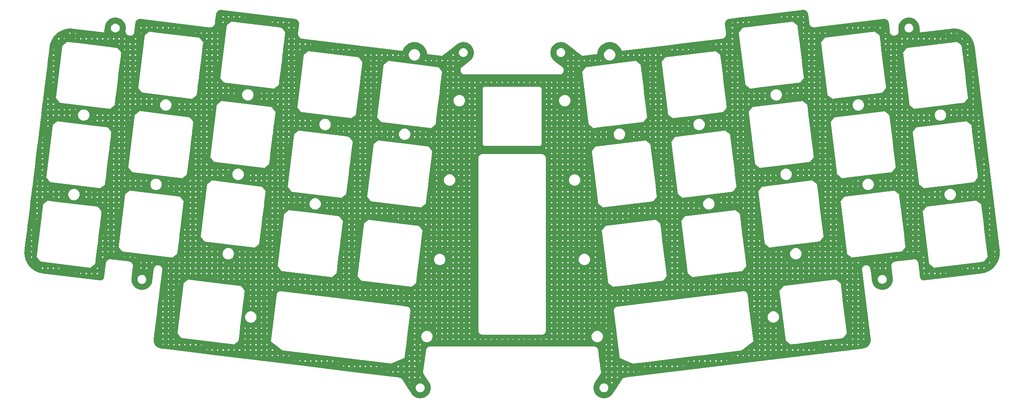
<source format=gtl>
G04 #@! TF.GenerationSoftware,KiCad,Pcbnew,7.0.8-7.0.8~ubuntu23.04.1*
G04 #@! TF.CreationDate,2023-10-20T00:52:29+00:00*
G04 #@! TF.ProjectId,le_capybara_plate,6c655f63-6170-4796-9261-72615f706c61,v0.1*
G04 #@! TF.SameCoordinates,PX8bd8a70PY50733a9*
G04 #@! TF.FileFunction,Copper,L1,Top*
G04 #@! TF.FilePolarity,Positive*
%FSLAX46Y46*%
G04 Gerber Fmt 4.6, Leading zero omitted, Abs format (unit mm)*
G04 Created by KiCad (PCBNEW 7.0.8-7.0.8~ubuntu23.04.1) date 2023-10-20 00:52:29*
%MOMM*%
%LPD*%
G01*
G04 APERTURE LIST*
G04 APERTURE END LIST*
G04 #@! TA.AperFunction,NonConductor*
G36*
X215811438Y-58985844D02*
G01*
X215885350Y-58994268D01*
X215886841Y-58994457D01*
X215995609Y-59009747D01*
X216003531Y-59011396D01*
X216085739Y-59034196D01*
X216088307Y-59034968D01*
X216186649Y-59066923D01*
X216193172Y-59069460D01*
X216266009Y-59102653D01*
X216272960Y-59105821D01*
X216276356Y-59107496D01*
X216284233Y-59111684D01*
X216365671Y-59154984D01*
X216370770Y-59158017D01*
X216407834Y-59182548D01*
X216444635Y-59206905D01*
X216448587Y-59209750D01*
X216527815Y-59271646D01*
X216531531Y-59274791D01*
X216596851Y-59334640D01*
X216601004Y-59338829D01*
X216668712Y-59414017D01*
X216671138Y-59416883D01*
X216674205Y-59420738D01*
X216725726Y-59485500D01*
X216729786Y-59491245D01*
X216784589Y-59578931D01*
X216785973Y-59581257D01*
X216827963Y-59655460D01*
X216831490Y-59662772D01*
X216872618Y-59764538D01*
X216873207Y-59766050D01*
X216899217Y-59835595D01*
X216904361Y-59853236D01*
X216926475Y-59957206D01*
X216932674Y-59986354D01*
X216933352Y-59989539D01*
X216942207Y-60033038D01*
X216942991Y-60037849D01*
X217040198Y-60829536D01*
X217192777Y-62072193D01*
X217190607Y-62085347D01*
X217198877Y-62124262D01*
X217199767Y-62129582D01*
X217211747Y-62226981D01*
X217211749Y-62226989D01*
X217233137Y-62301525D01*
X217233083Y-62310137D01*
X217240569Y-62328656D01*
X217242684Y-62334794D01*
X217263684Y-62407979D01*
X217263865Y-62408607D01*
X217291597Y-62468057D01*
X217303916Y-62494464D01*
X217305374Y-62504055D01*
X217315254Y-62519863D01*
X217318865Y-62526511D01*
X217330772Y-62552036D01*
X217332055Y-62554985D01*
X217345496Y-62588240D01*
X217360849Y-62605199D01*
X217400676Y-62664231D01*
X217404559Y-62669986D01*
X217407961Y-62680684D01*
X217420267Y-62694350D01*
X217425598Y-62701171D01*
X217449426Y-62736489D01*
X217449431Y-62736494D01*
X217452938Y-62740903D01*
X217456999Y-62746648D01*
X217461808Y-62754342D01*
X217478509Y-62767672D01*
X217532400Y-62825456D01*
X217538116Y-62836849D01*
X217548523Y-62844980D01*
X217562866Y-62858122D01*
X217578302Y-62874673D01*
X217578309Y-62874680D01*
X217584436Y-62879466D01*
X217600243Y-62894205D01*
X217604384Y-62898804D01*
X217621524Y-62908441D01*
X217683982Y-62957236D01*
X217692231Y-62968742D01*
X217702943Y-62974438D01*
X217721065Y-62986207D01*
X217727207Y-62991005D01*
X217747014Y-63001984D01*
X217763224Y-63012714D01*
X217769389Y-63017531D01*
X217786068Y-63023633D01*
X217855171Y-63061939D01*
X217866018Y-63072925D01*
X217880763Y-63077717D01*
X217887322Y-63080269D01*
X217892467Y-63082613D01*
X217892471Y-63082616D01*
X217903682Y-63086697D01*
X217932501Y-63097188D01*
X217940412Y-63100710D01*
X217952428Y-63107099D01*
X217967852Y-63110056D01*
X218041290Y-63136790D01*
X218054646Y-63146625D01*
X218096963Y-63152577D01*
X218100164Y-63153113D01*
X218127781Y-63158484D01*
X218135114Y-63160381D01*
X218148882Y-63164856D01*
X218162505Y-63165237D01*
X218255511Y-63183325D01*
X218332271Y-63186015D01*
X218338730Y-63186582D01*
X218354796Y-63188841D01*
X218366827Y-63187227D01*
X218414544Y-63188900D01*
X218444345Y-63189945D01*
X218444346Y-63189944D01*
X218444352Y-63189945D01*
X218524320Y-63180138D01*
X218524348Y-63180138D01*
X218538028Y-63178457D01*
X218538030Y-63178458D01*
X218541123Y-63178078D01*
X218546508Y-63177655D01*
X218577788Y-63176567D01*
X218594317Y-63171546D01*
X218907866Y-63133047D01*
X227378685Y-63133047D01*
X227378685Y-63435047D01*
X227680685Y-63435047D01*
X227680685Y-63133047D01*
X228678685Y-63133047D01*
X228678685Y-63435047D01*
X228980685Y-63435047D01*
X228980685Y-63133047D01*
X229978685Y-63133047D01*
X229978685Y-63435047D01*
X230280685Y-63435047D01*
X230280685Y-63392281D01*
X231278684Y-63392281D01*
X231580684Y-63355199D01*
X231580685Y-63133047D01*
X232578685Y-63133047D01*
X232578685Y-63232432D01*
X232754632Y-63211262D01*
X232778928Y-63210737D01*
X232880684Y-63218542D01*
X232880685Y-63133047D01*
X233878685Y-63133047D01*
X233878685Y-63435047D01*
X234180685Y-63435047D01*
X234180685Y-63133047D01*
X235178685Y-63133047D01*
X235178685Y-63435047D01*
X235240572Y-63435047D01*
X235203492Y-63133047D01*
X235178685Y-63133047D01*
X234180685Y-63133047D01*
X233878685Y-63133047D01*
X232880685Y-63133047D01*
X232578685Y-63133047D01*
X231580685Y-63133047D01*
X231278685Y-63133047D01*
X231278684Y-63392281D01*
X230280685Y-63392281D01*
X230280685Y-63133047D01*
X229978685Y-63133047D01*
X228980685Y-63133047D01*
X228678685Y-63133047D01*
X227680685Y-63133047D01*
X227378685Y-63133047D01*
X218907866Y-63133047D01*
X234931073Y-61165644D01*
X234931101Y-61165647D01*
X234957276Y-61162428D01*
X234962665Y-61162003D01*
X235006287Y-61160479D01*
X235132312Y-61157436D01*
X235152532Y-61158604D01*
X235220895Y-61168212D01*
X235222709Y-61168497D01*
X235316817Y-61184878D01*
X235333840Y-61189103D01*
X235398433Y-61210090D01*
X235405233Y-61212300D01*
X235408418Y-61213432D01*
X235448661Y-61228980D01*
X235496533Y-61247476D01*
X235503282Y-61250560D01*
X235575147Y-61288773D01*
X235579201Y-61291132D01*
X235649756Y-61335865D01*
X235657565Y-61340816D01*
X235662540Y-61344324D01*
X235727042Y-61394719D01*
X235731645Y-61398694D01*
X235798836Y-61462737D01*
X235802110Y-61466107D01*
X235809401Y-61474204D01*
X235856537Y-61526557D01*
X235861175Y-61532375D01*
X235915522Y-61609633D01*
X235917392Y-61612452D01*
X235957161Y-61676100D01*
X235965392Y-61691622D01*
X236004012Y-61778883D01*
X236004782Y-61780701D01*
X236025929Y-61833047D01*
X236030622Y-61844663D01*
X236036652Y-61864011D01*
X236063819Y-61985324D01*
X236073312Y-62029994D01*
X236074204Y-62035328D01*
X236339254Y-64193981D01*
X236336662Y-64209696D01*
X236345994Y-64251327D01*
X236347033Y-64257342D01*
X236347215Y-64258818D01*
X236348747Y-64271338D01*
X236348797Y-64271562D01*
X236357965Y-64346188D01*
X236372326Y-64393148D01*
X236374833Y-64401349D01*
X236376710Y-64407485D01*
X236376842Y-64419355D01*
X236386642Y-64441492D01*
X236389240Y-64448461D01*
X236408784Y-64512375D01*
X236409159Y-64513599D01*
X236446670Y-64587213D01*
X236449083Y-64600062D01*
X236459015Y-64614180D01*
X236468079Y-64629227D01*
X236476308Y-64645375D01*
X236488639Y-64669573D01*
X236488641Y-64669576D01*
X236488643Y-64669579D01*
X236547370Y-64747509D01*
X236552570Y-64761315D01*
X236563688Y-64771913D01*
X236577162Y-64787042D01*
X236581216Y-64792422D01*
X236593996Y-64809380D01*
X236597622Y-64813407D01*
X236597280Y-64813714D01*
X236608223Y-64826275D01*
X236610525Y-64829547D01*
X236630859Y-64843755D01*
X236635225Y-64847827D01*
X236675458Y-64885346D01*
X236683809Y-64899448D01*
X236695225Y-64906686D01*
X236713392Y-64920721D01*
X236722017Y-64928764D01*
X236722022Y-64928767D01*
X236722025Y-64928770D01*
X236729261Y-64933469D01*
X236731920Y-64935196D01*
X236749934Y-64949430D01*
X236754647Y-64953922D01*
X236775422Y-64963447D01*
X236806025Y-64983322D01*
X236826564Y-64996660D01*
X236838202Y-65010221D01*
X236848997Y-65014393D01*
X236863846Y-65021980D01*
X236864062Y-65021575D01*
X236868845Y-65024118D01*
X236894582Y-65035044D01*
X236912527Y-65044460D01*
X236920119Y-65049274D01*
X236940145Y-65054386D01*
X237029981Y-65092523D01*
X237060368Y-65099540D01*
X237074090Y-65102709D01*
X237090885Y-65107864D01*
X237101677Y-65112034D01*
X237120044Y-65113321D01*
X237151830Y-65120661D01*
X237200552Y-65131912D01*
X237268579Y-65135482D01*
X237275962Y-65136316D01*
X237294660Y-65139572D01*
X237311360Y-65137727D01*
X237375371Y-65141087D01*
X237462249Y-65130427D01*
X237462411Y-65130406D01*
X237464262Y-65130178D01*
X237470331Y-65129735D01*
X237490064Y-65129263D01*
X237496356Y-65130948D01*
X237505335Y-65129845D01*
X237516800Y-65125800D01*
X237534256Y-65121887D01*
X237540279Y-65120845D01*
X237541771Y-65120662D01*
X237541779Y-65120661D01*
X237541780Y-65120662D01*
X237542276Y-65120601D01*
X237542374Y-65120589D01*
X237542375Y-65120587D01*
X237554659Y-65119083D01*
X237554955Y-65119015D01*
X237629150Y-65109905D01*
X237684460Y-65092993D01*
X237690452Y-65091161D01*
X237702318Y-65091028D01*
X237724451Y-65081231D01*
X237731419Y-65078634D01*
X237796559Y-65058717D01*
X237870182Y-65021202D01*
X237883029Y-65018789D01*
X237897139Y-65008864D01*
X237912178Y-64999803D01*
X237952538Y-64979239D01*
X238030479Y-64920504D01*
X238044284Y-64915306D01*
X238054876Y-64904193D01*
X238070001Y-64890722D01*
X238092346Y-64873885D01*
X238092352Y-64873878D01*
X238096373Y-64870259D01*
X238096681Y-64870602D01*
X238109244Y-64859655D01*
X238112511Y-64857356D01*
X238126715Y-64837028D01*
X238168315Y-64792419D01*
X238182415Y-64784068D01*
X238189651Y-64772656D01*
X238203684Y-64754491D01*
X238211738Y-64745855D01*
X238218171Y-64735948D01*
X238218883Y-64735047D01*
X249478685Y-64735047D01*
X249780685Y-64735047D01*
X250778685Y-64735047D01*
X251080685Y-64735047D01*
X251080685Y-64483938D01*
X252078685Y-64483938D01*
X252078685Y-64735047D01*
X252380685Y-64735047D01*
X252380685Y-64537565D01*
X252220289Y-64507837D01*
X252078685Y-64483938D01*
X251080685Y-64483938D01*
X251080685Y-64470094D01*
X251017698Y-64475196D01*
X250922392Y-64486920D01*
X250922176Y-64486920D01*
X250778685Y-64504538D01*
X250778685Y-64735047D01*
X249780685Y-64735047D01*
X249780684Y-64627077D01*
X249478685Y-64664159D01*
X249478685Y-64735047D01*
X238218883Y-64735047D01*
X238232401Y-64717938D01*
X238236890Y-64713227D01*
X238246417Y-64692455D01*
X238279636Y-64641304D01*
X238293195Y-64629668D01*
X238297365Y-64618878D01*
X238304949Y-64604039D01*
X238304542Y-64603823D01*
X238307082Y-64599044D01*
X238307082Y-64599042D01*
X238307085Y-64599039D01*
X238318013Y-64573295D01*
X238327430Y-64555351D01*
X238332238Y-64547766D01*
X238337351Y-64527742D01*
X238375491Y-64437898D01*
X238385681Y-64393768D01*
X238390835Y-64376977D01*
X238394999Y-64366198D01*
X238396286Y-64347838D01*
X238414878Y-64267326D01*
X238418446Y-64199299D01*
X238419280Y-64191918D01*
X238422535Y-64173227D01*
X238420690Y-64156521D01*
X238424049Y-64092506D01*
X238413387Y-64005628D01*
X238413326Y-64005132D01*
X238413140Y-64003614D01*
X238412695Y-63997542D01*
X238411826Y-63961256D01*
X238405220Y-63939114D01*
X238381966Y-63749723D01*
X238369686Y-63649715D01*
X238369346Y-63646031D01*
X238357204Y-63449680D01*
X238357261Y-63449678D01*
X238357186Y-63449377D01*
X238351084Y-63346490D01*
X238351084Y-63341708D01*
X239807302Y-63341708D01*
X239827584Y-63547640D01*
X239848539Y-63616719D01*
X239887653Y-63745662D01*
X239985200Y-63928158D01*
X240008805Y-63956921D01*
X240116474Y-64088118D01*
X240197061Y-64154253D01*
X240276435Y-64219393D01*
X240458931Y-64316940D01*
X240656951Y-64377008D01*
X240656950Y-64377008D01*
X240677233Y-64379005D01*
X240862885Y-64397291D01*
X241068819Y-64377008D01*
X241266839Y-64316940D01*
X241449335Y-64219393D01*
X241609295Y-64088118D01*
X241740570Y-63928158D01*
X241838117Y-63745662D01*
X241898185Y-63547642D01*
X241918468Y-63341708D01*
X241898185Y-63135774D01*
X241838117Y-62937754D01*
X241740570Y-62755258D01*
X241678600Y-62679747D01*
X241609295Y-62595297D01*
X241454250Y-62468057D01*
X241449335Y-62464023D01*
X241266839Y-62366476D01*
X241068819Y-62306408D01*
X241068817Y-62306407D01*
X241068819Y-62306407D01*
X240862885Y-62286125D01*
X240656952Y-62306407D01*
X240458928Y-62366477D01*
X240381285Y-62407979D01*
X240276435Y-62464023D01*
X240276433Y-62464024D01*
X240276432Y-62464025D01*
X240116474Y-62595297D01*
X239985202Y-62755255D01*
X239985200Y-62755258D01*
X239980590Y-62763883D01*
X239887654Y-62937751D01*
X239827584Y-63135775D01*
X239807302Y-63341708D01*
X238351084Y-63341708D01*
X238351084Y-63339193D01*
X238360293Y-63183478D01*
X238361001Y-63171516D01*
X238361025Y-63171158D01*
X238369896Y-63037589D01*
X238370757Y-63030636D01*
X238399905Y-62870360D01*
X238426529Y-62733398D01*
X238428167Y-62726881D01*
X238475809Y-62573266D01*
X238520116Y-62438505D01*
X238522435Y-62432519D01*
X238587551Y-62287317D01*
X238588047Y-62286242D01*
X238649241Y-62157367D01*
X238652116Y-62152014D01*
X238733902Y-62016312D01*
X238734650Y-62015109D01*
X238811918Y-61894287D01*
X238815252Y-61889580D01*
X238912471Y-61765144D01*
X238913573Y-61763780D01*
X239005663Y-61653250D01*
X239009371Y-61649183D01*
X239120607Y-61537648D01*
X239122074Y-61536230D01*
X239227560Y-61437862D01*
X239231504Y-61434485D01*
X239355145Y-61337350D01*
X239357043Y-61335921D01*
X239474210Y-61251417D01*
X239478265Y-61248730D01*
X239612582Y-61167286D01*
X239614930Y-61165935D01*
X239741896Y-61096712D01*
X239745988Y-61094675D01*
X239888989Y-61030085D01*
X239891778Y-61028909D01*
X240026517Y-60976106D01*
X240030552Y-60974685D01*
X240180206Y-60927830D01*
X240183450Y-60926914D01*
X240323754Y-60891411D01*
X240327651Y-60890559D01*
X240481829Y-60862091D01*
X240485463Y-60861534D01*
X240629145Y-60843892D01*
X240632786Y-60843556D01*
X240789250Y-60833881D01*
X240793252Y-60833764D01*
X240938000Y-60834270D01*
X240941347Y-60834374D01*
X241097878Y-60843632D01*
X241102170Y-60844037D01*
X241245647Y-60862671D01*
X241248670Y-60863143D01*
X241403014Y-60891213D01*
X241407519Y-60892208D01*
X241547400Y-60928645D01*
X241550113Y-60929419D01*
X241700017Y-60975911D01*
X241704669Y-60977560D01*
X241715188Y-60981767D01*
X241838679Y-61031160D01*
X241841024Y-61032154D01*
X241974137Y-61091848D01*
X241980396Y-61094655D01*
X241984426Y-61096462D01*
X241989112Y-61098806D01*
X242115152Y-61168672D01*
X242117053Y-61169771D01*
X242251912Y-61251049D01*
X242256519Y-61254115D01*
X242307101Y-61291136D01*
X242372502Y-61339002D01*
X242374055Y-61340177D01*
X242498398Y-61437324D01*
X242502822Y-61441128D01*
X242606954Y-61539601D01*
X242608105Y-61540720D01*
X242720183Y-61652498D01*
X242724309Y-61657042D01*
X242814834Y-61767249D01*
X242815612Y-61768218D01*
X242858994Y-61823438D01*
X242913878Y-61893299D01*
X242917590Y-61898566D01*
X242993215Y-62018656D01*
X243076561Y-62156114D01*
X243079739Y-62162062D01*
X243138759Y-62288630D01*
X243205753Y-62436950D01*
X243208283Y-62443524D01*
X243249337Y-62571391D01*
X243299490Y-62731583D01*
X243301266Y-62738710D01*
X243321070Y-62844540D01*
X243321035Y-62844546D01*
X243321126Y-62844834D01*
X243355910Y-63033225D01*
X243356478Y-63036927D01*
X243502167Y-64223452D01*
X243514620Y-64324878D01*
X243519547Y-64365000D01*
X243519526Y-64365276D01*
X243522511Y-64389488D01*
X243522715Y-64389848D01*
X243522716Y-64389849D01*
X243523012Y-64389930D01*
X250887570Y-63485675D01*
X250887602Y-63485678D01*
X250915178Y-63482286D01*
X250917720Y-63482027D01*
X251123286Y-63465376D01*
X251332069Y-63448973D01*
X251337021Y-63448784D01*
X251546619Y-63449171D01*
X251756929Y-63451010D01*
X251761520Y-63451224D01*
X251972649Y-63469111D01*
X252179960Y-63489076D01*
X252184287Y-63489648D01*
X252394238Y-63525081D01*
X252598238Y-63562892D01*
X252602200Y-63563764D01*
X252808641Y-63616447D01*
X252809663Y-63616719D01*
X253008692Y-63671916D01*
X253012331Y-63673047D01*
X253213899Y-63742661D01*
X253215301Y-63743165D01*
X253408419Y-63815370D01*
X253411704Y-63816707D01*
X253606963Y-63902783D01*
X253608611Y-63903540D01*
X253794520Y-63992214D01*
X253797438Y-63993702D01*
X253985004Y-64095653D01*
X253986805Y-64096673D01*
X254164225Y-64201180D01*
X254166723Y-64202734D01*
X254340826Y-64316938D01*
X254345293Y-64319868D01*
X254347290Y-64321235D01*
X254354314Y-64326245D01*
X254514843Y-64440748D01*
X254516965Y-64442333D01*
X254685280Y-64573833D01*
X254687319Y-64575498D01*
X254843889Y-64709221D01*
X254845675Y-64710808D01*
X255002476Y-64855685D01*
X255004622Y-64857766D01*
X255148936Y-65004617D01*
X255150392Y-65006150D01*
X255291610Y-65160118D01*
X255294669Y-65163453D01*
X255296818Y-65165924D01*
X255427840Y-65324864D01*
X255428995Y-65326309D01*
X255559723Y-65494901D01*
X255561822Y-65497775D01*
X255640617Y-65612418D01*
X255678619Y-65667709D01*
X255679445Y-65668945D01*
X255759863Y-65792525D01*
X255795729Y-65847642D01*
X255797725Y-65850928D01*
X255899376Y-66030588D01*
X255899995Y-66031710D01*
X256000985Y-66219138D01*
X256002822Y-66222836D01*
X256041326Y-66307320D01*
X256088854Y-66411605D01*
X256174019Y-66606731D01*
X256175640Y-66610836D01*
X256245153Y-66807124D01*
X256276699Y-66899559D01*
X256313576Y-67007618D01*
X256314920Y-67012104D01*
X256343380Y-67122142D01*
X256366992Y-67213434D01*
X256367584Y-67215721D01*
X256376883Y-67252721D01*
X256418647Y-67418914D01*
X256419667Y-67423793D01*
X256456177Y-67641942D01*
X256456141Y-67641947D01*
X256456225Y-67642222D01*
X256487640Y-67832611D01*
X256488005Y-67835150D01*
X262424478Y-116183837D01*
X262424481Y-116183873D01*
X262424721Y-116185822D01*
X262424981Y-116188373D01*
X262442934Y-116409919D01*
X262458048Y-116601776D01*
X262458239Y-116606760D01*
X262457837Y-116828318D01*
X262456112Y-117026503D01*
X262455893Y-117031198D01*
X262437367Y-117249927D01*
X262418151Y-117449530D01*
X262417572Y-117453907D01*
X262381193Y-117669486D01*
X262344450Y-117867755D01*
X262343562Y-117871789D01*
X262289743Y-118082692D01*
X262289414Y-118083930D01*
X262235542Y-118278194D01*
X262234400Y-118281865D01*
X262163452Y-118487307D01*
X262162922Y-118488781D01*
X262092217Y-118677892D01*
X262090875Y-118681189D01*
X262003290Y-118879874D01*
X262002518Y-118881556D01*
X261915528Y-119063938D01*
X261914040Y-119066856D01*
X261810392Y-119257545D01*
X261809340Y-119259404D01*
X261706753Y-119433561D01*
X261705174Y-119436100D01*
X261586142Y-119617563D01*
X261584775Y-119619561D01*
X261467391Y-119784127D01*
X261465772Y-119786295D01*
X261332182Y-119957284D01*
X261330469Y-119959379D01*
X261199182Y-120113095D01*
X261197574Y-120114905D01*
X261050299Y-120274298D01*
X261048218Y-120276445D01*
X260904050Y-120418115D01*
X260902502Y-120419586D01*
X260742550Y-120566288D01*
X260740078Y-120568438D01*
X260584163Y-120696961D01*
X260582718Y-120698117D01*
X260411102Y-120831182D01*
X260408227Y-120833281D01*
X260241873Y-120947611D01*
X260240571Y-120948482D01*
X260058385Y-121067029D01*
X260055099Y-121069024D01*
X259879613Y-121168307D01*
X259878490Y-121168927D01*
X259686893Y-121272155D01*
X259683195Y-121273992D01*
X259499756Y-121357585D01*
X259299318Y-121445064D01*
X259295211Y-121446685D01*
X259106128Y-121513637D01*
X258898453Y-121584501D01*
X258893951Y-121585849D01*
X258701951Y-121635498D01*
X258487168Y-121689464D01*
X258482289Y-121690484D01*
X258297512Y-121721399D01*
X258072597Y-121758501D01*
X258070062Y-121758866D01*
X244610518Y-123411490D01*
X244605117Y-123411915D01*
X244561524Y-123413433D01*
X244435540Y-123416467D01*
X244415288Y-123415295D01*
X244346839Y-123405670D01*
X244344836Y-123405355D01*
X244251047Y-123389023D01*
X244233995Y-123384790D01*
X244162493Y-123361554D01*
X244159307Y-123360421D01*
X244071338Y-123326429D01*
X244064569Y-123323335D01*
X243992641Y-123285086D01*
X243988549Y-123282705D01*
X243910300Y-123233092D01*
X243905330Y-123229587D01*
X243840742Y-123179124D01*
X243836153Y-123175162D01*
X243769065Y-123111218D01*
X243765766Y-123107823D01*
X243711263Y-123047292D01*
X243706624Y-123041473D01*
X243652366Y-122964346D01*
X243650506Y-122961543D01*
X243610643Y-122897752D01*
X243602421Y-122882248D01*
X243563886Y-122795195D01*
X243563136Y-122793425D01*
X243537182Y-122729193D01*
X243531157Y-122709865D01*
X243504114Y-122589154D01*
X243494477Y-122543830D01*
X243493591Y-122538534D01*
X243382411Y-121633047D01*
X244387906Y-121633047D01*
X244424986Y-121935047D01*
X244580685Y-121935047D01*
X244580685Y-121633047D01*
X245578685Y-121633047D01*
X245578685Y-121935047D01*
X245880685Y-121935047D01*
X245880685Y-121633047D01*
X246878685Y-121633047D01*
X246878685Y-121935047D01*
X247180685Y-121935047D01*
X247180685Y-121633047D01*
X248178685Y-121633047D01*
X248178685Y-121935047D01*
X248446071Y-121935047D01*
X248480685Y-121930796D01*
X248480685Y-121633047D01*
X249478685Y-121633047D01*
X249478685Y-121808257D01*
X249780685Y-121771176D01*
X249780685Y-121633047D01*
X250778685Y-121633047D01*
X250778685Y-121648637D01*
X250905659Y-121633047D01*
X250778685Y-121633047D01*
X249780685Y-121633047D01*
X249478685Y-121633047D01*
X248480685Y-121633047D01*
X248178685Y-121633047D01*
X247180685Y-121633047D01*
X246878685Y-121633047D01*
X245880685Y-121633047D01*
X245578685Y-121633047D01*
X244580685Y-121633047D01*
X244387906Y-121633047D01*
X243382411Y-121633047D01*
X243222791Y-120333047D01*
X244278685Y-120333047D01*
X244278685Y-120635047D01*
X244580685Y-120635047D01*
X244580685Y-120581727D01*
X253378684Y-120581727D01*
X253378685Y-120635047D01*
X253680685Y-120635047D01*
X253680685Y-120544646D01*
X253378684Y-120581727D01*
X244580685Y-120581727D01*
X244580685Y-120422107D01*
X254678684Y-120422107D01*
X254678685Y-120635047D01*
X254980685Y-120635047D01*
X254980685Y-120385026D01*
X254678684Y-120422107D01*
X244580685Y-120422107D01*
X244580685Y-120333047D01*
X244278685Y-120333047D01*
X243222791Y-120333047D01*
X243100156Y-119334261D01*
X243102722Y-119318699D01*
X243093484Y-119277466D01*
X243092447Y-119271473D01*
X243092187Y-119269356D01*
X243092186Y-119269354D01*
X243090703Y-119257278D01*
X243090649Y-119257035D01*
X243081512Y-119182576D01*
X243062774Y-119121276D01*
X243062643Y-119109403D01*
X243052841Y-119087253D01*
X243050243Y-119080278D01*
X243035806Y-119033047D01*
X244278685Y-119033047D01*
X244278685Y-119335047D01*
X244580685Y-119335047D01*
X244580685Y-119033047D01*
X244278685Y-119033047D01*
X243035806Y-119033047D01*
X243030338Y-119015157D01*
X243030337Y-119015155D01*
X242992823Y-118941520D01*
X242990410Y-118928669D01*
X242980485Y-118914559D01*
X242971419Y-118899507D01*
X242964913Y-118886736D01*
X242950868Y-118859168D01*
X242950866Y-118859165D01*
X242892126Y-118781209D01*
X242886925Y-118767400D01*
X242875810Y-118756805D01*
X242862331Y-118741668D01*
X242845515Y-118719351D01*
X242841897Y-118715333D01*
X242842239Y-118715024D01*
X242831298Y-118702464D01*
X242829001Y-118699198D01*
X242808664Y-118684985D01*
X242764041Y-118643372D01*
X242755688Y-118629267D01*
X242744273Y-118622030D01*
X242726105Y-118607993D01*
X242717489Y-118599958D01*
X242717480Y-118599952D01*
X242707595Y-118593532D01*
X242689578Y-118579296D01*
X242684870Y-118574809D01*
X242664086Y-118565276D01*
X242612922Y-118532049D01*
X242601283Y-118518487D01*
X242590487Y-118514316D01*
X242575655Y-118506738D01*
X242575439Y-118507146D01*
X242570659Y-118504604D01*
X242544933Y-118493684D01*
X242526989Y-118484268D01*
X242519405Y-118479459D01*
X242499365Y-118474343D01*
X242409511Y-118436203D01*
X242409509Y-118436202D01*
X242365417Y-118426024D01*
X242348621Y-118420870D01*
X242337839Y-118416704D01*
X242319467Y-118415417D01*
X242251331Y-118399689D01*
X242238932Y-118396827D01*
X242238931Y-118396826D01*
X242238930Y-118396826D01*
X242170938Y-118393266D01*
X242163544Y-118392432D01*
X242144855Y-118389179D01*
X242128148Y-118391024D01*
X242064106Y-118387671D01*
X241977325Y-118398330D01*
X241977324Y-118398330D01*
X241975220Y-118398588D01*
X241969152Y-118399033D01*
X241932828Y-118399906D01*
X241910696Y-118406510D01*
X241668873Y-118436203D01*
X237628763Y-118932265D01*
X237613253Y-118929707D01*
X237572235Y-118938898D01*
X237566424Y-118939913D01*
X237564335Y-118940175D01*
X237564319Y-118940178D01*
X237564057Y-118940211D01*
X237564056Y-118940211D01*
X237555585Y-118941278D01*
X237477279Y-118950888D01*
X237477269Y-118950890D01*
X237415976Y-118969625D01*
X237404103Y-118969756D01*
X237381953Y-118979558D01*
X237374980Y-118982156D01*
X237309857Y-119002062D01*
X237309855Y-119002062D01*
X237236213Y-119039580D01*
X237223362Y-119041992D01*
X237209243Y-119051924D01*
X237194194Y-119060988D01*
X237153869Y-119081532D01*
X237075906Y-119140277D01*
X237062095Y-119145477D01*
X237051501Y-119156592D01*
X237036370Y-119170067D01*
X237014053Y-119186883D01*
X237010029Y-119190507D01*
X237009722Y-119190166D01*
X236997166Y-119201100D01*
X236993900Y-119203397D01*
X236979686Y-119223736D01*
X236938075Y-119268356D01*
X236923971Y-119276708D01*
X236916735Y-119288122D01*
X236902698Y-119306291D01*
X236894660Y-119314909D01*
X236894650Y-119314923D01*
X236888236Y-119324799D01*
X236874005Y-119342810D01*
X236869514Y-119347521D01*
X236859984Y-119368304D01*
X236826753Y-119419474D01*
X236813192Y-119431111D01*
X236809021Y-119441908D01*
X236801447Y-119456735D01*
X236801853Y-119456951D01*
X236799310Y-119461733D01*
X236788393Y-119487452D01*
X236778977Y-119505396D01*
X236774161Y-119512991D01*
X236769044Y-119533035D01*
X236764941Y-119542703D01*
X236730904Y-119622889D01*
X236730901Y-119622897D01*
X236720724Y-119666985D01*
X236715570Y-119683780D01*
X236711404Y-119694562D01*
X236710117Y-119712939D01*
X236691527Y-119793470D01*
X236687967Y-119861459D01*
X236687133Y-119868853D01*
X236683877Y-119887555D01*
X236685725Y-119904265D01*
X236684106Y-119935189D01*
X236682450Y-119966813D01*
X236682372Y-119968293D01*
X236693289Y-120057178D01*
X236693734Y-120063249D01*
X236694607Y-120099577D01*
X236701211Y-120121700D01*
X237035144Y-122841366D01*
X237035148Y-122841403D01*
X237035317Y-122842777D01*
X237035661Y-122846507D01*
X237048919Y-123060854D01*
X237049014Y-123062461D01*
X237049016Y-123062506D01*
X237053861Y-123143890D01*
X237053863Y-123151240D01*
X237043421Y-123327845D01*
X237035229Y-123451215D01*
X237034364Y-123458206D01*
X237004269Y-123623698D01*
X236978966Y-123753880D01*
X236977321Y-123760420D01*
X236928571Y-123917617D01*
X236885942Y-124047277D01*
X236883614Y-124053285D01*
X236817308Y-124201150D01*
X236816742Y-124202375D01*
X236757571Y-124326990D01*
X236754665Y-124332403D01*
X236671713Y-124470043D01*
X236670844Y-124471443D01*
X236595811Y-124588771D01*
X236592434Y-124593541D01*
X236494017Y-124719509D01*
X236492795Y-124721024D01*
X236403134Y-124828642D01*
X236399397Y-124832740D01*
X236286948Y-124945492D01*
X236285333Y-124947054D01*
X236182473Y-125042974D01*
X236178489Y-125046386D01*
X236053568Y-125144527D01*
X236051533Y-125146059D01*
X235937165Y-125228546D01*
X235933042Y-125231276D01*
X235797505Y-125313461D01*
X235795037Y-125314881D01*
X235670926Y-125382549D01*
X235666767Y-125384618D01*
X235522536Y-125449766D01*
X235519636Y-125450988D01*
X235387848Y-125502635D01*
X235383749Y-125504077D01*
X235232805Y-125551337D01*
X235229489Y-125552275D01*
X235092209Y-125587011D01*
X235088257Y-125587875D01*
X234932779Y-125616584D01*
X234929076Y-125617152D01*
X234788472Y-125634417D01*
X234784741Y-125634761D01*
X234626937Y-125644518D01*
X234622894Y-125644636D01*
X234481286Y-125644143D01*
X234477840Y-125644035D01*
X234319932Y-125634695D01*
X234315606Y-125634287D01*
X234175285Y-125616062D01*
X234172176Y-125615577D01*
X234016427Y-125587251D01*
X234011890Y-125586249D01*
X233875122Y-125550623D01*
X233872385Y-125549842D01*
X233720980Y-125502885D01*
X233716319Y-125501233D01*
X233585361Y-125448852D01*
X233583016Y-125447858D01*
X233438092Y-125382865D01*
X233433402Y-125380519D01*
X233316800Y-125315885D01*
X233310397Y-125312335D01*
X233308461Y-125311216D01*
X233172052Y-125229002D01*
X233167442Y-125225936D01*
X233095372Y-125173187D01*
X233054405Y-125143203D01*
X233052852Y-125142028D01*
X232926886Y-125043612D01*
X232922460Y-125039805D01*
X232821258Y-124944102D01*
X232820084Y-124942961D01*
X232811590Y-124934490D01*
X232706309Y-124829488D01*
X232702179Y-124824940D01*
X232619431Y-124724199D01*
X232614565Y-124718275D01*
X232613730Y-124717234D01*
X232513663Y-124589858D01*
X232509955Y-124584599D01*
X232437208Y-124469075D01*
X232351873Y-124328336D01*
X232348709Y-124322413D01*
X232292673Y-124202239D01*
X232223415Y-124048900D01*
X232220895Y-124042351D01*
X232201024Y-123980457D01*
X232183088Y-123924588D01*
X232131692Y-123760420D01*
X232130233Y-123755761D01*
X232128463Y-123748655D01*
X232121827Y-123713197D01*
X232113948Y-123671084D01*
X232074077Y-123455133D01*
X232073508Y-123451431D01*
X232073488Y-123451265D01*
X232036406Y-123149257D01*
X233499094Y-123149257D01*
X233519376Y-123355189D01*
X233579447Y-123553216D01*
X233676990Y-123735706D01*
X233676992Y-123735708D01*
X233808266Y-123895668D01*
X233968226Y-124026942D01*
X233968228Y-124026944D01*
X234150718Y-124124487D01*
X234150720Y-124124487D01*
X234150723Y-124124489D01*
X234348744Y-124184558D01*
X234348743Y-124184558D01*
X234367207Y-124186376D01*
X234554678Y-124204841D01*
X234760612Y-124184558D01*
X234958633Y-124124489D01*
X234961554Y-124122928D01*
X235091293Y-124053581D01*
X235141129Y-124026943D01*
X235301089Y-123895668D01*
X235432364Y-123735708D01*
X235504069Y-123601558D01*
X235529908Y-123553216D01*
X235529908Y-123553215D01*
X235529910Y-123553212D01*
X235589979Y-123355191D01*
X235610262Y-123149257D01*
X235589979Y-122943323D01*
X235529910Y-122745302D01*
X235529908Y-122745299D01*
X235529908Y-122745297D01*
X235432365Y-122562807D01*
X235432363Y-122562805D01*
X235414536Y-122541083D01*
X235304620Y-122407148D01*
X235301089Y-122402845D01*
X235141129Y-122271571D01*
X235141127Y-122271569D01*
X234958637Y-122174026D01*
X234780279Y-122119922D01*
X234760612Y-122113956D01*
X234760610Y-122113955D01*
X234760612Y-122113955D01*
X234573141Y-122095491D01*
X234554678Y-122093673D01*
X234554677Y-122093673D01*
X234348745Y-122113955D01*
X234150718Y-122174026D01*
X233968228Y-122271569D01*
X233968226Y-122271571D01*
X233808266Y-122402845D01*
X233676992Y-122562805D01*
X233676990Y-122562807D01*
X233579447Y-122745297D01*
X233519376Y-122943324D01*
X233499094Y-123149257D01*
X232036406Y-123149257D01*
X231850239Y-121633047D01*
X232855734Y-121633047D01*
X232880685Y-121836255D01*
X232880685Y-121633047D01*
X232855734Y-121633047D01*
X231850239Y-121633047D01*
X231737733Y-120716763D01*
X231737741Y-120716715D01*
X231734623Y-120691329D01*
X231735558Y-120685654D01*
X231732610Y-120672491D01*
X231731573Y-120666493D01*
X231731311Y-120664360D01*
X231731312Y-120664360D01*
X231720013Y-120572344D01*
X231696108Y-120496939D01*
X231695987Y-120491255D01*
X231691445Y-120480993D01*
X231689040Y-120474643D01*
X231663983Y-120395600D01*
X231630475Y-120333047D01*
X232717350Y-120333047D01*
X232742755Y-120390444D01*
X232751889Y-120459714D01*
X232744830Y-120485843D01*
X232724919Y-120536693D01*
X232746947Y-120635047D01*
X232880685Y-120635047D01*
X232880685Y-120333047D01*
X233878685Y-120333047D01*
X233878685Y-120635047D01*
X234180685Y-120635047D01*
X234180685Y-120333047D01*
X235178685Y-120333047D01*
X235178685Y-120635047D01*
X235480685Y-120635047D01*
X235480685Y-120333047D01*
X235178685Y-120333047D01*
X234180685Y-120333047D01*
X233878685Y-120333047D01*
X232880685Y-120333047D01*
X232717350Y-120333047D01*
X231630475Y-120333047D01*
X231623004Y-120319100D01*
X231621582Y-120312303D01*
X231614446Y-120302158D01*
X231610499Y-120295756D01*
X231605873Y-120287121D01*
X231576432Y-120232159D01*
X231517703Y-120159025D01*
X231514560Y-120151400D01*
X231504844Y-120142139D01*
X231499280Y-120136083D01*
X231460339Y-120087590D01*
X231460335Y-120087586D01*
X231460332Y-120087583D01*
X231384025Y-120022073D01*
X231378851Y-120014103D01*
X231370709Y-120008941D01*
X231356335Y-119998300D01*
X231319666Y-119966819D01*
X231319662Y-119966816D01*
X231319658Y-119966813D01*
X231226807Y-119913079D01*
X231219448Y-119905346D01*
X231210421Y-119901858D01*
X231193005Y-119893517D01*
X231159181Y-119873943D01*
X231159180Y-119873942D01*
X231159167Y-119873935D01*
X231157779Y-119873295D01*
X231150552Y-119869359D01*
X231144669Y-119865629D01*
X231122803Y-119861082D01*
X231051790Y-119835976D01*
X231042251Y-119829087D01*
X231032913Y-119827462D01*
X231012848Y-119822208D01*
X230984372Y-119812140D01*
X230978814Y-119810737D01*
X230978907Y-119810365D01*
X230961616Y-119805730D01*
X230961122Y-119805539D01*
X230939755Y-119805168D01*
X230865317Y-119793535D01*
X230853759Y-119788085D01*
X230844670Y-119788303D01*
X230822556Y-119786853D01*
X230803177Y-119783825D01*
X230801181Y-119783513D01*
X230801180Y-119783513D01*
X230801172Y-119783512D01*
X230796024Y-119783666D01*
X230771071Y-119781884D01*
X230769486Y-119781608D01*
X230749464Y-119785052D01*
X230683933Y-119787004D01*
X230674151Y-119787295D01*
X230660884Y-119783825D01*
X230652548Y-119785693D01*
X230629143Y-119788636D01*
X230615849Y-119789032D01*
X230602857Y-119791863D01*
X230579438Y-119794669D01*
X230576820Y-119794731D01*
X230558863Y-119801450D01*
X230485243Y-119817494D01*
X230470704Y-119816459D01*
X230463499Y-119819649D01*
X230439726Y-119827413D01*
X230434703Y-119828507D01*
X230434690Y-119828511D01*
X230414761Y-119836923D01*
X230393650Y-119843682D01*
X230390193Y-119844456D01*
X230374882Y-119853753D01*
X230305475Y-119883046D01*
X230290212Y-119884790D01*
X230284392Y-119888884D01*
X230268744Y-119897561D01*
X230268925Y-119897898D01*
X230263870Y-119900605D01*
X230238664Y-119917270D01*
X230220470Y-119927219D01*
X230216494Y-119928978D01*
X230204207Y-119940050D01*
X230141388Y-119981582D01*
X230126011Y-119986314D01*
X230116471Y-119996324D01*
X230110409Y-120001893D01*
X230109204Y-120002860D01*
X230081111Y-120030045D01*
X230066229Y-120042353D01*
X230062142Y-120045227D01*
X230053039Y-120057210D01*
X229975958Y-120131798D01*
X229947989Y-120171223D01*
X229936616Y-120185025D01*
X229932855Y-120188970D01*
X229926871Y-120200989D01*
X229868675Y-120283022D01*
X229842626Y-120339485D01*
X229838694Y-120346706D01*
X229833466Y-120354950D01*
X229830298Y-120366207D01*
X229809737Y-120410777D01*
X229791004Y-120451384D01*
X229773339Y-120521312D01*
X229771059Y-120528476D01*
X229767704Y-120537158D01*
X229766851Y-120546997D01*
X229745595Y-120631139D01*
X229745594Y-120631146D01*
X229740405Y-120713873D01*
X229739607Y-120720629D01*
X229738117Y-120729184D01*
X229738938Y-120737262D01*
X229737787Y-120755620D01*
X229733988Y-120816198D01*
X229736541Y-120836994D01*
X229745531Y-120910219D01*
X229745975Y-120916289D01*
X229746223Y-120926637D01*
X229748479Y-120934230D01*
X231765991Y-137365550D01*
X231766010Y-137365735D01*
X231766163Y-137366996D01*
X231766511Y-137370918D01*
X231771182Y-137453214D01*
X231780399Y-137634451D01*
X231780308Y-137642203D01*
X231771464Y-137761210D01*
X231757972Y-137907408D01*
X231756935Y-137914341D01*
X231731423Y-138036995D01*
X231731020Y-138038795D01*
X231698495Y-138174743D01*
X231696729Y-138180761D01*
X231654580Y-138301455D01*
X231653678Y-138303875D01*
X231603074Y-138431450D01*
X231600806Y-138436498D01*
X231542729Y-138551720D01*
X231541156Y-138554644D01*
X231473457Y-138672765D01*
X231470913Y-138676830D01*
X231398012Y-138783900D01*
X231395619Y-138787178D01*
X231312003Y-138894202D01*
X231309401Y-138897316D01*
X231223136Y-138993967D01*
X231219807Y-138997419D01*
X231121582Y-139091672D01*
X231119126Y-139093906D01*
X231021377Y-139178133D01*
X231017027Y-139181555D01*
X230905450Y-139261541D01*
X230903321Y-139263002D01*
X230796442Y-139333075D01*
X230791029Y-139336245D01*
X230666989Y-139400691D01*
X230665340Y-139401517D01*
X230552502Y-139455943D01*
X230546026Y-139458627D01*
X230407391Y-139507101D01*
X230294086Y-139544463D01*
X230286590Y-139546426D01*
X230109784Y-139581085D01*
X230027289Y-139596747D01*
X230023279Y-139597373D01*
X173531749Y-146533660D01*
X173508321Y-146529796D01*
X173451755Y-146543108D01*
X173445287Y-146544272D01*
X173437907Y-146545201D01*
X173357180Y-146555098D01*
X173357173Y-146555100D01*
X173287708Y-146576310D01*
X173270262Y-146576497D01*
X173249618Y-146586438D01*
X173232034Y-146593310D01*
X173190070Y-146606123D01*
X173190068Y-146606124D01*
X173094509Y-146654731D01*
X173075719Y-146658246D01*
X173063557Y-146667813D01*
X173043116Y-146680873D01*
X173034326Y-146685344D01*
X173034316Y-146685350D01*
X173026437Y-146691275D01*
X173005717Y-146703886D01*
X172999110Y-146707067D01*
X172980353Y-146725929D01*
X172894670Y-146790359D01*
X172864702Y-146822409D01*
X172850796Y-146835177D01*
X172838728Y-146844669D01*
X172824941Y-146864930D01*
X172775339Y-146917978D01*
X172775328Y-146917992D01*
X172726993Y-146992173D01*
X172723000Y-146997628D01*
X172692500Y-147034846D01*
X172678860Y-147066024D01*
X170552802Y-150328010D01*
X170550663Y-150331084D01*
X170420010Y-150507291D01*
X170373155Y-150570184D01*
X170368420Y-150575809D01*
X170245287Y-150705659D01*
X170160974Y-150793291D01*
X170155810Y-150798081D01*
X170025286Y-150906053D01*
X169923014Y-150988592D01*
X169917544Y-150992536D01*
X169778239Y-151081880D01*
X169662895Y-151153134D01*
X169657244Y-151156231D01*
X169510640Y-151226950D01*
X169509419Y-151227523D01*
X169384561Y-151284438D01*
X169378850Y-151286706D01*
X169226128Y-151338781D01*
X169224561Y-151339292D01*
X169092236Y-151380520D01*
X169086580Y-151381994D01*
X168929586Y-151415094D01*
X168927673Y-151415466D01*
X168790374Y-151439935D01*
X168784878Y-151440663D01*
X168625694Y-151454540D01*
X168623451Y-151454695D01*
X168483507Y-151461797D01*
X168478262Y-151461841D01*
X168319071Y-151456446D01*
X168316528Y-151456307D01*
X168176345Y-151445780D01*
X168171432Y-151445213D01*
X168014377Y-151420719D01*
X168011575Y-151420216D01*
X167873526Y-151392142D01*
X167869012Y-151391047D01*
X167716267Y-151347862D01*
X167713262Y-151346929D01*
X167579623Y-151301708D01*
X167575569Y-151300176D01*
X167513765Y-151274310D01*
X167429279Y-151238950D01*
X167426139Y-151237532D01*
X167358826Y-151204854D01*
X167299109Y-151175863D01*
X167295547Y-151173988D01*
X167157747Y-151095600D01*
X167154563Y-151093659D01*
X167036246Y-151016543D01*
X167033183Y-151014412D01*
X166905816Y-150919971D01*
X166902674Y-150917478D01*
X166794992Y-150826172D01*
X166792426Y-150823871D01*
X166677340Y-150714735D01*
X166674293Y-150711636D01*
X166578986Y-150607643D01*
X166576920Y-150605271D01*
X166540695Y-150561479D01*
X166475717Y-150482926D01*
X166472934Y-150479292D01*
X166391497Y-150364294D01*
X166389922Y-150361958D01*
X166372173Y-150334284D01*
X166304095Y-150228135D01*
X166301597Y-150223874D01*
X166235381Y-150099888D01*
X166234228Y-150097617D01*
X166165016Y-149954133D01*
X166162939Y-149949317D01*
X166158959Y-149938896D01*
X166112920Y-149818363D01*
X166112201Y-149816372D01*
X166060612Y-149665070D01*
X166059068Y-149659781D01*
X166026000Y-149524174D01*
X166025580Y-149522323D01*
X165992487Y-149365349D01*
X165991560Y-149359627D01*
X165975850Y-149221839D01*
X165975688Y-149220229D01*
X165971724Y-149174756D01*
X165961678Y-149059501D01*
X165961449Y-149053379D01*
X165962525Y-148964763D01*
X167402212Y-148964763D01*
X167422494Y-149170695D01*
X167482565Y-149368722D01*
X167580108Y-149551212D01*
X167580110Y-149551214D01*
X167711384Y-149711174D01*
X167871344Y-149842448D01*
X167871346Y-149842450D01*
X168053836Y-149939993D01*
X168053838Y-149939993D01*
X168053841Y-149939995D01*
X168251862Y-150000064D01*
X168251861Y-150000064D01*
X168270325Y-150001882D01*
X168457796Y-150020347D01*
X168663730Y-150000064D01*
X168861751Y-149939995D01*
X168864672Y-149938434D01*
X169044245Y-149842450D01*
X169044244Y-149842450D01*
X169044247Y-149842449D01*
X169204207Y-149711174D01*
X169335482Y-149551214D01*
X169430856Y-149372781D01*
X169433026Y-149368722D01*
X169433026Y-149368721D01*
X169433028Y-149368718D01*
X169493097Y-149170697D01*
X169513380Y-148964763D01*
X169493097Y-148758829D01*
X169433028Y-148560808D01*
X169433026Y-148560805D01*
X169433026Y-148560803D01*
X169335483Y-148378313D01*
X169335481Y-148378311D01*
X169204207Y-148218351D01*
X169044247Y-148087077D01*
X169044245Y-148087075D01*
X168861755Y-147989532D01*
X168682141Y-147935047D01*
X168663730Y-147929462D01*
X168663728Y-147929461D01*
X168663730Y-147929461D01*
X168457796Y-147909179D01*
X168251863Y-147929461D01*
X168053836Y-147989532D01*
X167871346Y-148087075D01*
X167871344Y-148087077D01*
X167711384Y-148218351D01*
X167580110Y-148378311D01*
X167580108Y-148378313D01*
X167482565Y-148560803D01*
X167422494Y-148758830D01*
X167402212Y-148964763D01*
X165962525Y-148964763D01*
X165963116Y-148916041D01*
X165963144Y-148914845D01*
X165968661Y-148752115D01*
X165969213Y-148745709D01*
X165987835Y-148611431D01*
X166013342Y-148447886D01*
X166014738Y-148441304D01*
X166048925Y-148314559D01*
X166095065Y-148151375D01*
X166097345Y-148144770D01*
X166143467Y-148032288D01*
X166212594Y-147867123D01*
X166215801Y-147860579D01*
X166251766Y-147797000D01*
X166258112Y-147785846D01*
X166345034Y-147633047D01*
X170178685Y-147633047D01*
X170178685Y-147843903D01*
X170179756Y-147845506D01*
X170181382Y-147848074D01*
X170201873Y-147882261D01*
X170203374Y-147884909D01*
X170230173Y-147935047D01*
X170480685Y-147935047D01*
X170480685Y-147633047D01*
X170178685Y-147633047D01*
X166345034Y-147633047D01*
X166363324Y-147600895D01*
X166365257Y-147597723D01*
X167189361Y-146333047D01*
X168878685Y-146333047D01*
X168878685Y-146635047D01*
X169180685Y-146635047D01*
X169180685Y-146333047D01*
X170178685Y-146333047D01*
X170178685Y-146635047D01*
X170480685Y-146635047D01*
X170480685Y-146333047D01*
X171478685Y-146333047D01*
X171478685Y-146635047D01*
X171729831Y-146635047D01*
X171780685Y-146572989D01*
X171780685Y-146333047D01*
X171478685Y-146333047D01*
X170480685Y-146333047D01*
X170178685Y-146333047D01*
X169180685Y-146333047D01*
X168878685Y-146333047D01*
X167189361Y-146333047D01*
X167547397Y-145783602D01*
X167562200Y-145770937D01*
X167590092Y-145718475D01*
X167593014Y-145713597D01*
X167594028Y-145712042D01*
X167594301Y-145711623D01*
X167594300Y-145711622D01*
X167594355Y-145711540D01*
X167594355Y-145711538D01*
X167600606Y-145702218D01*
X167601277Y-145700915D01*
X167603386Y-145697676D01*
X167633208Y-145651949D01*
X167649887Y-145616090D01*
X167661800Y-145602533D01*
X167673159Y-145567193D01*
X167675965Y-145560025D01*
X167684776Y-145541085D01*
X167686685Y-145536981D01*
X167688156Y-145534027D01*
X167703858Y-145504491D01*
X167708629Y-145471979D01*
X167712504Y-145459145D01*
X167724006Y-145441545D01*
X167727630Y-145414518D01*
X167731824Y-145395154D01*
X167734476Y-145386371D01*
X167735858Y-145377289D01*
X167740393Y-145358007D01*
X167746073Y-145340335D01*
X167745917Y-145311203D01*
X167747931Y-145297970D01*
X167758033Y-145276322D01*
X167756112Y-145233109D01*
X167756053Y-145229823D01*
X167756278Y-145204429D01*
X167756826Y-145196744D01*
X167760750Y-145167472D01*
X167756827Y-145142601D01*
X167757179Y-145103049D01*
X167749864Y-145048627D01*
X167748036Y-145035028D01*
X167747770Y-145033047D01*
X168878685Y-145033047D01*
X168878685Y-145335047D01*
X169180685Y-145335047D01*
X169180685Y-145033047D01*
X170178685Y-145033047D01*
X170178685Y-145335047D01*
X170480685Y-145335047D01*
X170480685Y-145033047D01*
X171478685Y-145033047D01*
X171478685Y-145335047D01*
X171780685Y-145335047D01*
X171780685Y-145033047D01*
X172778685Y-145033047D01*
X172778685Y-145335047D01*
X173080685Y-145335047D01*
X173080685Y-145033047D01*
X174078685Y-145033047D01*
X174078685Y-145335047D01*
X174380685Y-145335047D01*
X174380685Y-145301388D01*
X175378684Y-145301388D01*
X175680685Y-145264307D01*
X175680685Y-145033047D01*
X176678685Y-145033047D01*
X176678685Y-145141768D01*
X176980685Y-145104687D01*
X176980685Y-145033047D01*
X176678685Y-145033047D01*
X175680685Y-145033047D01*
X175378685Y-145033047D01*
X175378684Y-145301388D01*
X174380685Y-145301388D01*
X174380685Y-145033047D01*
X174078685Y-145033047D01*
X173080685Y-145033047D01*
X172778685Y-145033047D01*
X171780685Y-145033047D01*
X171478685Y-145033047D01*
X170480685Y-145033047D01*
X170178685Y-145033047D01*
X169180685Y-145033047D01*
X168878685Y-145033047D01*
X167747770Y-145033047D01*
X167747309Y-145029607D01*
X167746820Y-145024119D01*
X167744556Y-144973215D01*
X167736223Y-144946976D01*
X167573367Y-143733047D01*
X168878685Y-143733047D01*
X168878685Y-144035047D01*
X169180685Y-144035047D01*
X169180685Y-143733047D01*
X170178685Y-143733047D01*
X170178685Y-144035047D01*
X170480685Y-144035047D01*
X170480685Y-143733047D01*
X171478685Y-143733047D01*
X171478685Y-144035047D01*
X171780685Y-144035047D01*
X171780685Y-143733047D01*
X172778685Y-143733047D01*
X172778685Y-144035047D01*
X173080685Y-144035047D01*
X173080685Y-143753201D01*
X174078685Y-143753201D01*
X174078685Y-144035047D01*
X174380685Y-144035047D01*
X176960951Y-144035047D01*
X176980685Y-144035047D01*
X177978685Y-144035047D01*
X178280685Y-144035047D01*
X179278685Y-144035047D01*
X179580685Y-144035047D01*
X179580685Y-143733047D01*
X180578685Y-143733047D01*
X180578685Y-144035047D01*
X180880685Y-144035047D01*
X180880685Y-143733047D01*
X181878685Y-143733047D01*
X181878685Y-144035047D01*
X182180685Y-144035047D01*
X182180685Y-143733047D01*
X183178685Y-143733047D01*
X183178685Y-144035047D01*
X183480685Y-144035047D01*
X183480685Y-143733047D01*
X184478685Y-143733047D01*
X184478685Y-144035047D01*
X184780685Y-144035047D01*
X184780685Y-143733047D01*
X185778685Y-143733047D01*
X185778685Y-144024429D01*
X186080685Y-143987347D01*
X186080685Y-143733047D01*
X187078685Y-143733047D01*
X187078685Y-143864809D01*
X187380685Y-143827727D01*
X187380685Y-143733047D01*
X187078685Y-143733047D01*
X186080685Y-143733047D01*
X185778685Y-143733047D01*
X184780685Y-143733047D01*
X184478685Y-143733047D01*
X183480685Y-143733047D01*
X183178685Y-143733047D01*
X182180685Y-143733047D01*
X181878685Y-143733047D01*
X180880685Y-143733047D01*
X180578685Y-143733047D01*
X179580685Y-143733047D01*
X179420549Y-143733047D01*
X179278685Y-143750465D01*
X179278685Y-144035047D01*
X178280685Y-144035047D01*
X178280685Y-143873003D01*
X177978685Y-143910085D01*
X177978685Y-144035047D01*
X176980685Y-144035047D01*
X176980685Y-144032623D01*
X176960951Y-144035047D01*
X174380685Y-144035047D01*
X174380685Y-143887431D01*
X174078685Y-143753201D01*
X173080685Y-143753201D01*
X173080685Y-143733047D01*
X172778685Y-143733047D01*
X171780685Y-143733047D01*
X171478685Y-143733047D01*
X170480685Y-143733047D01*
X170178685Y-143733047D01*
X169180685Y-143733047D01*
X168878685Y-143733047D01*
X167573367Y-143733047D01*
X167398965Y-142433047D01*
X168878685Y-142433047D01*
X168878685Y-142735047D01*
X169180685Y-142735047D01*
X169180685Y-142433047D01*
X170178685Y-142433047D01*
X170178685Y-142735047D01*
X170480685Y-142735047D01*
X170480685Y-142544378D01*
X171478685Y-142544378D01*
X171478685Y-142735047D01*
X171776691Y-142735047D01*
X171772536Y-142733452D01*
X171640388Y-142667187D01*
X171619819Y-142654203D01*
X171478685Y-142544378D01*
X170480685Y-142544378D01*
X170480685Y-142433047D01*
X170178685Y-142433047D01*
X169180685Y-142433047D01*
X168878685Y-142433047D01*
X167398965Y-142433047D01*
X167224562Y-141133047D01*
X168878685Y-141133047D01*
X168878685Y-141435047D01*
X169180685Y-141435047D01*
X169180685Y-141133047D01*
X170178685Y-141133047D01*
X170178685Y-141435047D01*
X170480685Y-141435047D01*
X170480685Y-141133047D01*
X170178685Y-141133047D01*
X169180685Y-141133047D01*
X168878685Y-141133047D01*
X167224562Y-141133047D01*
X167084150Y-140086417D01*
X167086978Y-140067980D01*
X167075742Y-140021268D01*
X167074573Y-140015014D01*
X167074347Y-140013332D01*
X167074348Y-140013332D01*
X167067380Y-139961440D01*
X167062354Y-139924005D01*
X167062353Y-139924003D01*
X167062353Y-139924002D01*
X167040999Y-139858037D01*
X167040648Y-139845280D01*
X167034868Y-139833047D01*
X168878685Y-139833047D01*
X168878685Y-140135047D01*
X169180685Y-140135047D01*
X169180685Y-139833047D01*
X170178685Y-139833047D01*
X170178685Y-140135047D01*
X170480685Y-140135047D01*
X170480685Y-139833047D01*
X170178685Y-139833047D01*
X169180685Y-139833047D01*
X168878685Y-139833047D01*
X167034868Y-139833047D01*
X167030352Y-139823490D01*
X167027419Y-139816090D01*
X167006836Y-139752506D01*
X167006835Y-139752504D01*
X167006834Y-139752501D01*
X166963571Y-139671927D01*
X166960729Y-139658406D01*
X166951201Y-139645788D01*
X166940910Y-139629723D01*
X166923984Y-139598200D01*
X166922569Y-139595393D01*
X166915684Y-139580823D01*
X166897234Y-139563132D01*
X166853536Y-139508252D01*
X166847701Y-139493926D01*
X166837756Y-139485227D01*
X166822390Y-139469134D01*
X166809275Y-139452663D01*
X166809274Y-139452662D01*
X166807381Y-139451006D01*
X166790068Y-139432400D01*
X166787953Y-139429599D01*
X166768074Y-139416624D01*
X166714795Y-139370020D01*
X166705635Y-139355620D01*
X166696223Y-139350314D01*
X166675480Y-139335631D01*
X166673593Y-139333980D01*
X166673587Y-139333976D01*
X166655523Y-139323173D01*
X166637528Y-139310086D01*
X166632600Y-139305776D01*
X166612603Y-139297504D01*
X166552399Y-139261499D01*
X166539858Y-139247934D01*
X166517046Y-139240678D01*
X166514038Y-139239635D01*
X166480587Y-139227070D01*
X166463297Y-139219008D01*
X166454779Y-139214206D01*
X166435741Y-139210226D01*
X166350133Y-139178071D01*
X166350132Y-139178070D01*
X166350130Y-139178070D01*
X166284356Y-139166127D01*
X166276633Y-139164206D01*
X166259053Y-139158614D01*
X166240990Y-139158253D01*
X166172772Y-139145866D01*
X166172763Y-139145865D01*
X166084439Y-139145864D01*
X166082737Y-139145864D01*
X166082717Y-139145864D01*
X166082638Y-139145864D01*
X166082138Y-139145864D01*
X166082012Y-139145864D01*
X166080968Y-139145864D01*
X166074615Y-139145538D01*
X166035231Y-139141482D01*
X166009063Y-139145870D01*
X127280693Y-139149394D01*
X127262509Y-139144056D01*
X127214005Y-139149055D01*
X127207658Y-139149381D01*
X127115665Y-139149398D01*
X127115651Y-139149400D01*
X127047437Y-139161798D01*
X127034751Y-139160450D01*
X127011793Y-139167757D01*
X127004071Y-139169679D01*
X126938326Y-139181629D01*
X126938311Y-139181633D01*
X126852714Y-139213799D01*
X126838935Y-139214818D01*
X126825161Y-139222586D01*
X126807871Y-139230651D01*
X126774427Y-139243218D01*
X126771421Y-139244260D01*
X126756060Y-139249149D01*
X126736069Y-139265089D01*
X126675872Y-139301102D01*
X126660895Y-139304982D01*
X126650946Y-139313688D01*
X126632960Y-139326774D01*
X126614908Y-139337574D01*
X126614891Y-139337586D01*
X126613006Y-139339236D01*
X126592277Y-139353913D01*
X126589209Y-139355643D01*
X126573700Y-139373627D01*
X126520437Y-139420230D01*
X126504949Y-139427393D01*
X126498439Y-139436017D01*
X126481136Y-139454618D01*
X126479248Y-139456269D01*
X126479246Y-139456271D01*
X126466136Y-139472742D01*
X126450774Y-139488835D01*
X126445846Y-139493146D01*
X126434991Y-139511867D01*
X126391302Y-139566752D01*
X126376187Y-139577380D01*
X126365949Y-139599056D01*
X126364516Y-139601898D01*
X126347641Y-139633337D01*
X126337354Y-139649398D01*
X126331458Y-139657207D01*
X126324985Y-139675546D01*
X126281732Y-139756125D01*
X126261158Y-139819705D01*
X126258227Y-139827104D01*
X126250345Y-139843790D01*
X126247589Y-139861637D01*
X126226238Y-139927621D01*
X126220444Y-139970808D01*
X126220389Y-139970930D01*
X126214041Y-140018538D01*
X126212867Y-140024840D01*
X126203612Y-140063332D01*
X126204482Y-140089828D01*
X125552516Y-144952447D01*
X125544692Y-144970020D01*
X125542113Y-145028189D01*
X125541624Y-145033681D01*
X125539657Y-145048358D01*
X125539647Y-145048627D01*
X125531786Y-145107100D01*
X125531785Y-145107117D01*
X125532134Y-145146662D01*
X125527202Y-145164021D01*
X125532134Y-145200817D01*
X125532681Y-145208510D01*
X125532906Y-145233906D01*
X125532847Y-145237201D01*
X125531365Y-145270634D01*
X125541023Y-145302011D01*
X125543039Y-145315263D01*
X125540215Y-145336103D01*
X125548560Y-145362070D01*
X125553093Y-145381347D01*
X125554475Y-145390427D01*
X125554476Y-145390433D01*
X125557128Y-145399219D01*
X125561318Y-145418574D01*
X125563785Y-145436981D01*
X125576448Y-145463220D01*
X125580318Y-145476042D01*
X125580497Y-145499926D01*
X125600805Y-145538125D01*
X125602279Y-145541085D01*
X125612967Y-145564068D01*
X125615779Y-145571251D01*
X125624817Y-145599377D01*
X125639047Y-145620144D01*
X125655727Y-145656009D01*
X125694635Y-145715682D01*
X125694907Y-145716099D01*
X125696493Y-145718567D01*
X125699085Y-145722992D01*
X125722933Y-145767850D01*
X125741729Y-145787954D01*
X126924108Y-147602443D01*
X126926054Y-147605636D01*
X127028572Y-147785846D01*
X127073295Y-147864904D01*
X127076526Y-147871499D01*
X127143368Y-148031197D01*
X127191724Y-148149123D01*
X127194023Y-148155782D01*
X127239132Y-148315323D01*
X127274299Y-148445696D01*
X127275699Y-148452292D01*
X127300792Y-148613172D01*
X127319788Y-148750135D01*
X127320341Y-148756556D01*
X127325780Y-148916990D01*
X127325811Y-148918338D01*
X127327505Y-149057810D01*
X127327275Y-149063950D01*
X127313430Y-149222798D01*
X127313265Y-149224437D01*
X127297346Y-149364071D01*
X127296411Y-149369841D01*
X127263674Y-149525125D01*
X127263243Y-149527024D01*
X127229779Y-149664252D01*
X127228226Y-149669575D01*
X127191498Y-149777296D01*
X127177496Y-149818363D01*
X127177180Y-149819289D01*
X127176416Y-149821403D01*
X127125841Y-149953813D01*
X127123764Y-149958629D01*
X127055189Y-150100796D01*
X127054035Y-150103067D01*
X126987120Y-150228363D01*
X126984619Y-150232629D01*
X126899547Y-150365275D01*
X126897956Y-150367635D01*
X126815724Y-150483753D01*
X126812900Y-150487440D01*
X126712568Y-150608733D01*
X126710502Y-150611105D01*
X126614264Y-150716115D01*
X126611217Y-150719214D01*
X126497091Y-150827440D01*
X126494525Y-150829742D01*
X126385821Y-150921912D01*
X126382652Y-150924426D01*
X126256332Y-151018092D01*
X126253257Y-151020231D01*
X126133852Y-151098055D01*
X126130654Y-151100004D01*
X125993962Y-151177763D01*
X125990381Y-151179648D01*
X125862168Y-151241890D01*
X125859028Y-151243308D01*
X125713947Y-151304028D01*
X125709882Y-151305564D01*
X125574942Y-151351225D01*
X125571937Y-151352157D01*
X125420473Y-151394981D01*
X125415959Y-151396077D01*
X125276525Y-151424433D01*
X125273722Y-151424936D01*
X125118027Y-151449216D01*
X125113115Y-151449783D01*
X124971469Y-151460420D01*
X124968926Y-151460559D01*
X124811175Y-151465905D01*
X124805930Y-151465861D01*
X124664354Y-151458675D01*
X124662112Y-151458520D01*
X124504552Y-151444784D01*
X124499056Y-151444056D01*
X124360002Y-151419274D01*
X124358089Y-151418902D01*
X124202800Y-151386162D01*
X124197144Y-151384688D01*
X124062947Y-151342876D01*
X124061380Y-151342364D01*
X123910485Y-151290911D01*
X123904775Y-151288643D01*
X123795761Y-151238950D01*
X123777838Y-151230780D01*
X123776625Y-151230211D01*
X123632052Y-151160471D01*
X123626401Y-151157373D01*
X123508699Y-151084663D01*
X123497517Y-151077491D01*
X123371700Y-150996795D01*
X123366238Y-150992857D01*
X123365840Y-150992536D01*
X123261150Y-150908043D01*
X123166493Y-150829742D01*
X123133408Y-150802373D01*
X123128244Y-150797583D01*
X123039861Y-150705721D01*
X122920744Y-150580104D01*
X122916015Y-150574485D01*
X122862427Y-150502575D01*
X122758164Y-150361958D01*
X122738184Y-150335011D01*
X122736064Y-150331964D01*
X121847611Y-148968821D01*
X123775556Y-148968821D01*
X123795838Y-149174754D01*
X123855909Y-149372781D01*
X123953452Y-149555271D01*
X123953454Y-149555273D01*
X124084728Y-149715233D01*
X124244688Y-149846507D01*
X124244690Y-149846509D01*
X124427180Y-149944052D01*
X124427182Y-149944052D01*
X124427185Y-149944054D01*
X124625206Y-150004123D01*
X124625205Y-150004123D01*
X124643669Y-150005941D01*
X124831140Y-150024406D01*
X125037074Y-150004123D01*
X125235095Y-149944054D01*
X125245610Y-149938434D01*
X125417589Y-149846509D01*
X125417588Y-149846509D01*
X125417591Y-149846508D01*
X125577551Y-149715233D01*
X125708826Y-149555273D01*
X125806372Y-149372777D01*
X125866441Y-149174756D01*
X125886724Y-148968822D01*
X125866441Y-148762888D01*
X125806372Y-148564867D01*
X125806370Y-148564864D01*
X125806370Y-148564862D01*
X125708827Y-148382372D01*
X125708825Y-148382370D01*
X125577551Y-148222410D01*
X125417591Y-148091136D01*
X125417589Y-148091134D01*
X125235099Y-147993591D01*
X125056741Y-147939487D01*
X125037074Y-147933521D01*
X125037072Y-147933520D01*
X125037074Y-147933520D01*
X124831140Y-147913238D01*
X124625207Y-147933520D01*
X124427180Y-147993591D01*
X124244690Y-148091134D01*
X124244688Y-148091136D01*
X124084728Y-148222410D01*
X123953454Y-148382370D01*
X123953452Y-148382372D01*
X123855909Y-148564862D01*
X123795838Y-148762889D01*
X123775556Y-148968821D01*
X121847611Y-148968821D01*
X120976997Y-147633047D01*
X122168261Y-147633047D01*
X122365095Y-147935047D01*
X122380685Y-147935047D01*
X122380685Y-147633047D01*
X122168261Y-147633047D01*
X120976997Y-147633047D01*
X120610398Y-147070579D01*
X120603454Y-147047477D01*
X120566010Y-147001781D01*
X120562017Y-146996327D01*
X120559310Y-146992173D01*
X120513615Y-146922041D01*
X120464014Y-146868995D01*
X120456167Y-146853402D01*
X120438153Y-146839232D01*
X120424245Y-146826463D01*
X120394273Y-146794409D01*
X120308595Y-146729982D01*
X120297172Y-146714654D01*
X120283233Y-146707942D01*
X120262507Y-146695326D01*
X120254621Y-146689396D01*
X120254614Y-146689391D01*
X120245812Y-146684914D01*
X120225370Y-146671853D01*
X120219606Y-146667319D01*
X120194421Y-146658773D01*
X120170569Y-146646640D01*
X120098876Y-146610171D01*
X120075569Y-146603054D01*
X120056897Y-146597352D01*
X120039312Y-146590479D01*
X120025483Y-146583819D01*
X120001217Y-146580349D01*
X119931760Y-146559139D01*
X119871653Y-146551769D01*
X119845043Y-146548507D01*
X119844547Y-146548446D01*
X119844546Y-146548446D01*
X119843861Y-146548361D01*
X119837216Y-146547176D01*
X119790340Y-146536148D01*
X119756325Y-146537613D01*
X118090269Y-146333047D01*
X122078685Y-146333047D01*
X122078685Y-146635047D01*
X122380685Y-146635047D01*
X122380685Y-146333047D01*
X123378685Y-146333047D01*
X123378685Y-146635047D01*
X123680685Y-146635047D01*
X123680685Y-146333047D01*
X124678685Y-146333047D01*
X124678685Y-146635047D01*
X124980685Y-146635047D01*
X124980685Y-146497711D01*
X124898288Y-146342727D01*
X124878803Y-146333047D01*
X124678685Y-146333047D01*
X123680685Y-146333047D01*
X123378685Y-146333047D01*
X122380685Y-146333047D01*
X122078685Y-146333047D01*
X118090269Y-146333047D01*
X107502618Y-145033047D01*
X115691732Y-145033047D01*
X115880685Y-145056247D01*
X115880685Y-145033047D01*
X116878685Y-145033047D01*
X116878685Y-145178786D01*
X117180685Y-145215867D01*
X117180685Y-145033047D01*
X118178685Y-145033047D01*
X118178685Y-145335047D01*
X118480685Y-145335047D01*
X118480685Y-145033047D01*
X119478685Y-145033047D01*
X119478685Y-145335047D01*
X119780685Y-145335047D01*
X119780685Y-145033047D01*
X120778685Y-145033047D01*
X120778685Y-145335047D01*
X121080685Y-145335047D01*
X121080685Y-145033047D01*
X122078685Y-145033047D01*
X122078685Y-145335047D01*
X122380685Y-145335047D01*
X122380685Y-145033047D01*
X123378685Y-145033047D01*
X123378685Y-145335047D01*
X123680685Y-145335047D01*
X123680685Y-145033047D01*
X123378685Y-145033047D01*
X122380685Y-145033047D01*
X122078685Y-145033047D01*
X121080685Y-145033047D01*
X120778685Y-145033047D01*
X119780685Y-145033047D01*
X119478685Y-145033047D01*
X118480685Y-145033047D01*
X118178685Y-145033047D01*
X117180685Y-145033047D01*
X116878685Y-145033047D01*
X115880685Y-145033047D01*
X115691732Y-145033047D01*
X107502618Y-145033047D01*
X96914967Y-143733047D01*
X105178685Y-143733047D01*
X105178685Y-143742206D01*
X105480685Y-143779288D01*
X105480685Y-143733047D01*
X106478685Y-143733047D01*
X106478685Y-143901826D01*
X106780684Y-143938908D01*
X106780685Y-143733047D01*
X107778685Y-143733047D01*
X107778685Y-144035047D01*
X108080685Y-144035047D01*
X108080685Y-143733047D01*
X109078685Y-143733047D01*
X109078685Y-144035047D01*
X109380685Y-144035047D01*
X109380685Y-143733047D01*
X110378685Y-143733047D01*
X110378685Y-144035047D01*
X110680685Y-144035047D01*
X110680685Y-143733047D01*
X111678685Y-143733047D01*
X111678685Y-144035047D01*
X111980685Y-144035047D01*
X111980685Y-143733047D01*
X112978685Y-143733047D01*
X112978685Y-144035047D01*
X113280685Y-144035047D01*
X113280685Y-143784652D01*
X114278685Y-143784652D01*
X114278685Y-144035047D01*
X114580685Y-144035047D01*
X114580685Y-143944272D01*
X115578685Y-143944272D01*
X115578685Y-144035047D01*
X115880685Y-144035047D01*
X115880685Y-143981353D01*
X115578685Y-143944272D01*
X114580685Y-143944272D01*
X114580685Y-143821733D01*
X114278685Y-143784652D01*
X113280685Y-143784652D01*
X113280685Y-143733047D01*
X119478685Y-143733047D01*
X119478685Y-144035047D01*
X119780685Y-144035047D01*
X119780685Y-143733047D01*
X120778685Y-143733047D01*
X120778685Y-144035047D01*
X121080685Y-144035047D01*
X121080685Y-143733047D01*
X122078685Y-143733047D01*
X122078685Y-144035047D01*
X122380685Y-144035047D01*
X122380685Y-143733047D01*
X123378685Y-143733047D01*
X123378685Y-144035047D01*
X123680685Y-144035047D01*
X123680685Y-143959740D01*
X124678684Y-143959740D01*
X124709079Y-143733047D01*
X124678685Y-143733047D01*
X124678684Y-143959740D01*
X123680685Y-143959740D01*
X123680685Y-143733047D01*
X123378685Y-143733047D01*
X122380685Y-143733047D01*
X122078685Y-143733047D01*
X121080685Y-143733047D01*
X120778685Y-143733047D01*
X119780685Y-143733047D01*
X119478685Y-143733047D01*
X113280685Y-143733047D01*
X112978685Y-143733047D01*
X111980685Y-143733047D01*
X111678685Y-143733047D01*
X110680685Y-143733047D01*
X110378685Y-143733047D01*
X109380685Y-143733047D01*
X109078685Y-143733047D01*
X108080685Y-143733047D01*
X107778685Y-143733047D01*
X106780685Y-143733047D01*
X106478685Y-143733047D01*
X105480685Y-143733047D01*
X105178685Y-143733047D01*
X96914967Y-143733047D01*
X86327316Y-142433047D01*
X94778685Y-142433047D01*
X94778685Y-142465247D01*
X95080685Y-142502329D01*
X95080685Y-142433047D01*
X96078685Y-142433047D01*
X96078685Y-142624867D01*
X96380685Y-142661949D01*
X96380685Y-142433047D01*
X97378685Y-142433047D01*
X97378685Y-142735047D01*
X97680685Y-142735047D01*
X97680685Y-142433047D01*
X98678685Y-142433047D01*
X98678685Y-142735047D01*
X98980685Y-142735047D01*
X98980685Y-142433047D01*
X99978685Y-142433047D01*
X99978685Y-142735047D01*
X100280685Y-142735047D01*
X100280685Y-142433047D01*
X101278685Y-142433047D01*
X101278685Y-142735047D01*
X101580685Y-142735047D01*
X101580685Y-142433047D01*
X102578685Y-142433047D01*
X102578685Y-142735047D01*
X102880685Y-142735047D01*
X102880685Y-142507692D01*
X103878685Y-142507692D01*
X103878685Y-142735047D01*
X104180685Y-142735047D01*
X104180685Y-142667312D01*
X105178685Y-142667312D01*
X105178685Y-142735047D01*
X105480685Y-142735047D01*
X105480685Y-142704394D01*
X105178685Y-142667312D01*
X104180685Y-142667312D01*
X104180685Y-142544774D01*
X103878685Y-142507692D01*
X102880685Y-142507692D01*
X102880685Y-142433047D01*
X102578685Y-142433047D01*
X101580685Y-142433047D01*
X101278685Y-142433047D01*
X100280685Y-142433047D01*
X99978685Y-142433047D01*
X98980685Y-142433047D01*
X98678685Y-142433047D01*
X97680685Y-142433047D01*
X97378685Y-142433047D01*
X96380685Y-142433047D01*
X96078685Y-142433047D01*
X95080685Y-142433047D01*
X94778685Y-142433047D01*
X86327316Y-142433047D01*
X75739665Y-141133047D01*
X84378685Y-141133047D01*
X84378685Y-141188288D01*
X84680685Y-141225369D01*
X84680685Y-141133047D01*
X85678685Y-141133047D01*
X85678685Y-141347908D01*
X85980685Y-141384989D01*
X85980685Y-141133047D01*
X86978685Y-141133047D01*
X86978685Y-141435047D01*
X87280685Y-141435047D01*
X87280685Y-141133047D01*
X88278685Y-141133047D01*
X88278685Y-141435047D01*
X88580685Y-141435047D01*
X88580685Y-141133047D01*
X89578685Y-141133047D01*
X89578685Y-141435047D01*
X89880685Y-141435047D01*
X89880685Y-141133047D01*
X90878685Y-141133047D01*
X90878685Y-141435047D01*
X91180685Y-141435047D01*
X91180685Y-141133047D01*
X92178685Y-141133047D01*
X92178685Y-141435047D01*
X92480685Y-141435047D01*
X92480685Y-141230733D01*
X93478685Y-141230733D01*
X93478685Y-141435047D01*
X93780685Y-141435047D01*
X93780685Y-141390353D01*
X94778685Y-141390353D01*
X94778685Y-141435047D01*
X95080685Y-141435047D01*
X95080685Y-141427434D01*
X94778685Y-141390353D01*
X93780685Y-141390353D01*
X93780685Y-141267814D01*
X93478685Y-141230733D01*
X92480685Y-141230733D01*
X92480685Y-141133047D01*
X92178685Y-141133047D01*
X91180685Y-141133047D01*
X90878685Y-141133047D01*
X89880685Y-141133047D01*
X89578685Y-141133047D01*
X88580685Y-141133047D01*
X88278685Y-141133047D01*
X87280685Y-141133047D01*
X86978685Y-141133047D01*
X85980685Y-141133047D01*
X85678685Y-141133047D01*
X84680685Y-141133047D01*
X84378685Y-141133047D01*
X75739665Y-141133047D01*
X65152014Y-139833047D01*
X73978685Y-139833047D01*
X73978685Y-139911329D01*
X74280685Y-139948410D01*
X74280685Y-139833047D01*
X75278685Y-139833047D01*
X75278685Y-140070949D01*
X75580685Y-140108030D01*
X75580685Y-139833047D01*
X76578685Y-139833047D01*
X76578685Y-140135047D01*
X76880685Y-140135047D01*
X76880685Y-139833047D01*
X77878685Y-139833047D01*
X77878685Y-140135047D01*
X78180685Y-140135047D01*
X78180685Y-139833047D01*
X79178685Y-139833047D01*
X79178685Y-140135047D01*
X79480685Y-140135047D01*
X79480685Y-139833047D01*
X80478685Y-139833047D01*
X80478685Y-140135047D01*
X80780685Y-140135047D01*
X80780685Y-139833047D01*
X81778685Y-139833047D01*
X81778685Y-140135047D01*
X82080685Y-140135047D01*
X82080685Y-139833047D01*
X83078685Y-139833047D01*
X83078685Y-140135047D01*
X83380685Y-140135047D01*
X83380685Y-139833047D01*
X84378685Y-139833047D01*
X84378685Y-140135047D01*
X84680685Y-140135047D01*
X84680685Y-139833047D01*
X85678685Y-139833047D01*
X85678685Y-140135047D01*
X85980685Y-140135047D01*
X85980685Y-139833047D01*
X86978685Y-139833047D01*
X86978685Y-140135047D01*
X87280685Y-140135047D01*
X87280685Y-139833047D01*
X88278685Y-139833047D01*
X88278685Y-140135047D01*
X88580685Y-140135047D01*
X88580685Y-139833047D01*
X89578685Y-139833047D01*
X89578685Y-140135047D01*
X89880685Y-140135047D01*
X89880685Y-139833047D01*
X89578685Y-139833047D01*
X88580685Y-139833047D01*
X88278685Y-139833047D01*
X87280685Y-139833047D01*
X86978685Y-139833047D01*
X85980685Y-139833047D01*
X85678685Y-139833047D01*
X84680685Y-139833047D01*
X84378685Y-139833047D01*
X83380685Y-139833047D01*
X83078685Y-139833047D01*
X82080685Y-139833047D01*
X81778685Y-139833047D01*
X80780685Y-139833047D01*
X80478685Y-139833047D01*
X79480685Y-139833047D01*
X79178685Y-139833047D01*
X78180685Y-139833047D01*
X77878685Y-139833047D01*
X76880685Y-139833047D01*
X76578685Y-139833047D01*
X75580685Y-139833047D01*
X75278685Y-139833047D01*
X74280685Y-139833047D01*
X73978685Y-139833047D01*
X65152014Y-139833047D01*
X63265490Y-139601411D01*
X63261481Y-139600786D01*
X63180815Y-139585472D01*
X63066809Y-139563128D01*
X63002277Y-139550479D01*
X62994786Y-139548518D01*
X62881899Y-139511294D01*
X62742843Y-139462673D01*
X62736367Y-139459989D01*
X62623831Y-139405711D01*
X62622181Y-139404884D01*
X62497838Y-139340282D01*
X62492425Y-139337113D01*
X62487646Y-139333980D01*
X62432009Y-139297503D01*
X62385736Y-139267165D01*
X62383606Y-139265704D01*
X62334709Y-139230651D01*
X62271822Y-139185569D01*
X62267490Y-139182159D01*
X62169894Y-139098066D01*
X62167444Y-139095837D01*
X62069054Y-139001425D01*
X62065724Y-138997973D01*
X61979598Y-138901478D01*
X61976995Y-138898362D01*
X61893237Y-138791154D01*
X61890845Y-138787877D01*
X61818060Y-138680978D01*
X61815516Y-138676912D01*
X61747711Y-138558603D01*
X61746138Y-138555679D01*
X61734731Y-138533047D01*
X63578685Y-138533047D01*
X63578685Y-138634370D01*
X63880684Y-138671451D01*
X63880685Y-138533047D01*
X64878685Y-138533047D01*
X64878685Y-138793989D01*
X65180685Y-138831071D01*
X65180685Y-138533047D01*
X66178685Y-138533047D01*
X66178685Y-138835047D01*
X66480685Y-138835047D01*
X66480685Y-138533047D01*
X67478685Y-138533047D01*
X67478685Y-138835047D01*
X67780685Y-138835047D01*
X67780685Y-138533047D01*
X68778685Y-138533047D01*
X68778685Y-138835047D01*
X69080685Y-138835047D01*
X69080685Y-138533047D01*
X70078685Y-138533047D01*
X70078685Y-138835047D01*
X70380685Y-138835047D01*
X70380685Y-138542445D01*
X71378685Y-138542445D01*
X71378685Y-138835047D01*
X71680685Y-138835047D01*
X71680685Y-138702064D01*
X72678685Y-138702064D01*
X72678685Y-138835047D01*
X72980685Y-138835047D01*
X81955960Y-138835047D01*
X82080685Y-138835047D01*
X82080685Y-138737600D01*
X81955960Y-138835047D01*
X72980685Y-138835047D01*
X72980685Y-138739146D01*
X72678685Y-138702064D01*
X71680685Y-138702064D01*
X71680685Y-138579526D01*
X71378685Y-138542445D01*
X70380685Y-138542445D01*
X70380685Y-138533047D01*
X70078685Y-138533047D01*
X69080685Y-138533047D01*
X68778685Y-138533047D01*
X67780685Y-138533047D01*
X67478685Y-138533047D01*
X66480685Y-138533047D01*
X66178685Y-138533047D01*
X65180685Y-138533047D01*
X64878685Y-138533047D01*
X63880685Y-138533047D01*
X63578685Y-138533047D01*
X61734731Y-138533047D01*
X61688153Y-138440639D01*
X61685885Y-138435590D01*
X61635179Y-138307757D01*
X61634278Y-138305337D01*
X61623148Y-138273465D01*
X61592209Y-138184869D01*
X61590457Y-138178894D01*
X61557836Y-138042535D01*
X61557466Y-138040878D01*
X61532003Y-137918452D01*
X61530971Y-137911557D01*
X61517434Y-137764853D01*
X61508626Y-137646301D01*
X61508536Y-137638592D01*
X61513799Y-137535047D01*
X62513086Y-137535047D01*
X62580685Y-137535047D01*
X62580685Y-137233047D01*
X63578685Y-137233047D01*
X63578685Y-137535047D01*
X63880685Y-137535047D01*
X63880685Y-137233047D01*
X64878685Y-137233047D01*
X64878685Y-137535047D01*
X65180685Y-137535047D01*
X65180685Y-137233047D01*
X66178685Y-137233047D01*
X66178685Y-137535047D01*
X66480685Y-137535047D01*
X66480685Y-137233047D01*
X66178685Y-137233047D01*
X65180685Y-137233047D01*
X64878685Y-137233047D01*
X63880685Y-137233047D01*
X63578685Y-137233047D01*
X62580685Y-137233047D01*
X62545206Y-137233047D01*
X62527335Y-137378590D01*
X62527335Y-137378804D01*
X62517082Y-137462144D01*
X62514319Y-137510785D01*
X62513086Y-137535047D01*
X61513799Y-137535047D01*
X61517749Y-137457335D01*
X61522435Y-137374840D01*
X61522797Y-137370811D01*
X61526093Y-137344009D01*
X61526090Y-137343982D01*
X61527578Y-137331866D01*
X61699331Y-135933047D01*
X63578685Y-135933047D01*
X63578685Y-136235047D01*
X63880685Y-136235047D01*
X63880685Y-135933047D01*
X64878685Y-135933047D01*
X64878685Y-136235047D01*
X65180685Y-136235047D01*
X65180685Y-136079444D01*
X66178685Y-136079444D01*
X66178685Y-136235047D01*
X66202742Y-136235047D01*
X66189352Y-136187223D01*
X66185124Y-136163286D01*
X66178685Y-136079444D01*
X65180685Y-136079444D01*
X65180685Y-136013030D01*
X67176959Y-136013030D01*
X67177072Y-136013432D01*
X67191856Y-136032442D01*
X67192226Y-136032762D01*
X68032491Y-137108250D01*
X68032698Y-137108659D01*
X68047747Y-137127844D01*
X68047748Y-137127845D01*
X68047841Y-137127897D01*
X68047842Y-137127898D01*
X68048109Y-137128049D01*
X68048110Y-137128048D01*
X68048111Y-137128049D01*
X68068104Y-137130462D01*
X80529271Y-138660501D01*
X80529436Y-138660557D01*
X80529439Y-138660536D01*
X80554188Y-138663602D01*
X80554190Y-138663604D01*
X80554418Y-138663540D01*
X80554590Y-138663493D01*
X80554591Y-138663489D01*
X80574257Y-138648092D01*
X80574269Y-138648108D01*
X80574381Y-138647976D01*
X80721483Y-138533047D01*
X83078685Y-138533047D01*
X83078685Y-138835047D01*
X83380685Y-138835047D01*
X83380685Y-138533047D01*
X84378685Y-138533047D01*
X84378685Y-138835047D01*
X84680685Y-138835047D01*
X84680685Y-138533047D01*
X85678685Y-138533047D01*
X85678685Y-138835047D01*
X85980685Y-138835047D01*
X85980685Y-138533047D01*
X86978685Y-138533047D01*
X86978685Y-138835047D01*
X87280685Y-138835047D01*
X87280685Y-138533047D01*
X88278685Y-138533047D01*
X88278685Y-138835047D01*
X88580685Y-138835047D01*
X88580685Y-138533047D01*
X88278685Y-138533047D01*
X87280685Y-138533047D01*
X86978685Y-138533047D01*
X85980685Y-138533047D01*
X85678685Y-138533047D01*
X84680685Y-138533047D01*
X84378685Y-138533047D01*
X83380685Y-138533047D01*
X83078685Y-138533047D01*
X80721483Y-138533047D01*
X81526883Y-137903799D01*
X89361429Y-137903799D01*
X89361705Y-137905995D01*
X89363066Y-137907746D01*
X89369108Y-137911786D01*
X92108203Y-140049012D01*
X92114829Y-140055604D01*
X92115396Y-140055981D01*
X92119221Y-140057901D01*
X92120280Y-140058462D01*
X92121404Y-140058801D01*
X92126444Y-140060437D01*
X92126573Y-140060462D01*
X92136328Y-140060419D01*
X117876523Y-143220917D01*
X117911234Y-143225179D01*
X117920594Y-143227517D01*
X117925505Y-143227170D01*
X117926816Y-143227107D01*
X117928197Y-143226752D01*
X117933277Y-143225583D01*
X117941732Y-143220438D01*
X119713258Y-142433047D01*
X122078685Y-142433047D01*
X122078685Y-142735047D01*
X122380685Y-142735047D01*
X122380685Y-142433047D01*
X123378685Y-142433047D01*
X123378685Y-142735047D01*
X123680685Y-142735047D01*
X123680685Y-142433047D01*
X124678685Y-142433047D01*
X124678685Y-142735047D01*
X124842888Y-142735047D01*
X124883379Y-142433047D01*
X124678685Y-142433047D01*
X123680685Y-142433047D01*
X123378685Y-142433047D01*
X122380685Y-142433047D01*
X122078685Y-142433047D01*
X119713258Y-142433047D01*
X121115194Y-141809928D01*
X121122264Y-141807414D01*
X121124152Y-141805935D01*
X121124205Y-141805796D01*
X121124208Y-141805794D01*
X121124207Y-141805790D01*
X121124992Y-141803765D01*
X121125340Y-141796351D01*
X121169703Y-141435047D01*
X122175198Y-141435047D01*
X122380685Y-141435047D01*
X122380685Y-141133047D01*
X123378685Y-141133047D01*
X123378685Y-141435047D01*
X123680685Y-141435047D01*
X123680685Y-141133047D01*
X124678685Y-141133047D01*
X124678685Y-141435047D01*
X124980685Y-141435047D01*
X124980685Y-141133047D01*
X124678685Y-141133047D01*
X123680685Y-141133047D01*
X123378685Y-141133047D01*
X122380685Y-141133047D01*
X122212278Y-141133047D01*
X122175198Y-141435047D01*
X121169703Y-141435047D01*
X121329323Y-140135047D01*
X122334818Y-140135047D01*
X122380685Y-140135047D01*
X122380685Y-139833047D01*
X123378685Y-139833047D01*
X123378685Y-140135047D01*
X123680685Y-140135047D01*
X123680685Y-139833047D01*
X124678685Y-139833047D01*
X124678685Y-140135047D01*
X124980685Y-140135047D01*
X124980685Y-139833047D01*
X124678685Y-139833047D01*
X123680685Y-139833047D01*
X123378685Y-139833047D01*
X122380685Y-139833047D01*
X122371898Y-139833047D01*
X122334818Y-140135047D01*
X121329323Y-140135047D01*
X121526024Y-138533047D01*
X123378685Y-138533047D01*
X123378685Y-138835047D01*
X123680685Y-138835047D01*
X123680685Y-138533047D01*
X124678685Y-138533047D01*
X124678685Y-138835047D01*
X124980685Y-138835047D01*
X124980685Y-138611145D01*
X124955369Y-138593419D01*
X124953187Y-138591819D01*
X124925080Y-138570253D01*
X124922970Y-138568559D01*
X124887530Y-138538822D01*
X124885495Y-138537038D01*
X124881139Y-138533047D01*
X168878685Y-138533047D01*
X168878685Y-138835047D01*
X169180685Y-138835047D01*
X169180685Y-138533047D01*
X170178685Y-138533047D01*
X170178685Y-138835047D01*
X170480685Y-138835047D01*
X170480685Y-138533047D01*
X170178685Y-138533047D01*
X169180685Y-138533047D01*
X168878685Y-138533047D01*
X124881139Y-138533047D01*
X124678685Y-138533047D01*
X123680685Y-138533047D01*
X123378685Y-138533047D01*
X121526024Y-138533047D01*
X121685644Y-137233047D01*
X123378685Y-137233047D01*
X123378685Y-137535047D01*
X123680685Y-137535047D01*
X123680685Y-137233047D01*
X123378685Y-137233047D01*
X121685644Y-137233047D01*
X121744872Y-136750673D01*
X125062482Y-136750673D01*
X125083077Y-136986076D01*
X125083079Y-136986086D01*
X125144235Y-137214328D01*
X125144237Y-137214332D01*
X125144238Y-137214336D01*
X125162890Y-137254335D01*
X125244105Y-137428501D01*
X125244106Y-137428503D01*
X125379646Y-137622075D01*
X125546738Y-137789167D01*
X125740310Y-137924707D01*
X125740312Y-137924708D01*
X125954478Y-138024576D01*
X126182733Y-138085736D01*
X126359173Y-138101172D01*
X126359174Y-138101173D01*
X126359175Y-138101173D01*
X126477108Y-138101173D01*
X126477108Y-138101172D01*
X126653549Y-138085736D01*
X126881804Y-138024576D01*
X127095970Y-137924708D01*
X127289542Y-137789168D01*
X127456636Y-137622074D01*
X127517573Y-137535047D01*
X128637366Y-137535047D01*
X128880685Y-137535047D01*
X128880685Y-137233047D01*
X129878685Y-137233047D01*
X129878685Y-137535047D01*
X130180685Y-137535047D01*
X130180685Y-137233047D01*
X131178685Y-137233047D01*
X131178685Y-137535047D01*
X131480685Y-137535047D01*
X131480685Y-137233047D01*
X132478685Y-137233047D01*
X132478685Y-137535047D01*
X132780685Y-137535047D01*
X132780685Y-137233047D01*
X133778685Y-137233047D01*
X133778685Y-137535047D01*
X134080685Y-137535047D01*
X134080685Y-137233047D01*
X135078685Y-137233047D01*
X135078685Y-137535047D01*
X135380685Y-137535047D01*
X135380685Y-137233047D01*
X136378685Y-137233047D01*
X136378685Y-137535047D01*
X136680685Y-137535047D01*
X136680685Y-137233047D01*
X137678685Y-137233047D01*
X137678685Y-137535047D01*
X137980685Y-137535047D01*
X137980685Y-137254335D01*
X138978685Y-137254335D01*
X138978685Y-137535047D01*
X139280685Y-137535047D01*
X139280685Y-137346633D01*
X140278685Y-137346633D01*
X140278685Y-137535047D01*
X140580685Y-137535047D01*
X140580685Y-137346633D01*
X141578685Y-137346633D01*
X141578685Y-137535047D01*
X141880685Y-137535047D01*
X141880685Y-137346633D01*
X142878685Y-137346633D01*
X142878685Y-137535047D01*
X143180685Y-137535047D01*
X143180685Y-137346633D01*
X144178685Y-137346633D01*
X144178685Y-137535047D01*
X144480685Y-137535047D01*
X144480685Y-137346633D01*
X145478685Y-137346633D01*
X145478685Y-137535047D01*
X145780685Y-137535047D01*
X145780685Y-137346633D01*
X146778685Y-137346633D01*
X146778685Y-137535047D01*
X147080685Y-137535047D01*
X147080685Y-137346633D01*
X148078685Y-137346633D01*
X148078685Y-137535047D01*
X148380685Y-137535047D01*
X148380685Y-137346633D01*
X149378685Y-137346633D01*
X149378685Y-137535047D01*
X149680685Y-137535047D01*
X149680685Y-137346633D01*
X150678685Y-137346633D01*
X150678685Y-137535047D01*
X150980685Y-137535047D01*
X150980685Y-137346633D01*
X151978685Y-137346633D01*
X151978685Y-137535047D01*
X152280685Y-137535047D01*
X153278685Y-137535047D01*
X153580685Y-137535047D01*
X153580685Y-137356885D01*
X153344411Y-137380178D01*
X153278685Y-137367718D01*
X153278685Y-137535047D01*
X152280685Y-137535047D01*
X152280685Y-137346633D01*
X151978685Y-137346633D01*
X150980685Y-137346633D01*
X150678685Y-137346633D01*
X149680685Y-137346633D01*
X149378685Y-137346633D01*
X148380685Y-137346633D01*
X148078685Y-137346633D01*
X147080685Y-137346633D01*
X146778685Y-137346633D01*
X145780685Y-137346633D01*
X145478685Y-137346633D01*
X144480685Y-137346633D01*
X144178685Y-137346633D01*
X143180685Y-137346633D01*
X142878685Y-137346633D01*
X141880685Y-137346633D01*
X141578685Y-137346633D01*
X140580685Y-137346633D01*
X140278685Y-137346633D01*
X139280685Y-137346633D01*
X139280685Y-137321843D01*
X139279788Y-137321571D01*
X139219754Y-137340677D01*
X139149902Y-137342249D01*
X139123682Y-137331866D01*
X138978685Y-137254335D01*
X137980685Y-137254335D01*
X137980685Y-137233047D01*
X154578685Y-137233047D01*
X154578685Y-137535047D01*
X154880685Y-137535047D01*
X154880685Y-137233047D01*
X155878685Y-137233047D01*
X155878685Y-137535047D01*
X156180685Y-137535047D01*
X156180685Y-137233047D01*
X157178685Y-137233047D01*
X157178685Y-137535047D01*
X157480685Y-137535047D01*
X157480685Y-137233047D01*
X158478685Y-137233047D01*
X158478685Y-137535047D01*
X158780685Y-137535047D01*
X158780685Y-137233047D01*
X159778685Y-137233047D01*
X159778685Y-137535047D01*
X160080685Y-137535047D01*
X160080685Y-137233047D01*
X161078685Y-137233047D01*
X161078685Y-137535047D01*
X161380685Y-137535047D01*
X161380685Y-137233047D01*
X162378685Y-137233047D01*
X162378685Y-137535047D01*
X162680685Y-137535047D01*
X162680685Y-137233047D01*
X163678685Y-137233047D01*
X163678685Y-137535047D01*
X163980685Y-137535047D01*
X163980685Y-137233047D01*
X163678685Y-137233047D01*
X162680685Y-137233047D01*
X162378685Y-137233047D01*
X161380685Y-137233047D01*
X161078685Y-137233047D01*
X160080685Y-137233047D01*
X159778685Y-137233047D01*
X158780685Y-137233047D01*
X158478685Y-137233047D01*
X157480685Y-137233047D01*
X157178685Y-137233047D01*
X156180685Y-137233047D01*
X155878685Y-137233047D01*
X154880685Y-137233047D01*
X154578685Y-137233047D01*
X137980685Y-137233047D01*
X137678685Y-137233047D01*
X136680685Y-137233047D01*
X136378685Y-137233047D01*
X135380685Y-137233047D01*
X135078685Y-137233047D01*
X134080685Y-137233047D01*
X133778685Y-137233047D01*
X132780685Y-137233047D01*
X132478685Y-137233047D01*
X131480685Y-137233047D01*
X131178685Y-137233047D01*
X130180685Y-137233047D01*
X129878685Y-137233047D01*
X128880685Y-137233047D01*
X128720235Y-137233047D01*
X128650050Y-137494988D01*
X128649292Y-137497587D01*
X128638629Y-137531404D01*
X128637758Y-137533969D01*
X128637366Y-137535047D01*
X127517573Y-137535047D01*
X127592176Y-137428503D01*
X127692044Y-137214336D01*
X127753204Y-136986081D01*
X127773800Y-136750673D01*
X165505144Y-136750673D01*
X165525739Y-136986076D01*
X165525741Y-136986086D01*
X165586897Y-137214328D01*
X165586899Y-137214332D01*
X165586900Y-137214336D01*
X165605552Y-137254335D01*
X165686767Y-137428501D01*
X165686768Y-137428503D01*
X165822308Y-137622075D01*
X165989400Y-137789167D01*
X166182972Y-137924707D01*
X166182974Y-137924708D01*
X166397140Y-138024576D01*
X166625395Y-138085736D01*
X166801835Y-138101172D01*
X166801836Y-138101173D01*
X166801837Y-138101173D01*
X166919770Y-138101173D01*
X166919770Y-138101172D01*
X167096211Y-138085736D01*
X167324466Y-138024576D01*
X167538632Y-137924708D01*
X167732204Y-137789168D01*
X167899298Y-137622074D01*
X167960235Y-137535047D01*
X169080028Y-137535047D01*
X169180685Y-137535047D01*
X169180685Y-137233047D01*
X170178685Y-137233047D01*
X170178685Y-137535047D01*
X170480685Y-137535047D01*
X170480685Y-137233047D01*
X170178685Y-137233047D01*
X169180685Y-137233047D01*
X169162897Y-137233047D01*
X169092712Y-137494988D01*
X169091954Y-137497587D01*
X169081291Y-137531404D01*
X169080420Y-137533969D01*
X169080028Y-137535047D01*
X167960235Y-137535047D01*
X168034838Y-137428503D01*
X168134706Y-137214336D01*
X168195866Y-136986081D01*
X168216462Y-136750673D01*
X168195866Y-136515265D01*
X168143082Y-136318269D01*
X168134708Y-136287017D01*
X168134707Y-136287016D01*
X168134706Y-136287010D01*
X168034838Y-136072844D01*
X168034837Y-136072842D01*
X167936952Y-135933047D01*
X169067922Y-135933047D01*
X169080420Y-135967377D01*
X169081291Y-135969942D01*
X169091954Y-136003759D01*
X169092712Y-136006358D01*
X169153987Y-136235047D01*
X169180685Y-136235047D01*
X169180685Y-135933047D01*
X170178685Y-135933047D01*
X170178685Y-136235047D01*
X170465264Y-136235047D01*
X170428183Y-135933047D01*
X170178685Y-135933047D01*
X169180685Y-135933047D01*
X169067922Y-135933047D01*
X167936952Y-135933047D01*
X167899297Y-135879270D01*
X167732205Y-135712178D01*
X167538633Y-135576638D01*
X167538631Y-135576637D01*
X167420756Y-135521671D01*
X167324466Y-135476770D01*
X167324462Y-135476769D01*
X167324458Y-135476767D01*
X167096216Y-135415611D01*
X167096206Y-135415609D01*
X166919770Y-135400173D01*
X166919769Y-135400173D01*
X166801837Y-135400173D01*
X166801836Y-135400173D01*
X166625399Y-135415609D01*
X166625389Y-135415611D01*
X166397147Y-135476767D01*
X166397138Y-135476771D01*
X166182974Y-135576637D01*
X166182972Y-135576638D01*
X165989400Y-135712178D01*
X165822309Y-135879270D01*
X165822304Y-135879277D01*
X165686770Y-136072838D01*
X165686768Y-136072842D01*
X165586901Y-136287008D01*
X165586897Y-136287017D01*
X165525741Y-136515259D01*
X165525739Y-136515269D01*
X165505144Y-136750672D01*
X165505144Y-136750673D01*
X127773800Y-136750673D01*
X127753204Y-136515265D01*
X127700420Y-136318269D01*
X127692046Y-136287017D01*
X127692045Y-136287016D01*
X127692044Y-136287010D01*
X127592176Y-136072844D01*
X127592175Y-136072842D01*
X127494290Y-135933047D01*
X128625260Y-135933047D01*
X128637758Y-135967377D01*
X128638629Y-135969942D01*
X128649292Y-136003759D01*
X128650050Y-136006358D01*
X128711325Y-136235047D01*
X128880685Y-136235047D01*
X128880685Y-135933047D01*
X129878685Y-135933047D01*
X129878685Y-136235047D01*
X130180685Y-136235047D01*
X130180685Y-135933047D01*
X131178685Y-135933047D01*
X131178685Y-136235047D01*
X131480685Y-136235047D01*
X131480685Y-135933047D01*
X132478685Y-135933047D01*
X132478685Y-136235047D01*
X132780685Y-136235047D01*
X132780685Y-135933047D01*
X133778685Y-135933047D01*
X133778685Y-136235047D01*
X134080685Y-136235047D01*
X134080685Y-135933047D01*
X135078685Y-135933047D01*
X135078685Y-136235047D01*
X135380685Y-136235047D01*
X135380685Y-135933047D01*
X136378685Y-135933047D01*
X136378685Y-136235047D01*
X136680685Y-136235047D01*
X136680685Y-135933047D01*
X137678685Y-135933047D01*
X137678685Y-136235047D01*
X137790195Y-136235047D01*
X137788119Y-136232517D01*
X137760807Y-136168207D01*
X137760824Y-136139352D01*
X137768550Y-136073734D01*
X137693342Y-135933047D01*
X137678685Y-135933047D01*
X136680685Y-135933047D01*
X136378685Y-135933047D01*
X135380685Y-135933047D01*
X135078685Y-135933047D01*
X134080685Y-135933047D01*
X133778685Y-135933047D01*
X132780685Y-135933047D01*
X132478685Y-135933047D01*
X131480685Y-135933047D01*
X131178685Y-135933047D01*
X130180685Y-135933047D01*
X129878685Y-135933047D01*
X128880685Y-135933047D01*
X128625260Y-135933047D01*
X127494290Y-135933047D01*
X127456635Y-135879270D01*
X127289543Y-135712178D01*
X127095971Y-135576638D01*
X127095969Y-135576637D01*
X126978094Y-135521671D01*
X126881804Y-135476770D01*
X126881800Y-135476769D01*
X126881796Y-135476767D01*
X126653554Y-135415611D01*
X126653544Y-135415609D01*
X126477108Y-135400173D01*
X126477107Y-135400173D01*
X126359175Y-135400173D01*
X126359174Y-135400173D01*
X126182737Y-135415609D01*
X126182727Y-135415611D01*
X125954485Y-135476767D01*
X125954476Y-135476771D01*
X125740312Y-135576637D01*
X125740310Y-135576638D01*
X125546738Y-135712178D01*
X125379647Y-135879270D01*
X125379642Y-135879277D01*
X125244108Y-136072838D01*
X125244106Y-136072842D01*
X125144239Y-136287008D01*
X125144235Y-136287017D01*
X125083079Y-136515259D01*
X125083077Y-136515269D01*
X125062482Y-136750672D01*
X125062482Y-136750673D01*
X121744872Y-136750673D01*
X121845264Y-135933047D01*
X123378685Y-135933047D01*
X123378685Y-136235047D01*
X123680685Y-136235047D01*
X123680685Y-135933047D01*
X123378685Y-135933047D01*
X121845264Y-135933047D01*
X121922770Y-135301814D01*
X138636119Y-135301814D01*
X138639892Y-135340031D01*
X138640192Y-135346125D01*
X138640192Y-135359965D01*
X138640269Y-135360752D01*
X138640283Y-135435650D01*
X138640283Y-135435651D01*
X138640284Y-135435655D01*
X138647541Y-135476770D01*
X138651820Y-135501014D01*
X138650563Y-135512300D01*
X138657245Y-135534321D01*
X138658975Y-135541554D01*
X138670708Y-135608033D01*
X138670709Y-135608034D01*
X138699444Y-135686954D01*
X138700255Y-135699707D01*
X138708120Y-135714418D01*
X138715281Y-135730452D01*
X138730595Y-135772510D01*
X138730598Y-135772518D01*
X138730601Y-135772524D01*
X138730602Y-135772525D01*
X138779881Y-135857869D01*
X138783312Y-135872011D01*
X138792838Y-135883618D01*
X138804368Y-135900276D01*
X138818134Y-135924116D01*
X138821233Y-135928542D01*
X138820829Y-135928824D01*
X138829964Y-135942339D01*
X138831801Y-135945775D01*
X138850126Y-135962242D01*
X138890205Y-136010006D01*
X138896716Y-136024884D01*
X138906995Y-136033321D01*
X138923313Y-136049463D01*
X138930645Y-136058201D01*
X138930646Y-136058202D01*
X138930648Y-136058204D01*
X138939387Y-136065538D01*
X138955525Y-136081854D01*
X138959557Y-136086768D01*
X138978835Y-136098643D01*
X138979996Y-136099617D01*
X139026599Y-136138728D01*
X139036428Y-136153504D01*
X139046495Y-136158887D01*
X139060008Y-136168028D01*
X139060294Y-136167621D01*
X139064727Y-136170725D01*
X139064730Y-136170728D01*
X139064926Y-136170841D01*
X139088561Y-136184491D01*
X139105218Y-136196022D01*
X139111970Y-136201564D01*
X139130959Y-136208977D01*
X139216313Y-136258271D01*
X139258379Y-136273590D01*
X139274417Y-136280754D01*
X139284211Y-136285991D01*
X139301863Y-136289426D01*
X139380790Y-136318170D01*
X139447294Y-136329913D01*
X139454520Y-136331641D01*
X139471750Y-136336871D01*
X139487816Y-136337068D01*
X139553169Y-136348609D01*
X139615943Y-136348625D01*
X139615979Y-136348633D01*
X139640593Y-136348633D01*
X139640692Y-136348633D01*
X139641192Y-136348633D01*
X139642737Y-136348633D01*
X139648811Y-136348931D01*
X139683950Y-136352388D01*
X139706122Y-136348633D01*
X153568353Y-136348633D01*
X153585258Y-136353597D01*
X153631986Y-136348991D01*
X153638067Y-136348691D01*
X153640692Y-136348690D01*
X153640692Y-136348691D01*
X153728226Y-136348683D01*
X153753144Y-136344287D01*
X153789603Y-136337856D01*
X153801788Y-136339213D01*
X153825837Y-136331917D01*
X153833072Y-136330187D01*
X153900631Y-136318270D01*
X153977268Y-136290370D01*
X153990539Y-136289526D01*
X154006156Y-136281178D01*
X154022194Y-136274015D01*
X154065136Y-136258383D01*
X154148989Y-136209963D01*
X154163475Y-136206448D01*
X154175548Y-136196540D01*
X154192206Y-136185009D01*
X154216744Y-136170841D01*
X154216748Y-136170838D01*
X154221171Y-136167741D01*
X154221418Y-136168094D01*
X154235465Y-136158594D01*
X154239065Y-136156669D01*
X154255724Y-136138129D01*
X154301620Y-136099616D01*
X154316740Y-136092998D01*
X154325425Y-136082415D01*
X154341572Y-136066089D01*
X154350849Y-136058305D01*
X154350934Y-136058204D01*
X154358636Y-136049025D01*
X154374962Y-136032875D01*
X154380087Y-136028668D01*
X154392157Y-136009073D01*
X154430667Y-135963176D01*
X154445618Y-135953228D01*
X154451131Y-135942915D01*
X154457805Y-135933047D01*
X155878685Y-135933047D01*
X155878685Y-136235047D01*
X156180685Y-136235047D01*
X156180685Y-135933047D01*
X157178685Y-135933047D01*
X157178685Y-136235047D01*
X157480685Y-136235047D01*
X157480685Y-135933047D01*
X158478685Y-135933047D01*
X158478685Y-136235047D01*
X158780685Y-136235047D01*
X158780685Y-135933047D01*
X159778685Y-135933047D01*
X159778685Y-136235047D01*
X160080685Y-136235047D01*
X160080685Y-135933047D01*
X161078685Y-135933047D01*
X161078685Y-136235047D01*
X161380685Y-136235047D01*
X161380685Y-135933047D01*
X162378685Y-135933047D01*
X162378685Y-136235047D01*
X162680685Y-136235047D01*
X162680685Y-135933047D01*
X163678685Y-135933047D01*
X163678685Y-136235047D01*
X163980685Y-136235047D01*
X163980685Y-135933047D01*
X163678685Y-135933047D01*
X162680685Y-135933047D01*
X162378685Y-135933047D01*
X161380685Y-135933047D01*
X161078685Y-135933047D01*
X160080685Y-135933047D01*
X159778685Y-135933047D01*
X158780685Y-135933047D01*
X158478685Y-135933047D01*
X157480685Y-135933047D01*
X157178685Y-135933047D01*
X156180685Y-135933047D01*
X155878685Y-135933047D01*
X154457805Y-135933047D01*
X154460626Y-135928875D01*
X154460272Y-135928627D01*
X154463370Y-135924200D01*
X154463377Y-135924193D01*
X154477546Y-135899650D01*
X154489073Y-135882995D01*
X154494898Y-135875895D01*
X154502490Y-135856444D01*
X154550909Y-135772580D01*
X154566540Y-135729634D01*
X154573702Y-135713595D01*
X154579313Y-135703096D01*
X154582888Y-135684718D01*
X154610786Y-135608071D01*
X154622702Y-135540497D01*
X154624429Y-135533271D01*
X154630153Y-135514403D01*
X154630364Y-135497044D01*
X154641189Y-135435664D01*
X154641191Y-135348130D01*
X154641191Y-135347630D01*
X154641191Y-135346099D01*
X154641491Y-135340019D01*
X154645134Y-135303150D01*
X154641191Y-135279856D01*
X154641191Y-134633047D01*
X155878685Y-134633047D01*
X155878685Y-134935047D01*
X156180685Y-134935047D01*
X156180685Y-134633047D01*
X157178685Y-134633047D01*
X157178685Y-134935047D01*
X157480685Y-134935047D01*
X157480685Y-134633047D01*
X158478685Y-134633047D01*
X158478685Y-134935047D01*
X158780685Y-134935047D01*
X158780685Y-134633047D01*
X159778685Y-134633047D01*
X159778685Y-134935047D01*
X160080685Y-134935047D01*
X160080685Y-134633047D01*
X161078685Y-134633047D01*
X161078685Y-134935047D01*
X161380685Y-134935047D01*
X161380685Y-134633047D01*
X162378685Y-134633047D01*
X162378685Y-134935047D01*
X162680685Y-134935047D01*
X162680685Y-134633047D01*
X163678685Y-134633047D01*
X163678685Y-134935047D01*
X163980685Y-134935047D01*
X163980685Y-134633047D01*
X164978685Y-134633047D01*
X164978685Y-134935047D01*
X165280685Y-134935047D01*
X165280685Y-134633047D01*
X167876565Y-134633047D01*
X167880685Y-134634967D01*
X167880685Y-134633047D01*
X168878685Y-134633047D01*
X168878685Y-134935047D01*
X169180685Y-134935047D01*
X169180685Y-134633047D01*
X170178685Y-134633047D01*
X170178685Y-134935047D01*
X170305644Y-134935047D01*
X170268564Y-134633047D01*
X170178685Y-134633047D01*
X169180685Y-134633047D01*
X168878685Y-134633047D01*
X167880685Y-134633047D01*
X167876565Y-134633047D01*
X165280685Y-134633047D01*
X164978685Y-134633047D01*
X163980685Y-134633047D01*
X163678685Y-134633047D01*
X162680685Y-134633047D01*
X162378685Y-134633047D01*
X161380685Y-134633047D01*
X161078685Y-134633047D01*
X160080685Y-134633047D01*
X159778685Y-134633047D01*
X158780685Y-134633047D01*
X158478685Y-134633047D01*
X157480685Y-134633047D01*
X157178685Y-134633047D01*
X156180685Y-134633047D01*
X155878685Y-134633047D01*
X154641191Y-134633047D01*
X154641191Y-133333047D01*
X155878685Y-133333047D01*
X155878685Y-133635047D01*
X156180685Y-133635047D01*
X156180685Y-133333047D01*
X157178685Y-133333047D01*
X157178685Y-133635047D01*
X157480685Y-133635047D01*
X157480685Y-133333047D01*
X158478685Y-133333047D01*
X158478685Y-133635047D01*
X158780685Y-133635047D01*
X158780685Y-133333047D01*
X159778685Y-133333047D01*
X159778685Y-133635047D01*
X160080685Y-133635047D01*
X160080685Y-133333047D01*
X161078685Y-133333047D01*
X161078685Y-133635047D01*
X161380685Y-133635047D01*
X161380685Y-133333047D01*
X162378685Y-133333047D01*
X162378685Y-133635047D01*
X162680685Y-133635047D01*
X162680685Y-133333047D01*
X163678685Y-133333047D01*
X163678685Y-133635047D01*
X163980685Y-133635047D01*
X163980685Y-133333047D01*
X164978685Y-133333047D01*
X164978685Y-133635047D01*
X165280685Y-133635047D01*
X165280685Y-133333047D01*
X166278685Y-133333047D01*
X166278685Y-133635047D01*
X166580685Y-133635047D01*
X166580685Y-133333047D01*
X167578685Y-133333047D01*
X167578685Y-133635047D01*
X167880685Y-133635047D01*
X167880685Y-133333047D01*
X168878685Y-133333047D01*
X168878685Y-133635047D01*
X169180685Y-133635047D01*
X169180685Y-133333047D01*
X168878685Y-133333047D01*
X167880685Y-133333047D01*
X167578685Y-133333047D01*
X166580685Y-133333047D01*
X166278685Y-133333047D01*
X165280685Y-133333047D01*
X164978685Y-133333047D01*
X163980685Y-133333047D01*
X163678685Y-133333047D01*
X162680685Y-133333047D01*
X162378685Y-133333047D01*
X161380685Y-133333047D01*
X161078685Y-133333047D01*
X160080685Y-133333047D01*
X159778685Y-133333047D01*
X158780685Y-133333047D01*
X158478685Y-133333047D01*
X157480685Y-133333047D01*
X157178685Y-133333047D01*
X156180685Y-133333047D01*
X155878685Y-133333047D01*
X154641191Y-133333047D01*
X154641191Y-132033047D01*
X155878685Y-132033047D01*
X155878685Y-132335047D01*
X156180685Y-132335047D01*
X156180685Y-132033047D01*
X157178685Y-132033047D01*
X157178685Y-132335047D01*
X157480685Y-132335047D01*
X157480685Y-132033047D01*
X158478685Y-132033047D01*
X158478685Y-132335047D01*
X158780685Y-132335047D01*
X158780685Y-132033047D01*
X159778685Y-132033047D01*
X159778685Y-132335047D01*
X160080685Y-132335047D01*
X160080685Y-132033047D01*
X161078685Y-132033047D01*
X161078685Y-132335047D01*
X161380685Y-132335047D01*
X161380685Y-132033047D01*
X162378685Y-132033047D01*
X162378685Y-132335047D01*
X162680685Y-132335047D01*
X162680685Y-132033047D01*
X163678685Y-132033047D01*
X163678685Y-132335047D01*
X163980685Y-132335047D01*
X163980685Y-132033047D01*
X164978685Y-132033047D01*
X164978685Y-132335047D01*
X165280685Y-132335047D01*
X165280685Y-132033047D01*
X166278685Y-132033047D01*
X166278685Y-132335047D01*
X166580685Y-132335047D01*
X166580685Y-132033047D01*
X167578685Y-132033047D01*
X167578685Y-132335047D01*
X167880685Y-132335047D01*
X167880685Y-132033047D01*
X168878685Y-132033047D01*
X168878685Y-132335047D01*
X169180685Y-132335047D01*
X169180685Y-132033047D01*
X168878685Y-132033047D01*
X167880685Y-132033047D01*
X167578685Y-132033047D01*
X166580685Y-132033047D01*
X166278685Y-132033047D01*
X165280685Y-132033047D01*
X164978685Y-132033047D01*
X163980685Y-132033047D01*
X163678685Y-132033047D01*
X162680685Y-132033047D01*
X162378685Y-132033047D01*
X161380685Y-132033047D01*
X161078685Y-132033047D01*
X160080685Y-132033047D01*
X159778685Y-132033047D01*
X158780685Y-132033047D01*
X158478685Y-132033047D01*
X157480685Y-132033047D01*
X157178685Y-132033047D01*
X156180685Y-132033047D01*
X155878685Y-132033047D01*
X154641191Y-132033047D01*
X154641191Y-130733047D01*
X155878685Y-130733047D01*
X155878685Y-131035047D01*
X156180685Y-131035047D01*
X156180685Y-130733047D01*
X157178685Y-130733047D01*
X157178685Y-131035047D01*
X157480685Y-131035047D01*
X157480685Y-130733047D01*
X158478685Y-130733047D01*
X158478685Y-131035047D01*
X158780685Y-131035047D01*
X158780685Y-130733047D01*
X159778685Y-130733047D01*
X159778685Y-131035047D01*
X160080685Y-131035047D01*
X160080685Y-130733047D01*
X161078685Y-130733047D01*
X161078685Y-131035047D01*
X161380685Y-131035047D01*
X161380685Y-130733047D01*
X162378685Y-130733047D01*
X162378685Y-131035047D01*
X162680685Y-131035047D01*
X162680685Y-130733047D01*
X163678685Y-130733047D01*
X163678685Y-131035047D01*
X163980685Y-131035047D01*
X163980685Y-130733047D01*
X164978685Y-130733047D01*
X164978685Y-131035047D01*
X165280685Y-131035047D01*
X165280685Y-130733047D01*
X166278685Y-130733047D01*
X166278685Y-131035047D01*
X166580685Y-131035047D01*
X166580685Y-130733047D01*
X167578685Y-130733047D01*
X167578685Y-131035047D01*
X167880685Y-131035047D01*
X167880685Y-130733047D01*
X168878685Y-130733047D01*
X168878685Y-131035047D01*
X169180685Y-131035047D01*
X169180685Y-130733047D01*
X168878685Y-130733047D01*
X167880685Y-130733047D01*
X167578685Y-130733047D01*
X166580685Y-130733047D01*
X166278685Y-130733047D01*
X165280685Y-130733047D01*
X164978685Y-130733047D01*
X163980685Y-130733047D01*
X163678685Y-130733047D01*
X162680685Y-130733047D01*
X162378685Y-130733047D01*
X161380685Y-130733047D01*
X161078685Y-130733047D01*
X160080685Y-130733047D01*
X159778685Y-130733047D01*
X158780685Y-130733047D01*
X158478685Y-130733047D01*
X157480685Y-130733047D01*
X157178685Y-130733047D01*
X156180685Y-130733047D01*
X155878685Y-130733047D01*
X154641191Y-130733047D01*
X154641191Y-130651890D01*
X170785231Y-130651890D01*
X170796149Y-130740781D01*
X170796594Y-130746855D01*
X170797470Y-130783375D01*
X170804110Y-130805618D01*
X172153598Y-141796317D01*
X172153944Y-141803715D01*
X172154788Y-141805932D01*
X172154907Y-141806024D01*
X172154908Y-141806026D01*
X172154909Y-141806026D01*
X172156635Y-141807369D01*
X172163563Y-141809846D01*
X174245143Y-142735047D01*
X175338286Y-143220917D01*
X175346457Y-143225784D01*
X175351111Y-143226840D01*
X175352135Y-143227094D01*
X175353079Y-143227136D01*
X175358850Y-143227496D01*
X175368207Y-143225117D01*
X179359507Y-142735047D01*
X188378685Y-142735047D01*
X188680685Y-142735047D01*
X189678685Y-142735047D01*
X189980685Y-142735047D01*
X189980685Y-142436425D01*
X189678685Y-142473506D01*
X189678685Y-142735047D01*
X188680685Y-142735047D01*
X188680685Y-142596044D01*
X188378685Y-142633126D01*
X188378685Y-142735047D01*
X179359507Y-142735047D01*
X181819100Y-142433047D01*
X190978685Y-142433047D01*
X190978685Y-142735047D01*
X191280685Y-142735047D01*
X191280685Y-142433047D01*
X192278685Y-142433047D01*
X192278685Y-142735047D01*
X192580685Y-142735047D01*
X192580685Y-142433047D01*
X193578685Y-142433047D01*
X193578685Y-142735047D01*
X193880685Y-142735047D01*
X193880685Y-142433047D01*
X194878685Y-142433047D01*
X194878685Y-142735047D01*
X195180685Y-142735047D01*
X195180685Y-142433047D01*
X196178685Y-142433047D01*
X196178685Y-142735047D01*
X196279865Y-142735047D01*
X196480685Y-142710389D01*
X196480685Y-142433047D01*
X197478685Y-142433047D01*
X197478685Y-142587850D01*
X197780685Y-142550768D01*
X197780685Y-142433047D01*
X197478685Y-142433047D01*
X196480685Y-142433047D01*
X196178685Y-142433047D01*
X195180685Y-142433047D01*
X194878685Y-142433047D01*
X193880685Y-142433047D01*
X193578685Y-142433047D01*
X192580685Y-142433047D01*
X192278685Y-142433047D01*
X191280685Y-142433047D01*
X190978685Y-142433047D01*
X181819100Y-142433047D01*
X189947158Y-141435047D01*
X198778685Y-141435047D01*
X199080685Y-141435047D01*
X200078685Y-141435047D01*
X200380685Y-141435047D01*
X200380685Y-141159465D01*
X200078685Y-141196547D01*
X200078685Y-141435047D01*
X199080685Y-141435047D01*
X199080684Y-141319085D01*
X198778685Y-141356167D01*
X198778685Y-141435047D01*
X189947158Y-141435047D01*
X192406751Y-141133047D01*
X201378685Y-141133047D01*
X201378685Y-141435047D01*
X201680685Y-141435047D01*
X201680685Y-141133047D01*
X202678685Y-141133047D01*
X202678685Y-141435047D01*
X202980685Y-141435047D01*
X202980685Y-141133047D01*
X203978685Y-141133047D01*
X203978685Y-141435047D01*
X204280685Y-141435047D01*
X204280685Y-141133047D01*
X205278685Y-141133047D01*
X205278685Y-141435047D01*
X205580685Y-141435047D01*
X205580685Y-141133047D01*
X206578685Y-141133047D01*
X206578685Y-141435047D01*
X206867517Y-141435047D01*
X206880685Y-141433430D01*
X206880685Y-141133047D01*
X207878685Y-141133047D01*
X207878685Y-141310891D01*
X208180685Y-141273809D01*
X208180685Y-141133047D01*
X209178685Y-141133047D01*
X209178685Y-141151271D01*
X209327107Y-141133047D01*
X209178685Y-141133047D01*
X208180685Y-141133047D01*
X207878685Y-141133047D01*
X206880685Y-141133047D01*
X206578685Y-141133047D01*
X205580685Y-141133047D01*
X205278685Y-141133047D01*
X204280685Y-141133047D01*
X203978685Y-141133047D01*
X202980685Y-141133047D01*
X202678685Y-141133047D01*
X201680685Y-141133047D01*
X201378685Y-141133047D01*
X192406751Y-141133047D01*
X200534809Y-140135047D01*
X202682810Y-140135047D01*
X202980685Y-140135047D01*
X202980685Y-139902625D01*
X202682810Y-140135047D01*
X200534809Y-140135047D01*
X201143322Y-140060331D01*
X201153019Y-140060320D01*
X201153273Y-140060269D01*
X201156468Y-140059182D01*
X201158630Y-140058538D01*
X201160571Y-140057479D01*
X201164104Y-140055716D01*
X201171026Y-140048789D01*
X201447523Y-139833047D01*
X203978685Y-139833047D01*
X203978685Y-140135047D01*
X204280685Y-140135047D01*
X204280685Y-139833047D01*
X205278685Y-139833047D01*
X205278685Y-140135047D01*
X205580685Y-140135047D01*
X205580685Y-139833047D01*
X206578685Y-139833047D01*
X206578685Y-140135047D01*
X206880685Y-140135047D01*
X206880685Y-139833047D01*
X207878685Y-139833047D01*
X207878685Y-140135047D01*
X208180685Y-140135047D01*
X208180685Y-139833047D01*
X209178685Y-139833047D01*
X209178685Y-140135047D01*
X209480685Y-140135047D01*
X209480685Y-139833047D01*
X210478685Y-139833047D01*
X210478685Y-140135047D01*
X210780685Y-140135047D01*
X210780685Y-139833047D01*
X211778685Y-139833047D01*
X211778685Y-140135047D01*
X212080685Y-140135047D01*
X212080685Y-139833047D01*
X213078685Y-139833047D01*
X213078685Y-140135047D01*
X213380685Y-140135047D01*
X213380685Y-139833047D01*
X214378685Y-139833047D01*
X214378685Y-140135047D01*
X214680685Y-140135047D01*
X214680685Y-139833047D01*
X215678685Y-139833047D01*
X215678685Y-140135047D01*
X215980685Y-140135047D01*
X215980685Y-139833047D01*
X216978685Y-139833047D01*
X216978685Y-140135047D01*
X217280685Y-140135047D01*
X217280685Y-139833047D01*
X218278685Y-139833047D01*
X218278685Y-140033931D01*
X218580685Y-139996850D01*
X218580685Y-139833047D01*
X219578685Y-139833047D01*
X219578685Y-139874311D01*
X219880685Y-139837230D01*
X219880685Y-139833047D01*
X219578685Y-139833047D01*
X218580685Y-139833047D01*
X218278685Y-139833047D01*
X217280685Y-139833047D01*
X216978685Y-139833047D01*
X215980685Y-139833047D01*
X215678685Y-139833047D01*
X214680685Y-139833047D01*
X214378685Y-139833047D01*
X213380685Y-139833047D01*
X213078685Y-139833047D01*
X212080685Y-139833047D01*
X211778685Y-139833047D01*
X210780685Y-139833047D01*
X210478685Y-139833047D01*
X209480685Y-139833047D01*
X209178685Y-139833047D01*
X208180685Y-139833047D01*
X207878685Y-139833047D01*
X206880685Y-139833047D01*
X206578685Y-139833047D01*
X205580685Y-139833047D01*
X205278685Y-139833047D01*
X204280685Y-139833047D01*
X203978685Y-139833047D01*
X201447523Y-139833047D01*
X203113618Y-138533047D01*
X205278685Y-138533047D01*
X205278685Y-138835047D01*
X205580685Y-138835047D01*
X205580685Y-138533047D01*
X206578685Y-138533047D01*
X206578685Y-138835047D01*
X206880685Y-138835047D01*
X206880685Y-138533047D01*
X207878685Y-138533047D01*
X207878685Y-138835047D01*
X208180685Y-138835047D01*
X208180685Y-138533047D01*
X209178685Y-138533047D01*
X209178685Y-138835047D01*
X209480685Y-138835047D01*
X209480685Y-138533047D01*
X210478685Y-138533047D01*
X210478685Y-138835047D01*
X210780685Y-138835047D01*
X219578685Y-138835047D01*
X219880685Y-138835047D01*
X220878685Y-138835047D01*
X221180685Y-138835047D01*
X221180685Y-138627687D01*
X220878685Y-138664768D01*
X220878685Y-138835047D01*
X219880685Y-138835047D01*
X219880685Y-138787307D01*
X219578685Y-138824388D01*
X219578685Y-138835047D01*
X210780685Y-138835047D01*
X210780685Y-138533047D01*
X210478685Y-138533047D01*
X209480685Y-138533047D01*
X209178685Y-138533047D01*
X208180685Y-138533047D01*
X207878685Y-138533047D01*
X206880685Y-138533047D01*
X206578685Y-138533047D01*
X205580685Y-138533047D01*
X205278685Y-138533047D01*
X203113618Y-138533047D01*
X203909690Y-137911898D01*
X203915841Y-137907799D01*
X203917144Y-137906114D01*
X203917146Y-137906114D01*
X203917146Y-137906112D01*
X203917238Y-137905994D01*
X203917256Y-137905848D01*
X203917257Y-137905847D01*
X203917256Y-137905845D01*
X203917531Y-137903664D01*
X203916062Y-137896337D01*
X203903355Y-137792844D01*
X203834621Y-137233047D01*
X205278685Y-137233047D01*
X205278685Y-137535047D01*
X205580685Y-137535047D01*
X205580685Y-137233047D01*
X206578685Y-137233047D01*
X206578685Y-137535047D01*
X206880685Y-137535047D01*
X206880685Y-137233047D01*
X207878685Y-137233047D01*
X207878685Y-137535047D01*
X208180685Y-137535047D01*
X208180685Y-137233047D01*
X209178685Y-137233047D01*
X209178685Y-137535047D01*
X209480685Y-137535047D01*
X209480685Y-137233047D01*
X210478685Y-137233047D01*
X210478685Y-137535047D01*
X210580706Y-137535047D01*
X210543625Y-137233047D01*
X210478685Y-137233047D01*
X209480685Y-137233047D01*
X209178685Y-137233047D01*
X208180685Y-137233047D01*
X207878685Y-137233047D01*
X206880685Y-137233047D01*
X206578685Y-137233047D01*
X205580685Y-137233047D01*
X205278685Y-137233047D01*
X203834621Y-137233047D01*
X203675001Y-135933047D01*
X205278685Y-135933047D01*
X205278685Y-136235047D01*
X205580685Y-136235047D01*
X205580685Y-135933047D01*
X206578685Y-135933047D01*
X206578685Y-136235047D01*
X206880685Y-136235047D01*
X206880685Y-135933047D01*
X207878685Y-135933047D01*
X207878685Y-136235047D01*
X208180685Y-136235047D01*
X208180685Y-135933047D01*
X209178685Y-135933047D01*
X209178685Y-136235047D01*
X209480685Y-136235047D01*
X209480685Y-135933047D01*
X209178685Y-135933047D01*
X208180685Y-135933047D01*
X207878685Y-135933047D01*
X206880685Y-135933047D01*
X206578685Y-135933047D01*
X205580685Y-135933047D01*
X205278685Y-135933047D01*
X203675001Y-135933047D01*
X203515382Y-134633047D01*
X205278685Y-134633047D01*
X205278685Y-134935047D01*
X205580685Y-134935047D01*
X205580685Y-134633047D01*
X206578685Y-134633047D01*
X206578685Y-134935047D01*
X206880685Y-134935047D01*
X206880685Y-134633047D01*
X207878685Y-134633047D01*
X207878685Y-134935047D01*
X208180685Y-134935047D01*
X208180685Y-134633047D01*
X209178685Y-134633047D01*
X209178685Y-134935047D01*
X209480685Y-134935047D01*
X209480685Y-134633047D01*
X209178685Y-134633047D01*
X208180685Y-134633047D01*
X207878685Y-134633047D01*
X206880685Y-134633047D01*
X206578685Y-134633047D01*
X205580685Y-134633047D01*
X205278685Y-134633047D01*
X203515382Y-134633047D01*
X203355762Y-133333047D01*
X205278685Y-133333047D01*
X205278685Y-133635047D01*
X205580685Y-133635047D01*
X205580685Y-133333047D01*
X206578685Y-133333047D01*
X206578685Y-133635047D01*
X206880685Y-133635047D01*
X206880685Y-133628558D01*
X206858924Y-133602623D01*
X206857230Y-133600513D01*
X206835664Y-133572406D01*
X206834065Y-133570225D01*
X206671994Y-133338763D01*
X206670491Y-133336513D01*
X206668283Y-133333047D01*
X206578685Y-133333047D01*
X205580685Y-133333047D01*
X205278685Y-133333047D01*
X203355762Y-133333047D01*
X203196142Y-132033047D01*
X204201636Y-132033047D01*
X204238717Y-132335047D01*
X204280685Y-132335047D01*
X204280685Y-132033047D01*
X205278685Y-132033047D01*
X205278685Y-132335047D01*
X205580685Y-132335047D01*
X205580685Y-132107452D01*
X207321151Y-132107452D01*
X207341746Y-132342855D01*
X207341748Y-132342865D01*
X207402904Y-132571107D01*
X207402905Y-132571109D01*
X207402907Y-132571115D01*
X207452840Y-132678198D01*
X207502774Y-132785280D01*
X207502775Y-132785282D01*
X207638315Y-132978854D01*
X207805407Y-133145946D01*
X207998979Y-133281486D01*
X207998981Y-133281487D01*
X208213147Y-133381355D01*
X208213153Y-133381356D01*
X208213154Y-133381357D01*
X208268095Y-133396078D01*
X208441402Y-133442515D01*
X208617842Y-133457951D01*
X208617843Y-133457952D01*
X208617844Y-133457952D01*
X208735777Y-133457952D01*
X208735777Y-133457951D01*
X208912218Y-133442515D01*
X209140473Y-133381355D01*
X209354639Y-133281487D01*
X209548211Y-133145947D01*
X209715305Y-132978853D01*
X209850845Y-132785282D01*
X209950713Y-132571115D01*
X210011873Y-132342860D01*
X210032469Y-132107452D01*
X210011873Y-131872044D01*
X209965436Y-131698737D01*
X209950715Y-131643796D01*
X209950714Y-131643795D01*
X209950713Y-131643789D01*
X209850845Y-131429623D01*
X209850844Y-131429621D01*
X209715304Y-131236049D01*
X209548212Y-131068957D01*
X209354640Y-130933417D01*
X209354638Y-130933416D01*
X209231822Y-130876146D01*
X209140473Y-130833549D01*
X209140469Y-130833548D01*
X209140465Y-130833546D01*
X208912223Y-130772390D01*
X208912213Y-130772388D01*
X208735777Y-130756952D01*
X208735776Y-130756952D01*
X208617844Y-130756952D01*
X208617843Y-130756952D01*
X208441406Y-130772388D01*
X208441396Y-130772390D01*
X208213154Y-130833546D01*
X208213145Y-130833550D01*
X207998981Y-130933416D01*
X207998979Y-130933417D01*
X207805407Y-131068957D01*
X207638316Y-131236049D01*
X207638311Y-131236056D01*
X207502777Y-131429617D01*
X207502775Y-131429621D01*
X207402908Y-131643787D01*
X207402904Y-131643796D01*
X207341748Y-131872038D01*
X207341746Y-131872048D01*
X207321151Y-132107451D01*
X207321151Y-132107452D01*
X205580685Y-132107452D01*
X205580685Y-132033047D01*
X205278685Y-132033047D01*
X204280685Y-132033047D01*
X204201636Y-132033047D01*
X203196142Y-132033047D01*
X203036522Y-130733047D01*
X204042016Y-130733047D01*
X204079097Y-131035047D01*
X204280685Y-131035047D01*
X204280685Y-130733047D01*
X205278685Y-130733047D01*
X205278685Y-131035047D01*
X205580685Y-131035047D01*
X205580685Y-130733047D01*
X206578685Y-130733047D01*
X206578685Y-131035047D01*
X206585597Y-131035047D01*
X206608053Y-130986890D01*
X206609250Y-130984464D01*
X206625605Y-130953044D01*
X206626906Y-130950674D01*
X206650036Y-130910607D01*
X206651441Y-130908292D01*
X206670487Y-130878395D01*
X206671990Y-130876146D01*
X206772189Y-130733047D01*
X206578685Y-130733047D01*
X205580685Y-130733047D01*
X205278685Y-130733047D01*
X204280685Y-130733047D01*
X204042016Y-130733047D01*
X203036522Y-130733047D01*
X202876902Y-129433047D01*
X203978685Y-129433047D01*
X203978685Y-129735047D01*
X204280685Y-129735047D01*
X204280685Y-129433047D01*
X205278685Y-129433047D01*
X205278685Y-129735047D01*
X205580685Y-129735047D01*
X205580685Y-129433047D01*
X206578685Y-129433047D01*
X206578685Y-129735047D01*
X206880685Y-129735047D01*
X206880685Y-129433047D01*
X207878685Y-129433047D01*
X207878685Y-129735047D01*
X208180685Y-129735047D01*
X208180685Y-129433047D01*
X209178685Y-129433047D01*
X209178685Y-129735047D01*
X209480685Y-129735047D01*
X209480685Y-129433047D01*
X209178685Y-129433047D01*
X208180685Y-129433047D01*
X207878685Y-129433047D01*
X206880685Y-129433047D01*
X206578685Y-129433047D01*
X205580685Y-129433047D01*
X205278685Y-129433047D01*
X204280685Y-129433047D01*
X203978685Y-129433047D01*
X202876902Y-129433047D01*
X202717282Y-128133047D01*
X203978685Y-128133047D01*
X203978685Y-128435047D01*
X204280685Y-128435047D01*
X204280685Y-128133047D01*
X205278685Y-128133047D01*
X205278685Y-128435047D01*
X205580685Y-128435047D01*
X205580685Y-128133047D01*
X206578685Y-128133047D01*
X206578685Y-128435047D01*
X206880685Y-128435047D01*
X206880685Y-128133047D01*
X207878685Y-128133047D01*
X207878685Y-128435047D01*
X208180685Y-128435047D01*
X208180685Y-128133047D01*
X209178685Y-128133047D01*
X209178685Y-128435047D01*
X209463366Y-128435047D01*
X209426286Y-128133047D01*
X209178685Y-128133047D01*
X208180685Y-128133047D01*
X207878685Y-128133047D01*
X206880685Y-128133047D01*
X206578685Y-128133047D01*
X205580685Y-128133047D01*
X205278685Y-128133047D01*
X204280685Y-128133047D01*
X203978685Y-128133047D01*
X202717282Y-128133047D01*
X202566536Y-126905322D01*
X202569173Y-126889329D01*
X202559657Y-126846843D01*
X202558620Y-126840845D01*
X202558360Y-126838732D01*
X202557662Y-126833047D01*
X203978685Y-126833047D01*
X203978685Y-127135047D01*
X204280685Y-127135047D01*
X204280685Y-126833047D01*
X205278685Y-126833047D01*
X205278685Y-127135047D01*
X205580685Y-127135047D01*
X205580685Y-126833047D01*
X206578685Y-126833047D01*
X206578685Y-127135047D01*
X206880685Y-127135047D01*
X206880685Y-126833047D01*
X207878685Y-126833047D01*
X207878685Y-127135047D01*
X208180685Y-127135047D01*
X208180685Y-126833047D01*
X209178685Y-126833047D01*
X209178685Y-127135047D01*
X209303746Y-127135047D01*
X209266666Y-126833047D01*
X209178685Y-126833047D01*
X208180685Y-126833047D01*
X207878685Y-126833047D01*
X206880685Y-126833047D01*
X206578685Y-126833047D01*
X205580685Y-126833047D01*
X205278685Y-126833047D01*
X204280685Y-126833047D01*
X203978685Y-126833047D01*
X202557662Y-126833047D01*
X202547703Y-126751951D01*
X202528899Y-126690455D01*
X202528768Y-126678637D01*
X202519018Y-126656610D01*
X202516420Y-126649638D01*
X202496516Y-126584542D01*
X202496515Y-126584541D01*
X202496515Y-126584539D01*
X202458908Y-126510737D01*
X202456503Y-126497933D01*
X202446626Y-126483891D01*
X202437562Y-126468844D01*
X202417035Y-126428560D01*
X202417031Y-126428553D01*
X202358190Y-126350471D01*
X202353001Y-126336693D01*
X202341929Y-126326140D01*
X202328452Y-126311008D01*
X202311674Y-126288744D01*
X202308056Y-126284726D01*
X202308402Y-126284414D01*
X202297496Y-126271895D01*
X202295209Y-126268644D01*
X202274893Y-126254447D01*
X202230107Y-126212683D01*
X202221768Y-126198603D01*
X202210386Y-126191387D01*
X202192220Y-126177353D01*
X202183644Y-126169356D01*
X202173800Y-126162963D01*
X202155792Y-126148734D01*
X202151103Y-126144265D01*
X202130358Y-126134751D01*
X202106372Y-126119174D01*
X202079002Y-126101400D01*
X202067377Y-126087854D01*
X202056607Y-126083693D01*
X202041815Y-126076136D01*
X202041597Y-126076547D01*
X202036824Y-126074009D01*
X202011158Y-126063114D01*
X201993212Y-126053697D01*
X201985659Y-126048908D01*
X201965678Y-126043807D01*
X201875681Y-126005605D01*
X201875667Y-126005600D01*
X201831639Y-125995435D01*
X201814844Y-125990281D01*
X201804129Y-125986141D01*
X201785819Y-125984857D01*
X201705103Y-125966221D01*
X201696288Y-125965758D01*
X201637141Y-125962657D01*
X201629750Y-125961823D01*
X201611139Y-125958583D01*
X201594494Y-125960421D01*
X201559439Y-125958583D01*
X201530280Y-125957054D01*
X201530279Y-125957054D01*
X201530278Y-125957054D01*
X201530271Y-125957054D01*
X201441394Y-125967964D01*
X201435325Y-125968408D01*
X201399080Y-125969278D01*
X201376975Y-125975873D01*
X171734364Y-129615529D01*
X171718146Y-129612854D01*
X171675084Y-129622500D01*
X171669083Y-129623537D01*
X171580137Y-129634455D01*
X171580130Y-129634457D01*
X171519279Y-129653059D01*
X171507297Y-129653191D01*
X171484923Y-129663095D01*
X171477948Y-129665694D01*
X171412709Y-129685637D01*
X171339390Y-129722993D01*
X171326462Y-129725420D01*
X171312221Y-129735439D01*
X171297170Y-129744505D01*
X171256726Y-129765111D01*
X171256718Y-129765116D01*
X171178986Y-129823690D01*
X171165127Y-129828909D01*
X171154467Y-129840093D01*
X171139336Y-129853568D01*
X171116912Y-129870466D01*
X171112883Y-129874094D01*
X171112583Y-129873761D01*
X171099947Y-129884767D01*
X171096654Y-129887083D01*
X171082423Y-129907448D01*
X171041073Y-129951791D01*
X171026935Y-129960164D01*
X171019664Y-129971633D01*
X171005629Y-129989802D01*
X170997512Y-129998506D01*
X170997507Y-129998512D01*
X170991031Y-130008485D01*
X170976798Y-130026499D01*
X170972276Y-130031242D01*
X170962724Y-130052076D01*
X170929697Y-130102934D01*
X170916115Y-130114590D01*
X170911930Y-130125422D01*
X170904309Y-130140341D01*
X170904706Y-130140552D01*
X170902162Y-130145334D01*
X170891197Y-130171168D01*
X170881782Y-130189112D01*
X170876933Y-130196760D01*
X170871802Y-130216863D01*
X170833763Y-130306482D01*
X170833762Y-130306484D01*
X170823557Y-130350693D01*
X170818403Y-130367489D01*
X170814200Y-130378366D01*
X170812907Y-130396834D01*
X170794386Y-130477066D01*
X170790822Y-130545132D01*
X170789987Y-130552527D01*
X170786706Y-130571374D01*
X170788566Y-130588197D01*
X170785231Y-130651890D01*
X154641191Y-130651890D01*
X154641191Y-129433047D01*
X155878685Y-129433047D01*
X155878685Y-129735047D01*
X156180685Y-129735047D01*
X156180685Y-129433047D01*
X157178685Y-129433047D01*
X157178685Y-129735047D01*
X157480685Y-129735047D01*
X157480685Y-129433047D01*
X158478685Y-129433047D01*
X158478685Y-129735047D01*
X158780685Y-129735047D01*
X158780685Y-129433047D01*
X159778685Y-129433047D01*
X159778685Y-129735047D01*
X160080685Y-129735047D01*
X160080685Y-129433047D01*
X161078685Y-129433047D01*
X161078685Y-129735047D01*
X161380685Y-129735047D01*
X161380685Y-129433047D01*
X162378685Y-129433047D01*
X162378685Y-129735047D01*
X162680685Y-129735047D01*
X162680685Y-129433047D01*
X163678685Y-129433047D01*
X163678685Y-129735047D01*
X163980685Y-129735047D01*
X163980685Y-129433047D01*
X164978685Y-129433047D01*
X164978685Y-129735047D01*
X165280685Y-129735047D01*
X165280685Y-129433047D01*
X166278685Y-129433047D01*
X166278685Y-129735047D01*
X166580685Y-129735047D01*
X166580685Y-129433047D01*
X167578685Y-129433047D01*
X167578685Y-129735047D01*
X167880685Y-129735047D01*
X167880685Y-129433047D01*
X168878685Y-129433047D01*
X168878685Y-129735047D01*
X169180685Y-129735047D01*
X169180685Y-129433047D01*
X168878685Y-129433047D01*
X167880685Y-129433047D01*
X167578685Y-129433047D01*
X166580685Y-129433047D01*
X166278685Y-129433047D01*
X165280685Y-129433047D01*
X164978685Y-129433047D01*
X163980685Y-129433047D01*
X163678685Y-129433047D01*
X162680685Y-129433047D01*
X162378685Y-129433047D01*
X161380685Y-129433047D01*
X161078685Y-129433047D01*
X160080685Y-129433047D01*
X159778685Y-129433047D01*
X158780685Y-129433047D01*
X158478685Y-129433047D01*
X157480685Y-129433047D01*
X157178685Y-129433047D01*
X156180685Y-129433047D01*
X155878685Y-129433047D01*
X154641191Y-129433047D01*
X154641191Y-128133047D01*
X155878685Y-128133047D01*
X155878685Y-128435047D01*
X156180685Y-128435047D01*
X156180685Y-128133047D01*
X157178685Y-128133047D01*
X157178685Y-128435047D01*
X157480685Y-128435047D01*
X157480685Y-128133047D01*
X158478685Y-128133047D01*
X158478685Y-128435047D01*
X158780685Y-128435047D01*
X158780685Y-128133047D01*
X159778685Y-128133047D01*
X159778685Y-128435047D01*
X160080685Y-128435047D01*
X160080685Y-128133047D01*
X161078685Y-128133047D01*
X161078685Y-128435047D01*
X161380685Y-128435047D01*
X161380685Y-128133047D01*
X162378685Y-128133047D01*
X162378685Y-128435047D01*
X162680685Y-128435047D01*
X162680685Y-128133047D01*
X163678685Y-128133047D01*
X163678685Y-128435047D01*
X163980685Y-128435047D01*
X163980685Y-128133047D01*
X164978685Y-128133047D01*
X164978685Y-128435047D01*
X165280685Y-128435047D01*
X165280685Y-128133047D01*
X166278685Y-128133047D01*
X166278685Y-128435047D01*
X166580685Y-128435047D01*
X166580685Y-128133047D01*
X167578685Y-128133047D01*
X167578685Y-128435047D01*
X167880685Y-128435047D01*
X167880685Y-128133047D01*
X168878685Y-128133047D01*
X168878685Y-128435047D01*
X169180685Y-128435047D01*
X169180685Y-128133047D01*
X170178685Y-128133047D01*
X170178685Y-128435047D01*
X170480685Y-128435047D01*
X170480685Y-128133047D01*
X171478685Y-128133047D01*
X171478685Y-128435047D01*
X171780685Y-128435047D01*
X171780685Y-128133047D01*
X172778685Y-128133047D01*
X172778685Y-128435047D01*
X173080685Y-128435047D01*
X173080685Y-128133047D01*
X174078685Y-128133047D01*
X174078685Y-128322185D01*
X174380684Y-128285103D01*
X174380685Y-128133047D01*
X175378685Y-128133047D01*
X175378685Y-128162565D01*
X175619089Y-128133047D01*
X175378685Y-128133047D01*
X174380685Y-128133047D01*
X174078685Y-128133047D01*
X173080685Y-128133047D01*
X172778685Y-128133047D01*
X171780685Y-128133047D01*
X171478685Y-128133047D01*
X170480685Y-128133047D01*
X170178685Y-128133047D01*
X169180685Y-128133047D01*
X168878685Y-128133047D01*
X167880685Y-128133047D01*
X167578685Y-128133047D01*
X166580685Y-128133047D01*
X166278685Y-128133047D01*
X165280685Y-128133047D01*
X164978685Y-128133047D01*
X163980685Y-128133047D01*
X163678685Y-128133047D01*
X162680685Y-128133047D01*
X162378685Y-128133047D01*
X161380685Y-128133047D01*
X161078685Y-128133047D01*
X160080685Y-128133047D01*
X159778685Y-128133047D01*
X158780685Y-128133047D01*
X158478685Y-128133047D01*
X157480685Y-128133047D01*
X157178685Y-128133047D01*
X156180685Y-128133047D01*
X155878685Y-128133047D01*
X154641191Y-128133047D01*
X154641191Y-126833047D01*
X155878685Y-126833047D01*
X155878685Y-127135047D01*
X156180685Y-127135047D01*
X156180685Y-126833047D01*
X157178685Y-126833047D01*
X157178685Y-127135047D01*
X157480685Y-127135047D01*
X157480685Y-126833047D01*
X158478685Y-126833047D01*
X158478685Y-127135047D01*
X158780685Y-127135047D01*
X158780685Y-126833047D01*
X159778685Y-126833047D01*
X159778685Y-127135047D01*
X160080685Y-127135047D01*
X160080685Y-126833047D01*
X161078685Y-126833047D01*
X161078685Y-127135047D01*
X161380685Y-127135047D01*
X161380685Y-126833047D01*
X162378685Y-126833047D01*
X162378685Y-127135047D01*
X162680685Y-127135047D01*
X162680685Y-126833047D01*
X163678685Y-126833047D01*
X163678685Y-127135047D01*
X163980685Y-127135047D01*
X163980685Y-126833047D01*
X164978685Y-126833047D01*
X164978685Y-127135047D01*
X165280685Y-127135047D01*
X165280685Y-126833047D01*
X166278685Y-126833047D01*
X166278685Y-127135047D01*
X166580685Y-127135047D01*
X166580685Y-126833047D01*
X167578685Y-126833047D01*
X167578685Y-127135047D01*
X167880685Y-127135047D01*
X167880685Y-126833047D01*
X168878685Y-126833047D01*
X168878685Y-127135047D01*
X169180685Y-127135047D01*
X169180685Y-126833047D01*
X170178685Y-126833047D01*
X170178685Y-127135047D01*
X170480685Y-127135047D01*
X170480685Y-126833047D01*
X171478685Y-126833047D01*
X171478685Y-127135047D01*
X171780685Y-127135047D01*
X171780685Y-126833047D01*
X172778685Y-126833047D01*
X172778685Y-127135047D01*
X173080685Y-127135047D01*
X173080685Y-126833047D01*
X174078685Y-126833047D01*
X174078685Y-127135047D01*
X174380685Y-127135047D01*
X174380685Y-126833047D01*
X175378685Y-126833047D01*
X175378685Y-127135047D01*
X175680685Y-127135047D01*
X175680685Y-126833047D01*
X176678685Y-126833047D01*
X176678685Y-127135047D01*
X176980685Y-127135047D01*
X176980685Y-126833047D01*
X177978685Y-126833047D01*
X177978685Y-127135047D01*
X178280685Y-127135047D01*
X178280685Y-126833047D01*
X179278685Y-126833047D01*
X179278685Y-127135047D01*
X179580685Y-127135047D01*
X179580685Y-126833047D01*
X180578685Y-126833047D01*
X180578685Y-127135047D01*
X180880685Y-127135047D01*
X180880685Y-126833047D01*
X181878685Y-126833047D01*
X181878685Y-127135047D01*
X182180685Y-127135047D01*
X182180685Y-126833047D01*
X183178685Y-126833047D01*
X183178685Y-127135047D01*
X183480685Y-127135047D01*
X183480685Y-126833047D01*
X184478685Y-126833047D01*
X184478685Y-127045225D01*
X184780684Y-127008144D01*
X184780685Y-126833047D01*
X185778685Y-126833047D01*
X185778685Y-126885605D01*
X186080685Y-126848524D01*
X186080685Y-126833047D01*
X185778685Y-126833047D01*
X184780685Y-126833047D01*
X184478685Y-126833047D01*
X183480685Y-126833047D01*
X183178685Y-126833047D01*
X182180685Y-126833047D01*
X181878685Y-126833047D01*
X180880685Y-126833047D01*
X180578685Y-126833047D01*
X179580685Y-126833047D01*
X179278685Y-126833047D01*
X178280685Y-126833047D01*
X177978685Y-126833047D01*
X176980685Y-126833047D01*
X176678685Y-126833047D01*
X175680685Y-126833047D01*
X175378685Y-126833047D01*
X174380685Y-126833047D01*
X174078685Y-126833047D01*
X173080685Y-126833047D01*
X172778685Y-126833047D01*
X171780685Y-126833047D01*
X171478685Y-126833047D01*
X170480685Y-126833047D01*
X170178685Y-126833047D01*
X169180685Y-126833047D01*
X168878685Y-126833047D01*
X167880685Y-126833047D01*
X167578685Y-126833047D01*
X166580685Y-126833047D01*
X166278685Y-126833047D01*
X165280685Y-126833047D01*
X164978685Y-126833047D01*
X163980685Y-126833047D01*
X163678685Y-126833047D01*
X162680685Y-126833047D01*
X162378685Y-126833047D01*
X161380685Y-126833047D01*
X161078685Y-126833047D01*
X160080685Y-126833047D01*
X159778685Y-126833047D01*
X158780685Y-126833047D01*
X158478685Y-126833047D01*
X157480685Y-126833047D01*
X157178685Y-126833047D01*
X156180685Y-126833047D01*
X155878685Y-126833047D01*
X154641191Y-126833047D01*
X154641191Y-125891263D01*
X210151064Y-125891263D01*
X210158898Y-125910585D01*
X211614321Y-137764054D01*
X211614278Y-137764648D01*
X211617271Y-137788420D01*
X211617390Y-137788629D01*
X211617475Y-137788780D01*
X211628424Y-137797281D01*
X212712734Y-138644438D01*
X212713434Y-138645245D01*
X212731891Y-138659457D01*
X212731892Y-138659458D01*
X212732022Y-138659493D01*
X212732291Y-138659569D01*
X212732293Y-138659567D01*
X212748797Y-138657499D01*
X213762377Y-138533047D01*
X222178685Y-138533047D01*
X222178685Y-138835047D01*
X222480685Y-138835047D01*
X222480685Y-138533047D01*
X223478685Y-138533047D01*
X223478685Y-138835047D01*
X223780685Y-138835047D01*
X223780685Y-138533047D01*
X224778685Y-138533047D01*
X224778685Y-138835047D01*
X225080685Y-138835047D01*
X225080685Y-138533047D01*
X226078685Y-138533047D01*
X226078685Y-138835047D01*
X226380685Y-138835047D01*
X226380685Y-138533047D01*
X227378685Y-138533047D01*
X227378685Y-138835047D01*
X227680685Y-138835047D01*
X227680685Y-138533047D01*
X228678685Y-138533047D01*
X228678685Y-138756972D01*
X228980685Y-138719891D01*
X228980685Y-138533047D01*
X229978685Y-138533047D01*
X229978685Y-138589789D01*
X230037146Y-138578329D01*
X230086434Y-138562076D01*
X230166628Y-138534036D01*
X230168680Y-138533047D01*
X229978685Y-138533047D01*
X228980685Y-138533047D01*
X228678685Y-138533047D01*
X227680685Y-138533047D01*
X227378685Y-138533047D01*
X226380685Y-138533047D01*
X226078685Y-138533047D01*
X225080685Y-138533047D01*
X224778685Y-138533047D01*
X223780685Y-138533047D01*
X223478685Y-138533047D01*
X222480685Y-138533047D01*
X222178685Y-138533047D01*
X213762377Y-138533047D01*
X213910531Y-138514856D01*
X221890433Y-137535047D01*
X226183863Y-137535047D01*
X226380685Y-137535047D01*
X226380685Y-137283126D01*
X226183863Y-137535047D01*
X221890433Y-137535047D01*
X224350025Y-137233047D01*
X227378685Y-137233047D01*
X227378685Y-137535047D01*
X227680685Y-137535047D01*
X227680685Y-137233047D01*
X228678685Y-137233047D01*
X228678685Y-137535047D01*
X228980685Y-137535047D01*
X228980685Y-137233047D01*
X229978685Y-137233047D01*
X229978685Y-137535047D01*
X230280685Y-137535047D01*
X230280685Y-137233047D01*
X229978685Y-137233047D01*
X228980685Y-137233047D01*
X228678685Y-137233047D01*
X227680685Y-137233047D01*
X227378685Y-137233047D01*
X224350025Y-137233047D01*
X225213448Y-137127032D01*
X225213637Y-137127047D01*
X225213634Y-137127019D01*
X225238369Y-137124014D01*
X225238372Y-137124015D01*
X225238639Y-137123863D01*
X225238703Y-137123827D01*
X225256258Y-137114032D01*
X225256271Y-137113557D01*
X225276553Y-137075333D01*
X226094075Y-136028955D01*
X226094326Y-136028740D01*
X226109409Y-136009396D01*
X226109409Y-136009395D01*
X226109410Y-136009395D01*
X226109491Y-136009099D01*
X226109520Y-136008996D01*
X226109518Y-136008994D01*
X226106440Y-135984184D01*
X226106469Y-135984180D01*
X226106408Y-135984003D01*
X226100151Y-135933047D01*
X227378685Y-135933047D01*
X227378685Y-136235047D01*
X227680685Y-136235047D01*
X227680685Y-135933047D01*
X228678685Y-135933047D01*
X228678685Y-136235047D01*
X228980685Y-136235047D01*
X228980685Y-135933047D01*
X229978685Y-135933047D01*
X229978685Y-136235047D01*
X230280685Y-136235047D01*
X230280685Y-135933047D01*
X229978685Y-135933047D01*
X228980685Y-135933047D01*
X228678685Y-135933047D01*
X227680685Y-135933047D01*
X227378685Y-135933047D01*
X226100151Y-135933047D01*
X225940532Y-134633047D01*
X227378685Y-134633047D01*
X227378685Y-134935047D01*
X227680685Y-134935047D01*
X227680685Y-134633047D01*
X228678685Y-134633047D01*
X228678685Y-134935047D01*
X228980685Y-134935047D01*
X228980685Y-134633047D01*
X229978685Y-134633047D01*
X229978685Y-134935047D01*
X230280685Y-134935047D01*
X230280685Y-134633047D01*
X229978685Y-134633047D01*
X228980685Y-134633047D01*
X228678685Y-134633047D01*
X227680685Y-134633047D01*
X227378685Y-134633047D01*
X225940532Y-134633047D01*
X225780912Y-133333047D01*
X227378685Y-133333047D01*
X227378685Y-133635047D01*
X227680685Y-133635047D01*
X227680685Y-133333047D01*
X228678685Y-133333047D01*
X228678685Y-133635047D01*
X228980685Y-133635047D01*
X228980685Y-133333047D01*
X229978685Y-133333047D01*
X229978685Y-133635047D01*
X230280685Y-133635047D01*
X230280685Y-133457809D01*
X230265366Y-133333047D01*
X229978685Y-133333047D01*
X228980685Y-133333047D01*
X228678685Y-133333047D01*
X227680685Y-133333047D01*
X227378685Y-133333047D01*
X225780912Y-133333047D01*
X225621293Y-132033047D01*
X227378685Y-132033047D01*
X227378685Y-132335047D01*
X227680685Y-132335047D01*
X227680685Y-132033047D01*
X228678685Y-132033047D01*
X228678685Y-132335047D01*
X228980685Y-132335047D01*
X228980685Y-132033047D01*
X229978685Y-132033047D01*
X229978685Y-132335047D01*
X230142827Y-132335047D01*
X230105746Y-132033047D01*
X229978685Y-132033047D01*
X228980685Y-132033047D01*
X228678685Y-132033047D01*
X227680685Y-132033047D01*
X227378685Y-132033047D01*
X225621293Y-132033047D01*
X225461673Y-130733047D01*
X227378685Y-130733047D01*
X227378685Y-131035047D01*
X227680685Y-131035047D01*
X227680685Y-130733047D01*
X228678685Y-130733047D01*
X228678685Y-131035047D01*
X228980685Y-131035047D01*
X228980685Y-130998217D01*
X229978685Y-130998217D01*
X229978685Y-131035047D01*
X229983207Y-131035047D01*
X229978685Y-130998217D01*
X228980685Y-130998217D01*
X228980685Y-130733047D01*
X228678685Y-130733047D01*
X227680685Y-130733047D01*
X227378685Y-130733047D01*
X225461673Y-130733047D01*
X225302053Y-129433047D01*
X226307548Y-129433047D01*
X226344628Y-129735047D01*
X226380685Y-129735047D01*
X226380685Y-129433047D01*
X227378685Y-129433047D01*
X227378685Y-129735047D01*
X227680685Y-129735047D01*
X227680685Y-129433047D01*
X228678685Y-129433047D01*
X228678685Y-129735047D01*
X228980685Y-129735047D01*
X228980685Y-129433047D01*
X228678685Y-129433047D01*
X227680685Y-129433047D01*
X227378685Y-129433047D01*
X226380685Y-129433047D01*
X226307548Y-129433047D01*
X225302053Y-129433047D01*
X225142433Y-128133047D01*
X226147928Y-128133047D01*
X226185008Y-128435047D01*
X226380685Y-128435047D01*
X226380685Y-128133047D01*
X227378685Y-128133047D01*
X227378685Y-128435047D01*
X227680685Y-128435047D01*
X227680685Y-128133047D01*
X228678685Y-128133047D01*
X228678685Y-128435047D01*
X228980685Y-128435047D01*
X228980685Y-128133047D01*
X228678685Y-128133047D01*
X227680685Y-128133047D01*
X227378685Y-128133047D01*
X226380685Y-128133047D01*
X226147928Y-128133047D01*
X225142433Y-128133047D01*
X224982813Y-126833047D01*
X226078685Y-126833047D01*
X226078685Y-127135047D01*
X226380685Y-127135047D01*
X226380685Y-126833047D01*
X227378685Y-126833047D01*
X227378685Y-127135047D01*
X227680685Y-127135047D01*
X227680685Y-126833047D01*
X228678685Y-126833047D01*
X228678685Y-127135047D01*
X228980685Y-127135047D01*
X228980685Y-126833047D01*
X228678685Y-126833047D01*
X227680685Y-126833047D01*
X227378685Y-126833047D01*
X226380685Y-126833047D01*
X226078685Y-126833047D01*
X224982813Y-126833047D01*
X224823193Y-125533047D01*
X226078685Y-125533047D01*
X226078685Y-125835047D01*
X226380685Y-125835047D01*
X226380685Y-125533047D01*
X227378685Y-125533047D01*
X227378685Y-125835047D01*
X227680685Y-125835047D01*
X227680685Y-125533047D01*
X228678685Y-125533047D01*
X228678685Y-125835047D01*
X228980685Y-125835047D01*
X228980685Y-125533047D01*
X228678685Y-125533047D01*
X227680685Y-125533047D01*
X227378685Y-125533047D01*
X226380685Y-125533047D01*
X226078685Y-125533047D01*
X224823193Y-125533047D01*
X224663573Y-124233047D01*
X226078685Y-124233047D01*
X226078685Y-124535047D01*
X226380685Y-124535047D01*
X226380685Y-124233047D01*
X227378685Y-124233047D01*
X227378685Y-124535047D01*
X227680685Y-124535047D01*
X227680685Y-124233047D01*
X228678685Y-124233047D01*
X228678685Y-124535047D01*
X228980685Y-124535047D01*
X228980685Y-124233047D01*
X228678685Y-124233047D01*
X227680685Y-124233047D01*
X227378685Y-124233047D01*
X226380685Y-124233047D01*
X226078685Y-124233047D01*
X224663573Y-124233047D01*
X224649037Y-124114658D01*
X224647088Y-124098443D01*
X224647089Y-124098442D01*
X224646937Y-124098175D01*
X224646936Y-124098174D01*
X224646884Y-124098081D01*
X224646882Y-124098080D01*
X224627698Y-124083031D01*
X224627289Y-124082824D01*
X223774391Y-123416467D01*
X223552032Y-123242741D01*
X223551903Y-123242583D01*
X223551878Y-123242616D01*
X223532470Y-123227404D01*
X223532246Y-123227342D01*
X223532067Y-123227292D01*
X223507951Y-123230234D01*
X223507650Y-123230333D01*
X211050245Y-124759910D01*
X211049697Y-124759870D01*
X211025987Y-124762848D01*
X211025931Y-124762880D01*
X211025839Y-124762932D01*
X211025626Y-124763052D01*
X211010648Y-124782164D01*
X211010469Y-124782520D01*
X210169785Y-125858544D01*
X210169285Y-125858979D01*
X210154949Y-125877467D01*
X210151064Y-125891263D01*
X154641191Y-125891263D01*
X154641191Y-125533047D01*
X155878685Y-125533047D01*
X155878685Y-125835047D01*
X156180685Y-125835047D01*
X156180685Y-125533047D01*
X157178685Y-125533047D01*
X157178685Y-125835047D01*
X157480685Y-125835047D01*
X157480685Y-125533047D01*
X158478685Y-125533047D01*
X158478685Y-125835047D01*
X158780685Y-125835047D01*
X158780685Y-125533047D01*
X159778685Y-125533047D01*
X159778685Y-125835047D01*
X160080685Y-125835047D01*
X160080685Y-125533047D01*
X161078685Y-125533047D01*
X161078685Y-125835047D01*
X161380685Y-125835047D01*
X161380685Y-125533047D01*
X162378685Y-125533047D01*
X162378685Y-125835047D01*
X162680685Y-125835047D01*
X162680685Y-125533047D01*
X163678685Y-125533047D01*
X163678685Y-125835047D01*
X163980685Y-125835047D01*
X163980685Y-125533047D01*
X164978685Y-125533047D01*
X164978685Y-125835047D01*
X165280685Y-125835047D01*
X165280685Y-125533047D01*
X166278685Y-125533047D01*
X166278685Y-125835047D01*
X166580685Y-125835047D01*
X166580685Y-125533047D01*
X167578685Y-125533047D01*
X167578685Y-125835047D01*
X167880685Y-125835047D01*
X167880685Y-125533047D01*
X168878685Y-125533047D01*
X168878685Y-125835047D01*
X169180685Y-125835047D01*
X171539899Y-125835047D01*
X171780685Y-125835047D01*
X172778685Y-125835047D01*
X173080685Y-125835047D01*
X173080685Y-125645861D01*
X172778685Y-125682943D01*
X172778685Y-125835047D01*
X171780685Y-125835047D01*
X171780685Y-125805481D01*
X171539899Y-125835047D01*
X169180685Y-125835047D01*
X169180685Y-125533047D01*
X174078685Y-125533047D01*
X174078685Y-125835047D01*
X174380685Y-125835047D01*
X174380685Y-125533047D01*
X175378685Y-125533047D01*
X175378685Y-125835047D01*
X175680685Y-125835047D01*
X175680685Y-125533047D01*
X176678685Y-125533047D01*
X176678685Y-125835047D01*
X176980685Y-125835047D01*
X176980685Y-125533047D01*
X177978685Y-125533047D01*
X177978685Y-125835047D01*
X178280685Y-125835047D01*
X178280685Y-125533047D01*
X179278685Y-125533047D01*
X179278685Y-125835047D01*
X179580685Y-125835047D01*
X179580685Y-125533047D01*
X180578685Y-125533047D01*
X180578685Y-125835047D01*
X180880685Y-125835047D01*
X180880685Y-125533047D01*
X181878685Y-125533047D01*
X181878685Y-125835047D01*
X182180685Y-125835047D01*
X182180685Y-125533047D01*
X183178685Y-125533047D01*
X183178685Y-125835047D01*
X183480685Y-125835047D01*
X183480685Y-125533047D01*
X184478685Y-125533047D01*
X184478685Y-125835047D01*
X184780685Y-125835047D01*
X184780685Y-125533047D01*
X185778685Y-125533047D01*
X185778685Y-125835047D01*
X186080685Y-125835047D01*
X186080685Y-125533047D01*
X187078685Y-125533047D01*
X187078685Y-125835047D01*
X187380685Y-125835047D01*
X187380685Y-125533047D01*
X188378685Y-125533047D01*
X188378685Y-125835047D01*
X188680685Y-125835047D01*
X188680685Y-125533047D01*
X189678685Y-125533047D01*
X189678685Y-125835047D01*
X189980685Y-125835047D01*
X189980685Y-125533047D01*
X190978685Y-125533047D01*
X190978685Y-125835047D01*
X191280685Y-125835047D01*
X191280685Y-125533047D01*
X192278685Y-125533047D01*
X192278685Y-125835047D01*
X192580685Y-125835047D01*
X192580685Y-125533047D01*
X193578685Y-125533047D01*
X193578685Y-125835047D01*
X193880685Y-125835047D01*
X193880685Y-125533047D01*
X194878685Y-125533047D01*
X194878685Y-125768266D01*
X195180685Y-125731184D01*
X195180685Y-125533047D01*
X196178685Y-125533047D01*
X196178685Y-125608646D01*
X196480685Y-125571564D01*
X196480685Y-125533047D01*
X203978685Y-125533047D01*
X203978685Y-125835047D01*
X204280685Y-125835047D01*
X204280685Y-125533047D01*
X205278685Y-125533047D01*
X205278685Y-125835047D01*
X205580685Y-125835047D01*
X205580685Y-125533047D01*
X206578685Y-125533047D01*
X206578685Y-125835047D01*
X206880685Y-125835047D01*
X206880685Y-125533047D01*
X207878685Y-125533047D01*
X207878685Y-125835047D01*
X208180685Y-125835047D01*
X208180685Y-125533047D01*
X209178685Y-125533047D01*
X209178685Y-125662457D01*
X209215120Y-125533047D01*
X209178685Y-125533047D01*
X208180685Y-125533047D01*
X207878685Y-125533047D01*
X206880685Y-125533047D01*
X206578685Y-125533047D01*
X205580685Y-125533047D01*
X205278685Y-125533047D01*
X204280685Y-125533047D01*
X203978685Y-125533047D01*
X196480685Y-125533047D01*
X196178685Y-125533047D01*
X195180685Y-125533047D01*
X194878685Y-125533047D01*
X193880685Y-125533047D01*
X193578685Y-125533047D01*
X192580685Y-125533047D01*
X192278685Y-125533047D01*
X191280685Y-125533047D01*
X190978685Y-125533047D01*
X189980685Y-125533047D01*
X189678685Y-125533047D01*
X188680685Y-125533047D01*
X188378685Y-125533047D01*
X187380685Y-125533047D01*
X187078685Y-125533047D01*
X186080685Y-125533047D01*
X185778685Y-125533047D01*
X184780685Y-125533047D01*
X184478685Y-125533047D01*
X183480685Y-125533047D01*
X183178685Y-125533047D01*
X182180685Y-125533047D01*
X181878685Y-125533047D01*
X180880685Y-125533047D01*
X180578685Y-125533047D01*
X179580685Y-125533047D01*
X179278685Y-125533047D01*
X178280685Y-125533047D01*
X177978685Y-125533047D01*
X176980685Y-125533047D01*
X176678685Y-125533047D01*
X175680685Y-125533047D01*
X175378685Y-125533047D01*
X174380685Y-125533047D01*
X174078685Y-125533047D01*
X169180685Y-125533047D01*
X168878685Y-125533047D01*
X167880685Y-125533047D01*
X167578685Y-125533047D01*
X166580685Y-125533047D01*
X166278685Y-125533047D01*
X165280685Y-125533047D01*
X164978685Y-125533047D01*
X163980685Y-125533047D01*
X163678685Y-125533047D01*
X162680685Y-125533047D01*
X162378685Y-125533047D01*
X161380685Y-125533047D01*
X161078685Y-125533047D01*
X160080685Y-125533047D01*
X159778685Y-125533047D01*
X158780685Y-125533047D01*
X158478685Y-125533047D01*
X157480685Y-125533047D01*
X157178685Y-125533047D01*
X156180685Y-125533047D01*
X155878685Y-125533047D01*
X154641191Y-125533047D01*
X154641191Y-124233047D01*
X155878685Y-124233047D01*
X155878685Y-124535047D01*
X156180685Y-124535047D01*
X156180685Y-124233047D01*
X157178685Y-124233047D01*
X157178685Y-124535047D01*
X157480685Y-124535047D01*
X157480685Y-124233047D01*
X158478685Y-124233047D01*
X158478685Y-124535047D01*
X158780685Y-124535047D01*
X158780685Y-124233047D01*
X159778685Y-124233047D01*
X159778685Y-124535047D01*
X160080685Y-124535047D01*
X160080685Y-124233047D01*
X161078685Y-124233047D01*
X161078685Y-124535047D01*
X161380685Y-124535047D01*
X161380685Y-124233047D01*
X162378685Y-124233047D01*
X162378685Y-124535047D01*
X162680685Y-124535047D01*
X162680685Y-124233047D01*
X163678685Y-124233047D01*
X163678685Y-124535047D01*
X163980685Y-124535047D01*
X163980685Y-124233047D01*
X164978685Y-124233047D01*
X164978685Y-124535047D01*
X165280685Y-124535047D01*
X165280685Y-124233047D01*
X166278685Y-124233047D01*
X166278685Y-124535047D01*
X166580685Y-124535047D01*
X166580685Y-124233047D01*
X167578685Y-124233047D01*
X167578685Y-124535047D01*
X167880685Y-124535047D01*
X167880685Y-124233047D01*
X167578685Y-124233047D01*
X166580685Y-124233047D01*
X166278685Y-124233047D01*
X165280685Y-124233047D01*
X164978685Y-124233047D01*
X163980685Y-124233047D01*
X163678685Y-124233047D01*
X162680685Y-124233047D01*
X162378685Y-124233047D01*
X161380685Y-124233047D01*
X161078685Y-124233047D01*
X160080685Y-124233047D01*
X159778685Y-124233047D01*
X158780685Y-124233047D01*
X158478685Y-124233047D01*
X157480685Y-124233047D01*
X157178685Y-124233047D01*
X156180685Y-124233047D01*
X155878685Y-124233047D01*
X154641191Y-124233047D01*
X154641191Y-122933047D01*
X155878685Y-122933047D01*
X155878685Y-123235047D01*
X156180685Y-123235047D01*
X156180685Y-122933047D01*
X157178685Y-122933047D01*
X157178685Y-123235047D01*
X157480685Y-123235047D01*
X157480685Y-122933047D01*
X158478685Y-122933047D01*
X158478685Y-123235047D01*
X158780685Y-123235047D01*
X158780685Y-122933047D01*
X159778685Y-122933047D01*
X159778685Y-123235047D01*
X160080685Y-123235047D01*
X160080685Y-122933047D01*
X161078685Y-122933047D01*
X161078685Y-123235047D01*
X161380685Y-123235047D01*
X161380685Y-122933047D01*
X162378685Y-122933047D01*
X162378685Y-123235047D01*
X162680685Y-123235047D01*
X162680685Y-122933047D01*
X163678685Y-122933047D01*
X163678685Y-123235047D01*
X163980685Y-123235047D01*
X163980685Y-122933047D01*
X164978685Y-122933047D01*
X164978685Y-123235047D01*
X165280685Y-123235047D01*
X165280685Y-122933047D01*
X166278685Y-122933047D01*
X166278685Y-123235047D01*
X166580685Y-123235047D01*
X166580685Y-122933047D01*
X167578685Y-122933047D01*
X167578685Y-123235047D01*
X167880685Y-123235047D01*
X167880685Y-122933047D01*
X167578685Y-122933047D01*
X166580685Y-122933047D01*
X166278685Y-122933047D01*
X165280685Y-122933047D01*
X164978685Y-122933047D01*
X163980685Y-122933047D01*
X163678685Y-122933047D01*
X162680685Y-122933047D01*
X162378685Y-122933047D01*
X161380685Y-122933047D01*
X161078685Y-122933047D01*
X160080685Y-122933047D01*
X159778685Y-122933047D01*
X158780685Y-122933047D01*
X158478685Y-122933047D01*
X157480685Y-122933047D01*
X157178685Y-122933047D01*
X156180685Y-122933047D01*
X155878685Y-122933047D01*
X154641191Y-122933047D01*
X154641191Y-121633047D01*
X155878685Y-121633047D01*
X155878685Y-121935047D01*
X156180685Y-121935047D01*
X156180685Y-121633047D01*
X157178685Y-121633047D01*
X157178685Y-121935047D01*
X157480685Y-121935047D01*
X157480685Y-121633047D01*
X158478685Y-121633047D01*
X158478685Y-121935047D01*
X158780685Y-121935047D01*
X158780685Y-121633047D01*
X159778685Y-121633047D01*
X159778685Y-121935047D01*
X160080685Y-121935047D01*
X160080685Y-121633047D01*
X161078685Y-121633047D01*
X161078685Y-121935047D01*
X161380685Y-121935047D01*
X161380685Y-121633047D01*
X162378685Y-121633047D01*
X162378685Y-121935047D01*
X162680685Y-121935047D01*
X162680685Y-121633047D01*
X163678685Y-121633047D01*
X163678685Y-121935047D01*
X163980685Y-121935047D01*
X163980685Y-121633047D01*
X164978685Y-121633047D01*
X164978685Y-121935047D01*
X165280685Y-121935047D01*
X165280685Y-121633047D01*
X166278685Y-121633047D01*
X166278685Y-121935047D01*
X166580685Y-121935047D01*
X166580685Y-121633047D01*
X167578685Y-121633047D01*
X167578685Y-121935047D01*
X167880685Y-121935047D01*
X167880685Y-121633047D01*
X167578685Y-121633047D01*
X166580685Y-121633047D01*
X166278685Y-121633047D01*
X165280685Y-121633047D01*
X164978685Y-121633047D01*
X163980685Y-121633047D01*
X163678685Y-121633047D01*
X162680685Y-121633047D01*
X162378685Y-121633047D01*
X161380685Y-121633047D01*
X161078685Y-121633047D01*
X160080685Y-121633047D01*
X159778685Y-121633047D01*
X158780685Y-121633047D01*
X158478685Y-121633047D01*
X157480685Y-121633047D01*
X157178685Y-121633047D01*
X156180685Y-121633047D01*
X155878685Y-121633047D01*
X154641191Y-121633047D01*
X154641191Y-120333047D01*
X155878685Y-120333047D01*
X155878685Y-120635047D01*
X156180685Y-120635047D01*
X156180685Y-120333047D01*
X157178685Y-120333047D01*
X157178685Y-120635047D01*
X157480685Y-120635047D01*
X157480685Y-120333047D01*
X158478685Y-120333047D01*
X158478685Y-120635047D01*
X158780685Y-120635047D01*
X158780685Y-120333047D01*
X159778685Y-120333047D01*
X159778685Y-120635047D01*
X160080685Y-120635047D01*
X160080685Y-120333047D01*
X161078685Y-120333047D01*
X161078685Y-120635047D01*
X161380685Y-120635047D01*
X161380685Y-120333047D01*
X162378685Y-120333047D01*
X162378685Y-120635047D01*
X162680685Y-120635047D01*
X164978685Y-120635047D01*
X165280685Y-120635047D01*
X165280685Y-120333047D01*
X166278685Y-120333047D01*
X166278685Y-120635047D01*
X166580685Y-120635047D01*
X166580685Y-120333047D01*
X167578685Y-120333047D01*
X167578685Y-120635047D01*
X167880685Y-120635047D01*
X167880685Y-120333047D01*
X167578685Y-120333047D01*
X166580685Y-120333047D01*
X166278685Y-120333047D01*
X165280685Y-120333047D01*
X165178949Y-120333047D01*
X165043500Y-120427889D01*
X165041250Y-120429392D01*
X165011370Y-120448428D01*
X165009058Y-120449830D01*
X164978685Y-120467366D01*
X164978685Y-120635047D01*
X162680685Y-120635047D01*
X162680685Y-120486200D01*
X162657754Y-120474263D01*
X162655383Y-120472961D01*
X162615320Y-120449830D01*
X162613008Y-120448428D01*
X162583128Y-120429392D01*
X162580878Y-120427889D01*
X162445429Y-120333047D01*
X162378685Y-120333047D01*
X161380685Y-120333047D01*
X161078685Y-120333047D01*
X160080685Y-120333047D01*
X159778685Y-120333047D01*
X158780685Y-120333047D01*
X158478685Y-120333047D01*
X157480685Y-120333047D01*
X157178685Y-120333047D01*
X156180685Y-120333047D01*
X155878685Y-120333047D01*
X154641191Y-120333047D01*
X154641191Y-119033047D01*
X155878685Y-119033047D01*
X155878685Y-119335047D01*
X156180685Y-119335047D01*
X156180685Y-119033047D01*
X157178685Y-119033047D01*
X157178685Y-119335047D01*
X157480685Y-119335047D01*
X157480685Y-119033047D01*
X158478685Y-119033047D01*
X158478685Y-119335047D01*
X158780685Y-119335047D01*
X158780685Y-119033047D01*
X159778685Y-119033047D01*
X159778685Y-119335047D01*
X160080685Y-119335047D01*
X160080685Y-119033047D01*
X161078685Y-119033047D01*
X161078685Y-119335047D01*
X161380685Y-119335047D01*
X161380685Y-119033047D01*
X161078685Y-119033047D01*
X160080685Y-119033047D01*
X159778685Y-119033047D01*
X158780685Y-119033047D01*
X158478685Y-119033047D01*
X157480685Y-119033047D01*
X157178685Y-119033047D01*
X156180685Y-119033047D01*
X155878685Y-119033047D01*
X154641191Y-119033047D01*
X154641191Y-118423073D01*
X162456530Y-118423073D01*
X162477125Y-118658476D01*
X162477127Y-118658486D01*
X162538283Y-118886728D01*
X162538285Y-118886732D01*
X162538286Y-118886736D01*
X162580578Y-118977431D01*
X162638153Y-119100901D01*
X162638154Y-119100903D01*
X162773694Y-119294475D01*
X162940786Y-119461567D01*
X163134358Y-119597107D01*
X163134360Y-119597108D01*
X163348526Y-119696976D01*
X163576781Y-119758136D01*
X163753221Y-119773572D01*
X163753222Y-119773573D01*
X163753223Y-119773573D01*
X163871156Y-119773573D01*
X163871156Y-119773572D01*
X164047597Y-119758136D01*
X164275852Y-119696976D01*
X164490018Y-119597108D01*
X164683590Y-119461568D01*
X164850684Y-119294474D01*
X164986224Y-119100903D01*
X165017866Y-119033047D01*
X166278685Y-119033047D01*
X166278685Y-119335047D01*
X166580685Y-119335047D01*
X166580685Y-119033047D01*
X167578685Y-119033047D01*
X167578685Y-119335047D01*
X167861262Y-119335047D01*
X167824182Y-119033047D01*
X167578685Y-119033047D01*
X166580685Y-119033047D01*
X166278685Y-119033047D01*
X165017866Y-119033047D01*
X165086092Y-118886736D01*
X165147252Y-118658481D01*
X165167848Y-118423073D01*
X165167710Y-118421501D01*
X165159683Y-118329745D01*
X165147252Y-118187665D01*
X165086092Y-117959410D01*
X164986224Y-117745244D01*
X164986223Y-117745242D01*
X164977684Y-117733047D01*
X166278685Y-117733047D01*
X166278685Y-118035047D01*
X166580685Y-118035047D01*
X166580685Y-117733047D01*
X167578685Y-117733047D01*
X167578685Y-118035047D01*
X167701642Y-118035047D01*
X167664562Y-117733047D01*
X167578685Y-117733047D01*
X166580685Y-117733047D01*
X166278685Y-117733047D01*
X164977684Y-117733047D01*
X164850683Y-117551670D01*
X164683591Y-117384578D01*
X164490019Y-117249038D01*
X164490017Y-117249037D01*
X164382935Y-117199104D01*
X164275852Y-117149170D01*
X164275848Y-117149169D01*
X164275844Y-117149167D01*
X164047602Y-117088011D01*
X164047592Y-117088009D01*
X163871156Y-117072573D01*
X163871155Y-117072573D01*
X163753223Y-117072573D01*
X163753222Y-117072573D01*
X163576785Y-117088009D01*
X163576775Y-117088011D01*
X163348533Y-117149167D01*
X163348524Y-117149171D01*
X163134360Y-117249037D01*
X163134358Y-117249038D01*
X162940786Y-117384578D01*
X162773695Y-117551670D01*
X162773690Y-117551677D01*
X162638156Y-117745238D01*
X162638154Y-117745242D01*
X162538287Y-117959408D01*
X162538283Y-117959417D01*
X162477127Y-118187659D01*
X162477125Y-118187669D01*
X162456530Y-118423072D01*
X162456530Y-118423073D01*
X154641191Y-118423073D01*
X154641191Y-117733047D01*
X155878685Y-117733047D01*
X155878685Y-118035047D01*
X156180685Y-118035047D01*
X156180685Y-117733047D01*
X157178685Y-117733047D01*
X157178685Y-118035047D01*
X157480685Y-118035047D01*
X157480685Y-117733047D01*
X158478685Y-117733047D01*
X158478685Y-118035047D01*
X158780685Y-118035047D01*
X158780685Y-117733047D01*
X159778685Y-117733047D01*
X159778685Y-118035047D01*
X160080685Y-118035047D01*
X160080685Y-117733047D01*
X161078685Y-117733047D01*
X161078685Y-118035047D01*
X161380685Y-118035047D01*
X161380685Y-117733047D01*
X161078685Y-117733047D01*
X160080685Y-117733047D01*
X159778685Y-117733047D01*
X158780685Y-117733047D01*
X158478685Y-117733047D01*
X157480685Y-117733047D01*
X157178685Y-117733047D01*
X156180685Y-117733047D01*
X155878685Y-117733047D01*
X154641191Y-117733047D01*
X154641191Y-116433047D01*
X155878685Y-116433047D01*
X155878685Y-116735047D01*
X156180685Y-116735047D01*
X156180685Y-116433047D01*
X157178685Y-116433047D01*
X157178685Y-116735047D01*
X157480685Y-116735047D01*
X157480685Y-116433047D01*
X158478685Y-116433047D01*
X158478685Y-116735047D01*
X158780685Y-116735047D01*
X158780685Y-116433047D01*
X159778685Y-116433047D01*
X159778685Y-116735047D01*
X160080685Y-116735047D01*
X160080685Y-116433047D01*
X161078685Y-116433047D01*
X161078685Y-116735047D01*
X161380685Y-116735047D01*
X161380685Y-116433047D01*
X162378685Y-116433047D01*
X162378685Y-116559833D01*
X162559756Y-116433047D01*
X165064622Y-116433047D01*
X165274962Y-116580328D01*
X165277143Y-116581927D01*
X165280685Y-116584644D01*
X165280685Y-116433047D01*
X166278685Y-116433047D01*
X166278685Y-116735047D01*
X166580685Y-116735047D01*
X166580685Y-116433047D01*
X166278685Y-116433047D01*
X165280685Y-116433047D01*
X165064622Y-116433047D01*
X162559756Y-116433047D01*
X162378685Y-116433047D01*
X161380685Y-116433047D01*
X161078685Y-116433047D01*
X160080685Y-116433047D01*
X159778685Y-116433047D01*
X158780685Y-116433047D01*
X158478685Y-116433047D01*
X157480685Y-116433047D01*
X157178685Y-116433047D01*
X156180685Y-116433047D01*
X155878685Y-116433047D01*
X154641191Y-116433047D01*
X154641191Y-115133047D01*
X155878685Y-115133047D01*
X155878685Y-115435047D01*
X156180685Y-115435047D01*
X156180685Y-115133047D01*
X157178685Y-115133047D01*
X157178685Y-115435047D01*
X157480685Y-115435047D01*
X157480685Y-115133047D01*
X158478685Y-115133047D01*
X158478685Y-115435047D01*
X158780685Y-115435047D01*
X158780685Y-115133047D01*
X159778685Y-115133047D01*
X159778685Y-115435047D01*
X160080685Y-115435047D01*
X160080685Y-115133047D01*
X161078685Y-115133047D01*
X161078685Y-115435047D01*
X161380685Y-115435047D01*
X161380685Y-115133047D01*
X162378685Y-115133047D01*
X162378685Y-115435047D01*
X162680685Y-115435047D01*
X162680685Y-115133047D01*
X163678685Y-115133047D01*
X163678685Y-115435047D01*
X163980685Y-115435047D01*
X163980685Y-115133047D01*
X164978685Y-115133047D01*
X164978685Y-115435047D01*
X165280685Y-115435047D01*
X165280685Y-115133047D01*
X166278685Y-115133047D01*
X166278685Y-115435047D01*
X166580685Y-115435047D01*
X166580685Y-115133047D01*
X166278685Y-115133047D01*
X165280685Y-115133047D01*
X164978685Y-115133047D01*
X163980685Y-115133047D01*
X163678685Y-115133047D01*
X162680685Y-115133047D01*
X162378685Y-115133047D01*
X161380685Y-115133047D01*
X161078685Y-115133047D01*
X160080685Y-115133047D01*
X159778685Y-115133047D01*
X158780685Y-115133047D01*
X158478685Y-115133047D01*
X157480685Y-115133047D01*
X157178685Y-115133047D01*
X156180685Y-115133047D01*
X155878685Y-115133047D01*
X154641191Y-115133047D01*
X154641191Y-113833047D01*
X155878685Y-113833047D01*
X155878685Y-114135047D01*
X156180685Y-114135047D01*
X156180685Y-113833047D01*
X157178685Y-113833047D01*
X157178685Y-114135047D01*
X157480685Y-114135047D01*
X157480685Y-113833047D01*
X158478685Y-113833047D01*
X158478685Y-114135047D01*
X158780685Y-114135047D01*
X158780685Y-113833047D01*
X159778685Y-113833047D01*
X159778685Y-114135047D01*
X160080685Y-114135047D01*
X160080685Y-113833047D01*
X161078685Y-113833047D01*
X161078685Y-114135047D01*
X161380685Y-114135047D01*
X161380685Y-113833047D01*
X162378685Y-113833047D01*
X162378685Y-114135047D01*
X162680685Y-114135047D01*
X162680685Y-113833047D01*
X163678685Y-113833047D01*
X163678685Y-114135047D01*
X163980685Y-114135047D01*
X163980685Y-113833047D01*
X164978685Y-113833047D01*
X164978685Y-114135047D01*
X165280685Y-114135047D01*
X165280685Y-113833047D01*
X166278685Y-113833047D01*
X166278685Y-114135047D01*
X166580685Y-114135047D01*
X166580685Y-113833047D01*
X166278685Y-113833047D01*
X165280685Y-113833047D01*
X164978685Y-113833047D01*
X163980685Y-113833047D01*
X163678685Y-113833047D01*
X162680685Y-113833047D01*
X162378685Y-113833047D01*
X161380685Y-113833047D01*
X161078685Y-113833047D01*
X160080685Y-113833047D01*
X159778685Y-113833047D01*
X158780685Y-113833047D01*
X158478685Y-113833047D01*
X157480685Y-113833047D01*
X157178685Y-113833047D01*
X156180685Y-113833047D01*
X155878685Y-113833047D01*
X154641191Y-113833047D01*
X154641191Y-112533047D01*
X155878685Y-112533047D01*
X155878685Y-112835047D01*
X156180685Y-112835047D01*
X156180685Y-112533047D01*
X157178685Y-112533047D01*
X157178685Y-112835047D01*
X157480685Y-112835047D01*
X157480685Y-112533047D01*
X158478685Y-112533047D01*
X158478685Y-112835047D01*
X158780685Y-112835047D01*
X158780685Y-112533047D01*
X159778685Y-112533047D01*
X159778685Y-112835047D01*
X160080685Y-112835047D01*
X160080685Y-112533047D01*
X161078685Y-112533047D01*
X161078685Y-112835047D01*
X161380685Y-112835047D01*
X161380685Y-112533047D01*
X162378685Y-112533047D01*
X162378685Y-112835047D01*
X162680685Y-112835047D01*
X162680685Y-112533047D01*
X163678685Y-112533047D01*
X163678685Y-112835047D01*
X163980685Y-112835047D01*
X163980685Y-112533047D01*
X164978685Y-112533047D01*
X164978685Y-112835047D01*
X165280685Y-112835047D01*
X165280685Y-112533047D01*
X166278685Y-112533047D01*
X166278685Y-112835047D01*
X166580685Y-112835047D01*
X166580685Y-112533047D01*
X166278685Y-112533047D01*
X165280685Y-112533047D01*
X164978685Y-112533047D01*
X163980685Y-112533047D01*
X163678685Y-112533047D01*
X162680685Y-112533047D01*
X162378685Y-112533047D01*
X161380685Y-112533047D01*
X161078685Y-112533047D01*
X160080685Y-112533047D01*
X159778685Y-112533047D01*
X158780685Y-112533047D01*
X158478685Y-112533047D01*
X157480685Y-112533047D01*
X157178685Y-112533047D01*
X156180685Y-112533047D01*
X155878685Y-112533047D01*
X154641191Y-112533047D01*
X154641191Y-111585573D01*
X167909781Y-111585573D01*
X167917615Y-111604895D01*
X169446160Y-124053891D01*
X169446100Y-124054724D01*
X169449109Y-124078256D01*
X169449115Y-124078266D01*
X169449313Y-124078616D01*
X169449314Y-124078617D01*
X169449315Y-124078618D01*
X169458335Y-124085612D01*
X169571864Y-124174311D01*
X170544571Y-124934275D01*
X170545167Y-124934961D01*
X170563729Y-124949294D01*
X170563730Y-124949295D01*
X170563888Y-124949338D01*
X170564129Y-124949405D01*
X170564131Y-124949403D01*
X170571882Y-124948410D01*
X173938456Y-124535047D01*
X182127556Y-124535047D01*
X182180685Y-124535047D01*
X182180685Y-124528523D01*
X182127556Y-124535047D01*
X173938456Y-124535047D01*
X176398050Y-124233047D01*
X183178685Y-124233047D01*
X183178685Y-124535047D01*
X183480685Y-124535047D01*
X183480685Y-124233047D01*
X184478685Y-124233047D01*
X184478685Y-124535047D01*
X184780685Y-124535047D01*
X184780685Y-124233047D01*
X185778685Y-124233047D01*
X185778685Y-124535047D01*
X186080685Y-124535047D01*
X186080685Y-124233047D01*
X187078685Y-124233047D01*
X187078685Y-124535047D01*
X187380685Y-124535047D01*
X187380685Y-124233047D01*
X188378685Y-124233047D01*
X188378685Y-124535047D01*
X188680685Y-124535047D01*
X188680685Y-124233047D01*
X189678685Y-124233047D01*
X189678685Y-124535047D01*
X189980685Y-124535047D01*
X189980685Y-124233047D01*
X190978685Y-124233047D01*
X190978685Y-124535047D01*
X191280685Y-124535047D01*
X191280685Y-124233047D01*
X192278685Y-124233047D01*
X192278685Y-124535047D01*
X192580685Y-124535047D01*
X192580685Y-124233047D01*
X193578685Y-124233047D01*
X193578685Y-124535047D01*
X193880685Y-124535047D01*
X193880685Y-124233047D01*
X194878685Y-124233047D01*
X194878685Y-124535047D01*
X195180685Y-124535047D01*
X195180685Y-124233047D01*
X196178685Y-124233047D01*
X196178685Y-124535047D01*
X196480685Y-124535047D01*
X196480685Y-124233047D01*
X197478685Y-124233047D01*
X197478685Y-124535047D01*
X197780685Y-124535047D01*
X197780685Y-124233047D01*
X198778685Y-124233047D01*
X198778685Y-124535047D01*
X199080685Y-124535047D01*
X199080685Y-124233047D01*
X200078685Y-124233047D01*
X200078685Y-124535047D01*
X200380685Y-124535047D01*
X200380685Y-124233047D01*
X201378685Y-124233047D01*
X201378685Y-124535047D01*
X201680685Y-124535047D01*
X201680685Y-124233047D01*
X202678685Y-124233047D01*
X202678685Y-124535047D01*
X202980685Y-124535047D01*
X202980685Y-124233047D01*
X203978685Y-124233047D01*
X203978685Y-124535047D01*
X204280685Y-124535047D01*
X204280685Y-124233047D01*
X205278685Y-124233047D01*
X205278685Y-124535047D01*
X205580685Y-124535047D01*
X205580685Y-124233047D01*
X206578685Y-124233047D01*
X206578685Y-124535047D01*
X206880685Y-124535047D01*
X206880685Y-124233047D01*
X207878685Y-124233047D01*
X207878685Y-124535047D01*
X208180685Y-124535047D01*
X208180685Y-124233047D01*
X209178685Y-124233047D01*
X209178685Y-124535047D01*
X209480685Y-124535047D01*
X209480685Y-124233047D01*
X209178685Y-124233047D01*
X208180685Y-124233047D01*
X207878685Y-124233047D01*
X206880685Y-124233047D01*
X206578685Y-124233047D01*
X205580685Y-124233047D01*
X205278685Y-124233047D01*
X204280685Y-124233047D01*
X203978685Y-124233047D01*
X202980685Y-124233047D01*
X202678685Y-124233047D01*
X201680685Y-124233047D01*
X201378685Y-124233047D01*
X200380685Y-124233047D01*
X200078685Y-124233047D01*
X199080685Y-124233047D01*
X198778685Y-124233047D01*
X197780685Y-124233047D01*
X197478685Y-124233047D01*
X196480685Y-124233047D01*
X196178685Y-124233047D01*
X195180685Y-124233047D01*
X194878685Y-124233047D01*
X193880685Y-124233047D01*
X193578685Y-124233047D01*
X192580685Y-124233047D01*
X192278685Y-124233047D01*
X191280685Y-124233047D01*
X190978685Y-124233047D01*
X189980685Y-124233047D01*
X189678685Y-124233047D01*
X188680685Y-124233047D01*
X188378685Y-124233047D01*
X187380685Y-124233047D01*
X187078685Y-124233047D01*
X186080685Y-124233047D01*
X185778685Y-124233047D01*
X184780685Y-124233047D01*
X184478685Y-124233047D01*
X183480685Y-124233047D01*
X183178685Y-124233047D01*
X176398050Y-124233047D01*
X182449759Y-123489991D01*
X182449948Y-123490006D01*
X182449945Y-123489978D01*
X182474680Y-123486973D01*
X182474683Y-123486974D01*
X182474950Y-123486822D01*
X182474950Y-123486821D01*
X182475044Y-123486769D01*
X182475044Y-123486767D01*
X182475548Y-123486488D01*
X182477408Y-123483741D01*
X182490567Y-123466891D01*
X182490652Y-123466722D01*
X182493923Y-123462536D01*
X182907605Y-122933047D01*
X184478685Y-122933047D01*
X184478685Y-123235047D01*
X184780685Y-123235047D01*
X184780685Y-122933047D01*
X185778685Y-122933047D01*
X185778685Y-123235047D01*
X186080685Y-123235047D01*
X186080685Y-122933047D01*
X187078685Y-122933047D01*
X187078685Y-123235047D01*
X187380685Y-123235047D01*
X187380685Y-123040127D01*
X188378685Y-123040127D01*
X188378685Y-123235047D01*
X188628171Y-123235047D01*
X188492468Y-123129024D01*
X193578684Y-123129024D01*
X193578685Y-123235047D01*
X193880685Y-123235047D01*
X193880685Y-123091943D01*
X193578684Y-123129024D01*
X188492468Y-123129024D01*
X188378685Y-123040127D01*
X187380685Y-123040127D01*
X187380685Y-122969404D01*
X194878684Y-122969404D01*
X194878685Y-123235047D01*
X195180685Y-123235047D01*
X195180685Y-122933047D01*
X196178685Y-122933047D01*
X196178685Y-123235047D01*
X196480685Y-123235047D01*
X196480685Y-122933047D01*
X197478685Y-122933047D01*
X197478685Y-123235047D01*
X197780685Y-123235047D01*
X197780685Y-122933047D01*
X198778685Y-122933047D01*
X198778685Y-123235047D01*
X199080685Y-123235047D01*
X199080685Y-122933047D01*
X200078685Y-122933047D01*
X200078685Y-123235047D01*
X200380685Y-123235047D01*
X200380685Y-122933047D01*
X201378685Y-122933047D01*
X201378685Y-123235047D01*
X201680685Y-123235047D01*
X201680685Y-122933047D01*
X202678685Y-122933047D01*
X202678685Y-123235047D01*
X202980685Y-123235047D01*
X202980685Y-122933047D01*
X203978685Y-122933047D01*
X203978685Y-123235047D01*
X204280685Y-123235047D01*
X204280685Y-122933047D01*
X205278685Y-122933047D01*
X205278685Y-123235047D01*
X205580685Y-123235047D01*
X205580685Y-122933047D01*
X206578685Y-122933047D01*
X206578685Y-123235047D01*
X206880685Y-123235047D01*
X206880685Y-122933047D01*
X207878685Y-122933047D01*
X207878685Y-123235047D01*
X208180685Y-123235047D01*
X208180685Y-122933047D01*
X209178685Y-122933047D01*
X209178685Y-123235047D01*
X209480685Y-123235047D01*
X209480685Y-122933047D01*
X210478685Y-122933047D01*
X210478685Y-123235047D01*
X210780685Y-123235047D01*
X210780685Y-122933047D01*
X211778685Y-122933047D01*
X211778685Y-123235047D01*
X212080685Y-123235047D01*
X212080685Y-122933047D01*
X213078685Y-122933047D01*
X213078685Y-123235047D01*
X213380685Y-123235047D01*
X213380685Y-122933047D01*
X214378685Y-122933047D01*
X214378685Y-123235047D01*
X214680685Y-123235047D01*
X214680685Y-122933047D01*
X215678685Y-122933047D01*
X215678685Y-123186112D01*
X215980685Y-123149030D01*
X215980685Y-122933047D01*
X216978685Y-122933047D01*
X216978685Y-123026492D01*
X217280685Y-122989411D01*
X217280685Y-122934627D01*
X224778684Y-122934627D01*
X225080685Y-123170576D01*
X225080685Y-122933047D01*
X226078685Y-122933047D01*
X226078685Y-123235047D01*
X226380685Y-123235047D01*
X226380685Y-122933047D01*
X227378685Y-122933047D01*
X227378685Y-123235047D01*
X227680685Y-123235047D01*
X227680685Y-122933047D01*
X228678685Y-122933047D01*
X228678685Y-123235047D01*
X228980685Y-123235047D01*
X228980685Y-122933047D01*
X228678685Y-122933047D01*
X227680685Y-122933047D01*
X227378685Y-122933047D01*
X226380685Y-122933047D01*
X226078685Y-122933047D01*
X225080685Y-122933047D01*
X224778685Y-122933047D01*
X224778684Y-122934627D01*
X217280685Y-122934627D01*
X217280685Y-122933047D01*
X216978685Y-122933047D01*
X215980685Y-122933047D01*
X215678685Y-122933047D01*
X214680685Y-122933047D01*
X214378685Y-122933047D01*
X213380685Y-122933047D01*
X213078685Y-122933047D01*
X212080685Y-122933047D01*
X211778685Y-122933047D01*
X210780685Y-122933047D01*
X210478685Y-122933047D01*
X209480685Y-122933047D01*
X209178685Y-122933047D01*
X208180685Y-122933047D01*
X207878685Y-122933047D01*
X206880685Y-122933047D01*
X206578685Y-122933047D01*
X205580685Y-122933047D01*
X205278685Y-122933047D01*
X204280685Y-122933047D01*
X203978685Y-122933047D01*
X202980685Y-122933047D01*
X202678685Y-122933047D01*
X201680685Y-122933047D01*
X201378685Y-122933047D01*
X200380685Y-122933047D01*
X200078685Y-122933047D01*
X199080685Y-122933047D01*
X198778685Y-122933047D01*
X197780685Y-122933047D01*
X197478685Y-122933047D01*
X196480685Y-122933047D01*
X196178685Y-122933047D01*
X195180685Y-122933047D01*
X195174797Y-122933047D01*
X194878684Y-122969404D01*
X187380685Y-122969404D01*
X187380685Y-122933047D01*
X187078685Y-122933047D01*
X186080685Y-122933047D01*
X185778685Y-122933047D01*
X184780685Y-122933047D01*
X184478685Y-122933047D01*
X182907605Y-122933047D01*
X183330204Y-122392146D01*
X183330364Y-122392014D01*
X183330331Y-122391988D01*
X183345718Y-122372357D01*
X183345718Y-122372355D01*
X183345721Y-122372354D01*
X183345769Y-122372179D01*
X183345832Y-122371954D01*
X183345830Y-122371952D01*
X183342759Y-122347223D01*
X183342792Y-122347218D01*
X183342728Y-122347033D01*
X183255062Y-121633047D01*
X184478685Y-121633047D01*
X184478685Y-121935047D01*
X184780685Y-121935047D01*
X184780685Y-121633047D01*
X185778685Y-121633047D01*
X185778685Y-121935047D01*
X186080685Y-121935047D01*
X186080685Y-121633047D01*
X187078685Y-121633047D01*
X187078685Y-121935047D01*
X187373802Y-121935047D01*
X187354661Y-121785383D01*
X187354497Y-121779758D01*
X187336484Y-121633047D01*
X187078685Y-121633047D01*
X186080685Y-121633047D01*
X185778685Y-121633047D01*
X184780685Y-121633047D01*
X184478685Y-121633047D01*
X183255062Y-121633047D01*
X183095442Y-120333047D01*
X184478685Y-120333047D01*
X184478685Y-120635047D01*
X184780685Y-120635047D01*
X184780685Y-120333047D01*
X185778685Y-120333047D01*
X185778685Y-120635047D01*
X186080685Y-120635047D01*
X186080685Y-120333047D01*
X187078685Y-120333047D01*
X187078685Y-120635047D01*
X187213945Y-120635047D01*
X187176864Y-120333047D01*
X187078685Y-120333047D01*
X186080685Y-120333047D01*
X185778685Y-120333047D01*
X184780685Y-120333047D01*
X184478685Y-120333047D01*
X183095442Y-120333047D01*
X182935822Y-119033047D01*
X184478685Y-119033047D01*
X184478685Y-119335047D01*
X184780685Y-119335047D01*
X184780685Y-119033047D01*
X185778685Y-119033047D01*
X185778685Y-119335047D01*
X186080685Y-119335047D01*
X186080685Y-119033047D01*
X185778685Y-119033047D01*
X184780685Y-119033047D01*
X184478685Y-119033047D01*
X182935822Y-119033047D01*
X182776202Y-117733047D01*
X184478685Y-117733047D01*
X184478685Y-118035047D01*
X184780685Y-118035047D01*
X184780685Y-117733047D01*
X185778685Y-117733047D01*
X185778685Y-118035047D01*
X186080685Y-118035047D01*
X186080685Y-117733047D01*
X185778685Y-117733047D01*
X184780685Y-117733047D01*
X184478685Y-117733047D01*
X182776202Y-117733047D01*
X182616582Y-116433047D01*
X184478685Y-116433047D01*
X184478685Y-116735047D01*
X184780685Y-116735047D01*
X184780685Y-116433047D01*
X185778685Y-116433047D01*
X185778685Y-116735047D01*
X186080685Y-116735047D01*
X186080685Y-116433047D01*
X185778685Y-116433047D01*
X184780685Y-116433047D01*
X184478685Y-116433047D01*
X182616582Y-116433047D01*
X182456962Y-115133047D01*
X183462458Y-115133047D01*
X183480685Y-115281493D01*
X183480685Y-115133047D01*
X184478685Y-115133047D01*
X184478685Y-115435047D01*
X184780685Y-115435047D01*
X184780685Y-115133047D01*
X185778685Y-115133047D01*
X185778685Y-115435047D01*
X186080685Y-115435047D01*
X186080685Y-115133047D01*
X185778685Y-115133047D01*
X184780685Y-115133047D01*
X184478685Y-115133047D01*
X183480685Y-115133047D01*
X183462458Y-115133047D01*
X182456962Y-115133047D01*
X182297342Y-113833047D01*
X183302838Y-113833047D01*
X183339919Y-114135047D01*
X183480685Y-114135047D01*
X183480685Y-113833047D01*
X184478685Y-113833047D01*
X184478685Y-114135047D01*
X184780685Y-114135047D01*
X184780685Y-113833047D01*
X185778685Y-113833047D01*
X185778685Y-114135047D01*
X186080685Y-114135047D01*
X186080685Y-113833047D01*
X185778685Y-113833047D01*
X184780685Y-113833047D01*
X184478685Y-113833047D01*
X183480685Y-113833047D01*
X183302838Y-113833047D01*
X182297342Y-113833047D01*
X182173189Y-112821901D01*
X183178684Y-112821901D01*
X183180299Y-112835047D01*
X183480685Y-112835047D01*
X183480685Y-112533047D01*
X184478685Y-112533047D01*
X184478685Y-112835047D01*
X184780685Y-112835047D01*
X184780685Y-112533047D01*
X185778685Y-112533047D01*
X185778685Y-112835047D01*
X186080685Y-112835047D01*
X186080685Y-112533047D01*
X185778685Y-112533047D01*
X184780685Y-112533047D01*
X184478685Y-112533047D01*
X183480685Y-112533047D01*
X183178685Y-112533047D01*
X183178684Y-112821901D01*
X182173189Y-112821901D01*
X181978103Y-111233047D01*
X183178685Y-111233047D01*
X183178685Y-111535047D01*
X183480685Y-111535047D01*
X183480685Y-111233047D01*
X184478685Y-111233047D01*
X184478685Y-111535047D01*
X184780685Y-111535047D01*
X184780685Y-111233047D01*
X185778685Y-111233047D01*
X185778685Y-111535047D01*
X186080685Y-111535047D01*
X186080685Y-111405394D01*
X186059524Y-111233047D01*
X185778685Y-111233047D01*
X184780685Y-111233047D01*
X184478685Y-111233047D01*
X183480685Y-111233047D01*
X183178685Y-111233047D01*
X181978103Y-111233047D01*
X181818483Y-109933047D01*
X183178685Y-109933047D01*
X183178685Y-110235047D01*
X183480685Y-110235047D01*
X183480685Y-109933047D01*
X184478685Y-109933047D01*
X184478685Y-110235047D01*
X184780685Y-110235047D01*
X184780685Y-109933047D01*
X185778685Y-109933047D01*
X185778685Y-110235047D01*
X185936984Y-110235047D01*
X185899903Y-109933047D01*
X185778685Y-109933047D01*
X184780685Y-109933047D01*
X184478685Y-109933047D01*
X183480685Y-109933047D01*
X183178685Y-109933047D01*
X181818483Y-109933047D01*
X181812690Y-109885868D01*
X181810277Y-109865875D01*
X181810276Y-109865874D01*
X181810277Y-109865873D01*
X181810126Y-109865606D01*
X181810125Y-109865605D01*
X181810073Y-109865512D01*
X181810072Y-109865511D01*
X181790887Y-109850462D01*
X181790478Y-109850255D01*
X181040058Y-109263962D01*
X186817785Y-109263962D01*
X186825619Y-109283284D01*
X188354164Y-121732280D01*
X188354104Y-121733113D01*
X188357113Y-121756645D01*
X188357119Y-121756655D01*
X188357317Y-121757005D01*
X188357318Y-121757006D01*
X188357319Y-121757007D01*
X188366339Y-121764001D01*
X188579826Y-121930796D01*
X189452575Y-122612664D01*
X189453171Y-122613350D01*
X189471733Y-122627683D01*
X189471734Y-122627684D01*
X189471892Y-122627727D01*
X189472133Y-122627794D01*
X189472135Y-122627792D01*
X189479886Y-122626799D01*
X197573352Y-121633047D01*
X202678685Y-121633047D01*
X202678685Y-121935047D01*
X202980685Y-121935047D01*
X202980685Y-121633047D01*
X203978685Y-121633047D01*
X203978685Y-121935047D01*
X204280685Y-121935047D01*
X204280685Y-121633047D01*
X205278685Y-121633047D01*
X205278685Y-121935047D01*
X205580685Y-121935047D01*
X205580685Y-121633047D01*
X206578685Y-121633047D01*
X206578685Y-121935047D01*
X206880685Y-121935047D01*
X206880685Y-121633047D01*
X207878685Y-121633047D01*
X207878685Y-121935047D01*
X208180685Y-121935047D01*
X208180685Y-121633047D01*
X209178685Y-121633047D01*
X209178685Y-121935047D01*
X209480685Y-121935047D01*
X209480685Y-121633047D01*
X210478685Y-121633047D01*
X210478685Y-121935047D01*
X210780685Y-121935047D01*
X210780685Y-121633047D01*
X211778685Y-121633047D01*
X211778685Y-121935047D01*
X212080685Y-121935047D01*
X212080685Y-121633047D01*
X213078685Y-121633047D01*
X213078685Y-121935047D01*
X213380685Y-121935047D01*
X213380685Y-121633047D01*
X214378685Y-121633047D01*
X214378685Y-121935047D01*
X214680685Y-121935047D01*
X214680685Y-121633047D01*
X215678685Y-121633047D01*
X215678685Y-121935047D01*
X215980685Y-121935047D01*
X215980685Y-121633047D01*
X216978685Y-121633047D01*
X216978685Y-121935047D01*
X217280685Y-121935047D01*
X217280685Y-121633047D01*
X218278685Y-121633047D01*
X218278685Y-121935047D01*
X218580685Y-121935047D01*
X218580685Y-121633047D01*
X219578685Y-121633047D01*
X219578685Y-121935047D01*
X219880685Y-121935047D01*
X219880685Y-121633047D01*
X220878685Y-121633047D01*
X220878685Y-121935047D01*
X221180685Y-121935047D01*
X221180685Y-121633047D01*
X222178685Y-121633047D01*
X222178685Y-121935047D01*
X222480685Y-121935047D01*
X222480685Y-121633047D01*
X223478685Y-121633047D01*
X223478685Y-121935047D01*
X223780685Y-121935047D01*
X223780685Y-121633047D01*
X224778685Y-121633047D01*
X224778685Y-121935047D01*
X225080685Y-121935047D01*
X225080685Y-121633047D01*
X226078685Y-121633047D01*
X226078685Y-121935047D01*
X226380685Y-121935047D01*
X226380685Y-121633047D01*
X227378685Y-121633047D01*
X227378685Y-121935047D01*
X227680685Y-121935047D01*
X227680685Y-121633047D01*
X228678685Y-121633047D01*
X228678685Y-121935047D01*
X228865867Y-121935047D01*
X228828787Y-121633047D01*
X228678685Y-121633047D01*
X227680685Y-121633047D01*
X227378685Y-121633047D01*
X226380685Y-121633047D01*
X226078685Y-121633047D01*
X225080685Y-121633047D01*
X224778685Y-121633047D01*
X223780685Y-121633047D01*
X223478685Y-121633047D01*
X222480685Y-121633047D01*
X222178685Y-121633047D01*
X221180685Y-121633047D01*
X220878685Y-121633047D01*
X219880685Y-121633047D01*
X219578685Y-121633047D01*
X218580685Y-121633047D01*
X218278685Y-121633047D01*
X217280685Y-121633047D01*
X216978685Y-121633047D01*
X215980685Y-121633047D01*
X215678685Y-121633047D01*
X214680685Y-121633047D01*
X214378685Y-121633047D01*
X213380685Y-121633047D01*
X213078685Y-121633047D01*
X212080685Y-121633047D01*
X211778685Y-121633047D01*
X210780685Y-121633047D01*
X210478685Y-121633047D01*
X209480685Y-121633047D01*
X209178685Y-121633047D01*
X208180685Y-121633047D01*
X207878685Y-121633047D01*
X206880685Y-121633047D01*
X206578685Y-121633047D01*
X205580685Y-121633047D01*
X205278685Y-121633047D01*
X204280685Y-121633047D01*
X203978685Y-121633047D01*
X202980685Y-121633047D01*
X202678685Y-121633047D01*
X197573352Y-121633047D01*
X201357763Y-121168380D01*
X201357952Y-121168395D01*
X201357949Y-121168367D01*
X201382684Y-121165362D01*
X201382687Y-121165363D01*
X201382954Y-121165211D01*
X201382954Y-121165210D01*
X201383048Y-121165158D01*
X201383048Y-121165156D01*
X201383552Y-121164877D01*
X201385412Y-121162130D01*
X201398571Y-121145280D01*
X201398656Y-121145111D01*
X201433871Y-121100039D01*
X202033111Y-120333047D01*
X203978685Y-120333047D01*
X203978685Y-120635047D01*
X204280685Y-120635047D01*
X204280685Y-120333047D01*
X205278685Y-120333047D01*
X205278685Y-120635047D01*
X205580685Y-120635047D01*
X205580685Y-120333047D01*
X206578685Y-120333047D01*
X206578685Y-120635047D01*
X206880685Y-120635047D01*
X206880685Y-120333047D01*
X207878685Y-120333047D01*
X207878685Y-120635047D01*
X208180685Y-120635047D01*
X208180685Y-120333047D01*
X209178685Y-120333047D01*
X209178685Y-120635047D01*
X209480685Y-120635047D01*
X209480685Y-120333047D01*
X210478685Y-120333047D01*
X210478685Y-120635047D01*
X210780685Y-120635047D01*
X210780685Y-120333047D01*
X211778685Y-120333047D01*
X211778685Y-120635047D01*
X212080685Y-120635047D01*
X212080685Y-120333047D01*
X213078685Y-120333047D01*
X213078685Y-120635047D01*
X213380685Y-120635047D01*
X213380685Y-120333047D01*
X214378685Y-120333047D01*
X214378685Y-120635047D01*
X214680685Y-120635047D01*
X214680685Y-120333047D01*
X215678685Y-120333047D01*
X215678685Y-120635047D01*
X215980685Y-120635047D01*
X215980685Y-120333047D01*
X216978685Y-120333047D01*
X216978685Y-120635047D01*
X217280685Y-120635047D01*
X217280685Y-120333047D01*
X218278685Y-120333047D01*
X218278685Y-120635047D01*
X218580685Y-120635047D01*
X218580685Y-120333047D01*
X219578685Y-120333047D01*
X219578685Y-120635047D01*
X219880685Y-120635047D01*
X219880685Y-120333047D01*
X220878685Y-120333047D01*
X220878685Y-120635047D01*
X221180685Y-120635047D01*
X221180685Y-120333047D01*
X222178685Y-120333047D01*
X222178685Y-120635047D01*
X222480685Y-120635047D01*
X222480685Y-120333047D01*
X223478685Y-120333047D01*
X223478685Y-120635047D01*
X223780685Y-120635047D01*
X223780685Y-120333047D01*
X224778685Y-120333047D01*
X224778685Y-120635047D01*
X225080685Y-120635047D01*
X225080685Y-120333047D01*
X226078685Y-120333047D01*
X226078685Y-120635047D01*
X226380685Y-120635047D01*
X226380685Y-120333047D01*
X227378685Y-120333047D01*
X227378685Y-120635047D01*
X227680685Y-120635047D01*
X227680685Y-120333047D01*
X228678685Y-120333047D01*
X228678685Y-120635047D01*
X228738303Y-120635047D01*
X228717458Y-120588869D01*
X228707818Y-120519668D01*
X228714809Y-120493166D01*
X228776670Y-120333047D01*
X228678685Y-120333047D01*
X227680685Y-120333047D01*
X227378685Y-120333047D01*
X226380685Y-120333047D01*
X226078685Y-120333047D01*
X225080685Y-120333047D01*
X224778685Y-120333047D01*
X223780685Y-120333047D01*
X223478685Y-120333047D01*
X222480685Y-120333047D01*
X222178685Y-120333047D01*
X221180685Y-120333047D01*
X220878685Y-120333047D01*
X219880685Y-120333047D01*
X219578685Y-120333047D01*
X218580685Y-120333047D01*
X218278685Y-120333047D01*
X217280685Y-120333047D01*
X216978685Y-120333047D01*
X215980685Y-120333047D01*
X215678685Y-120333047D01*
X214680685Y-120333047D01*
X214378685Y-120333047D01*
X213380685Y-120333047D01*
X213078685Y-120333047D01*
X212080685Y-120333047D01*
X211778685Y-120333047D01*
X210780685Y-120333047D01*
X210478685Y-120333047D01*
X209480685Y-120333047D01*
X209178685Y-120333047D01*
X208180685Y-120333047D01*
X207878685Y-120333047D01*
X206880685Y-120333047D01*
X206578685Y-120333047D01*
X205580685Y-120333047D01*
X205278685Y-120333047D01*
X204280685Y-120333047D01*
X203978685Y-120333047D01*
X202033111Y-120333047D01*
X202238208Y-120070535D01*
X202238368Y-120070403D01*
X202238335Y-120070377D01*
X202253722Y-120050746D01*
X202253722Y-120050744D01*
X202253725Y-120050743D01*
X202253773Y-120050568D01*
X202253836Y-120050343D01*
X202253834Y-120050341D01*
X202250763Y-120025612D01*
X202250796Y-120025607D01*
X202250732Y-120025422D01*
X202128884Y-119033047D01*
X203978685Y-119033047D01*
X203978685Y-119335047D01*
X204280685Y-119335047D01*
X204280685Y-119033047D01*
X205278685Y-119033047D01*
X205278685Y-119335047D01*
X205580685Y-119335047D01*
X205580685Y-119033047D01*
X206578685Y-119033047D01*
X206578685Y-119335047D01*
X206880685Y-119335047D01*
X206880685Y-119033047D01*
X207878685Y-119033047D01*
X207878685Y-119335047D01*
X208180685Y-119335047D01*
X208180685Y-119033047D01*
X209178685Y-119033047D01*
X209178685Y-119335047D01*
X209480685Y-119335047D01*
X209480685Y-119033047D01*
X210478685Y-119033047D01*
X210478685Y-119335047D01*
X210780685Y-119335047D01*
X210780685Y-119033047D01*
X211778685Y-119033047D01*
X211778685Y-119335047D01*
X212080685Y-119335047D01*
X212080685Y-119205340D01*
X213078685Y-119205340D01*
X213078685Y-119335047D01*
X213380685Y-119335047D01*
X214593907Y-119335047D01*
X214680685Y-119335047D01*
X214680685Y-119311795D01*
X214593907Y-119335047D01*
X213380685Y-119335047D01*
X213380685Y-119314251D01*
X213281786Y-119287753D01*
X213279187Y-119286995D01*
X213245370Y-119276332D01*
X213242805Y-119275461D01*
X213199332Y-119259635D01*
X213196814Y-119258656D01*
X213164095Y-119245103D01*
X213161619Y-119244014D01*
X213078685Y-119205340D01*
X212080685Y-119205340D01*
X212080685Y-119033047D01*
X215678685Y-119033047D01*
X215678685Y-119335047D01*
X215980685Y-119335047D01*
X215980685Y-119033047D01*
X216978685Y-119033047D01*
X216978685Y-119335047D01*
X217280685Y-119335047D01*
X217280685Y-119033047D01*
X218278685Y-119033047D01*
X218278685Y-119335047D01*
X218580685Y-119335047D01*
X218580685Y-119033047D01*
X219578685Y-119033047D01*
X219578685Y-119335047D01*
X219880685Y-119335047D01*
X219880685Y-119033047D01*
X220878685Y-119033047D01*
X220878685Y-119335047D01*
X221180685Y-119335047D01*
X221180685Y-119033047D01*
X222178685Y-119033047D01*
X222178685Y-119335047D01*
X222480685Y-119335047D01*
X222480685Y-119033047D01*
X223478685Y-119033047D01*
X223478685Y-119335047D01*
X223780685Y-119335047D01*
X223780685Y-119033047D01*
X224778685Y-119033047D01*
X224778685Y-119335047D01*
X225080685Y-119335047D01*
X225080685Y-119033047D01*
X226078685Y-119033047D01*
X226078685Y-119335047D01*
X226380685Y-119335047D01*
X226380685Y-119033047D01*
X227378685Y-119033047D01*
X227378685Y-119335047D01*
X227680685Y-119335047D01*
X227680685Y-119033047D01*
X228678685Y-119033047D01*
X228678685Y-119335047D01*
X228980685Y-119335047D01*
X228980685Y-119033047D01*
X232578685Y-119033047D01*
X232578685Y-119335047D01*
X232880685Y-119335047D01*
X232880685Y-119033047D01*
X233878685Y-119033047D01*
X233878685Y-119335047D01*
X234180685Y-119335047D01*
X234180685Y-119033047D01*
X235178685Y-119033047D01*
X235178685Y-119335047D01*
X235480685Y-119335047D01*
X235480685Y-119033047D01*
X235178685Y-119033047D01*
X234180685Y-119033047D01*
X233878685Y-119033047D01*
X232880685Y-119033047D01*
X232578685Y-119033047D01*
X228980685Y-119033047D01*
X228678685Y-119033047D01*
X227680685Y-119033047D01*
X227378685Y-119033047D01*
X226380685Y-119033047D01*
X226078685Y-119033047D01*
X225080685Y-119033047D01*
X224778685Y-119033047D01*
X223780685Y-119033047D01*
X223478685Y-119033047D01*
X222480685Y-119033047D01*
X222178685Y-119033047D01*
X221180685Y-119033047D01*
X220878685Y-119033047D01*
X219880685Y-119033047D01*
X219578685Y-119033047D01*
X218580685Y-119033047D01*
X218278685Y-119033047D01*
X217280685Y-119033047D01*
X216978685Y-119033047D01*
X215980685Y-119033047D01*
X215678685Y-119033047D01*
X212080685Y-119033047D01*
X211778685Y-119033047D01*
X210780685Y-119033047D01*
X210478685Y-119033047D01*
X209480685Y-119033047D01*
X209178685Y-119033047D01*
X208180685Y-119033047D01*
X207878685Y-119033047D01*
X206880685Y-119033047D01*
X206578685Y-119033047D01*
X205580685Y-119033047D01*
X205278685Y-119033047D01*
X204280685Y-119033047D01*
X203978685Y-119033047D01*
X202128884Y-119033047D01*
X201969264Y-117733047D01*
X202974760Y-117733047D01*
X202980685Y-117781305D01*
X202980685Y-117733047D01*
X203978685Y-117733047D01*
X203978685Y-118035047D01*
X204280685Y-118035047D01*
X204280685Y-117733047D01*
X205278685Y-117733047D01*
X205278685Y-118035047D01*
X205580685Y-118035047D01*
X205580685Y-117733047D01*
X206578685Y-117733047D01*
X206578685Y-118035047D01*
X206880685Y-118035047D01*
X206880685Y-117733047D01*
X207878685Y-117733047D01*
X207878685Y-118035047D01*
X208180685Y-118035047D01*
X208180685Y-117733047D01*
X209178685Y-117733047D01*
X209178685Y-118035047D01*
X209480685Y-118035047D01*
X209480685Y-117733047D01*
X210478685Y-117733047D01*
X210478685Y-118035047D01*
X210780685Y-118035047D01*
X210780685Y-117742284D01*
X211778685Y-117742284D01*
X211778685Y-118035047D01*
X211891427Y-118035047D01*
X211837931Y-117920326D01*
X211836842Y-117917850D01*
X211823289Y-117885131D01*
X211822310Y-117882613D01*
X211806484Y-117839140D01*
X211805613Y-117836575D01*
X211794950Y-117802758D01*
X211794192Y-117800159D01*
X211778685Y-117742284D01*
X210780685Y-117742284D01*
X210780685Y-117733047D01*
X210478685Y-117733047D01*
X209480685Y-117733047D01*
X209178685Y-117733047D01*
X208180685Y-117733047D01*
X207878685Y-117733047D01*
X206880685Y-117733047D01*
X206578685Y-117733047D01*
X205580685Y-117733047D01*
X205278685Y-117733047D01*
X204280685Y-117733047D01*
X203978685Y-117733047D01*
X202980685Y-117733047D01*
X202974760Y-117733047D01*
X201969264Y-117733047D01*
X201886114Y-117055844D01*
X212670442Y-117055844D01*
X212691037Y-117291247D01*
X212691039Y-117291257D01*
X212752195Y-117519499D01*
X212752196Y-117519501D01*
X212752198Y-117519507D01*
X212802131Y-117626590D01*
X212852065Y-117733672D01*
X212852066Y-117733674D01*
X212987606Y-117927246D01*
X213154698Y-118094338D01*
X213348270Y-118229878D01*
X213348272Y-118229879D01*
X213562438Y-118329747D01*
X213562444Y-118329748D01*
X213562445Y-118329749D01*
X213617386Y-118344470D01*
X213790693Y-118390907D01*
X213967133Y-118406343D01*
X213967134Y-118406344D01*
X213967135Y-118406344D01*
X214085068Y-118406344D01*
X214085068Y-118406343D01*
X214261509Y-118390907D01*
X214489764Y-118329747D01*
X214703930Y-118229879D01*
X214897502Y-118094339D01*
X215064596Y-117927245D01*
X215200136Y-117733674D01*
X215200428Y-117733047D01*
X216978685Y-117733047D01*
X216978685Y-118035047D01*
X217280685Y-118035047D01*
X217280685Y-117733047D01*
X218278685Y-117733047D01*
X218278685Y-118035047D01*
X218580685Y-118035047D01*
X218580685Y-117733047D01*
X219578685Y-117733047D01*
X219578685Y-118035047D01*
X219880685Y-118035047D01*
X219880685Y-117733047D01*
X220878685Y-117733047D01*
X220878685Y-118035047D01*
X221180685Y-118035047D01*
X221180685Y-117733047D01*
X222178685Y-117733047D01*
X222178685Y-118035047D01*
X222480685Y-118035047D01*
X222480685Y-117733047D01*
X223478685Y-117733047D01*
X223478685Y-118035047D01*
X223780685Y-118035047D01*
X223780685Y-117733047D01*
X224778685Y-117733047D01*
X224778685Y-118035047D01*
X225080685Y-118035047D01*
X235178685Y-118035047D01*
X235480685Y-118035047D01*
X236478685Y-118035047D01*
X236780685Y-118035047D01*
X236780684Y-117824485D01*
X236478685Y-117861567D01*
X236478685Y-118035047D01*
X235480685Y-118035047D01*
X235480685Y-117984105D01*
X235178685Y-118021187D01*
X235178685Y-118035047D01*
X225080685Y-118035047D01*
X225080685Y-117733047D01*
X224778685Y-117733047D01*
X223780685Y-117733047D01*
X223478685Y-117733047D01*
X222480685Y-117733047D01*
X222178685Y-117733047D01*
X221180685Y-117733047D01*
X220878685Y-117733047D01*
X219880685Y-117733047D01*
X219578685Y-117733047D01*
X218580685Y-117733047D01*
X218278685Y-117733047D01*
X217280685Y-117733047D01*
X216978685Y-117733047D01*
X215200428Y-117733047D01*
X215300004Y-117519507D01*
X215361164Y-117291252D01*
X215381760Y-117055844D01*
X215361164Y-116820436D01*
X215303910Y-116606760D01*
X215300006Y-116592188D01*
X215300005Y-116592187D01*
X215300004Y-116592181D01*
X215225798Y-116433047D01*
X216978685Y-116433047D01*
X216978685Y-116735047D01*
X217280685Y-116735047D01*
X217280685Y-116433047D01*
X218278685Y-116433047D01*
X218278685Y-116735047D01*
X218580685Y-116735047D01*
X218580685Y-116433047D01*
X219578685Y-116433047D01*
X219578685Y-116735047D01*
X219880685Y-116735047D01*
X219880685Y-116433047D01*
X220878685Y-116433047D01*
X220878685Y-116735047D01*
X221180685Y-116735047D01*
X221180685Y-116433047D01*
X222178685Y-116433047D01*
X222178685Y-116735047D01*
X222480685Y-116735047D01*
X222480685Y-116433047D01*
X223478685Y-116433047D01*
X223478685Y-116735047D01*
X223780685Y-116735047D01*
X223780685Y-116433047D01*
X224778685Y-116433047D01*
X224778685Y-116735047D01*
X225080685Y-116735047D01*
X225080685Y-116433047D01*
X224778685Y-116433047D01*
X223780685Y-116433047D01*
X223478685Y-116433047D01*
X222480685Y-116433047D01*
X222178685Y-116433047D01*
X221180685Y-116433047D01*
X220878685Y-116433047D01*
X219880685Y-116433047D01*
X219578685Y-116433047D01*
X218580685Y-116433047D01*
X218278685Y-116433047D01*
X217280685Y-116433047D01*
X216978685Y-116433047D01*
X215225798Y-116433047D01*
X215200136Y-116378015D01*
X215200135Y-116378013D01*
X215064595Y-116184441D01*
X214897503Y-116017349D01*
X214703931Y-115881809D01*
X214703929Y-115881808D01*
X214596846Y-115831875D01*
X214489764Y-115781941D01*
X214489760Y-115781940D01*
X214489756Y-115781938D01*
X214261514Y-115720782D01*
X214261504Y-115720780D01*
X214085068Y-115705344D01*
X214085067Y-115705344D01*
X213967135Y-115705344D01*
X213967134Y-115705344D01*
X213790697Y-115720780D01*
X213790687Y-115720782D01*
X213562445Y-115781938D01*
X213562436Y-115781942D01*
X213348272Y-115881808D01*
X213348270Y-115881809D01*
X213154698Y-116017349D01*
X212987607Y-116184441D01*
X212987602Y-116184448D01*
X212852068Y-116378009D01*
X212852066Y-116378013D01*
X212752199Y-116592179D01*
X212752195Y-116592188D01*
X212691039Y-116820430D01*
X212691037Y-116820440D01*
X212670442Y-117055843D01*
X212670442Y-117055844D01*
X201886114Y-117055844D01*
X201809645Y-116433047D01*
X202815140Y-116433047D01*
X202852220Y-116735047D01*
X202980685Y-116735047D01*
X202980685Y-116433047D01*
X203978685Y-116433047D01*
X203978685Y-116735047D01*
X204280685Y-116735047D01*
X204280685Y-116433047D01*
X205278685Y-116433047D01*
X205278685Y-116735047D01*
X205580685Y-116735047D01*
X205580685Y-116433047D01*
X206578685Y-116433047D01*
X206578685Y-116735047D01*
X206880685Y-116735047D01*
X207878685Y-116735047D01*
X208180685Y-116735047D01*
X208180685Y-116537858D01*
X207931806Y-116568417D01*
X207878685Y-116575226D01*
X207878685Y-116735047D01*
X206880685Y-116735047D01*
X206880685Y-116433047D01*
X209178685Y-116433047D01*
X209178685Y-116735047D01*
X209480685Y-116735047D01*
X209480685Y-116433047D01*
X210478685Y-116433047D01*
X210478685Y-116735047D01*
X210780685Y-116735047D01*
X210780685Y-116433047D01*
X210478685Y-116433047D01*
X209480685Y-116433047D01*
X209178685Y-116433047D01*
X206880685Y-116433047D01*
X206578685Y-116433047D01*
X205580685Y-116433047D01*
X205278685Y-116433047D01*
X204280685Y-116433047D01*
X203978685Y-116433047D01*
X202980685Y-116433047D01*
X202815140Y-116433047D01*
X201809645Y-116433047D01*
X201650025Y-115133047D01*
X202678685Y-115133047D01*
X202678685Y-115321711D01*
X202692601Y-115435047D01*
X202980685Y-115435047D01*
X202980685Y-115133047D01*
X203978685Y-115133047D01*
X203978685Y-115435047D01*
X204280685Y-115435047D01*
X204280685Y-115133047D01*
X205278685Y-115133047D01*
X205278685Y-115435047D01*
X205580685Y-115435047D01*
X205580685Y-115133047D01*
X205278685Y-115133047D01*
X204280685Y-115133047D01*
X203978685Y-115133047D01*
X202980685Y-115133047D01*
X202678685Y-115133047D01*
X201650025Y-115133047D01*
X201490405Y-113833047D01*
X202678685Y-113833047D01*
X202678685Y-114135047D01*
X202980685Y-114135047D01*
X202980685Y-113833047D01*
X203978685Y-113833047D01*
X203978685Y-114135047D01*
X204280685Y-114135047D01*
X204280685Y-113833047D01*
X205278685Y-113833047D01*
X205278685Y-114135047D01*
X205580685Y-114135047D01*
X205580685Y-113905189D01*
X205571827Y-113833047D01*
X205278685Y-113833047D01*
X204280685Y-113833047D01*
X203978685Y-113833047D01*
X202980685Y-113833047D01*
X202678685Y-113833047D01*
X201490405Y-113833047D01*
X201330785Y-112533047D01*
X202678685Y-112533047D01*
X202678685Y-112835047D01*
X202980685Y-112835047D01*
X202980685Y-112533047D01*
X203978685Y-112533047D01*
X203978685Y-112835047D01*
X204280685Y-112835047D01*
X204280685Y-112533047D01*
X205278685Y-112533047D01*
X205278685Y-112835047D01*
X205449288Y-112835047D01*
X205412207Y-112533047D01*
X205278685Y-112533047D01*
X204280685Y-112533047D01*
X203978685Y-112533047D01*
X202980685Y-112533047D01*
X202678685Y-112533047D01*
X201330785Y-112533047D01*
X201171165Y-111233047D01*
X202678685Y-111233047D01*
X202678685Y-111535047D01*
X202980685Y-111535047D01*
X202980685Y-111233047D01*
X203978685Y-111233047D01*
X203978685Y-111535047D01*
X204280685Y-111535047D01*
X204280685Y-111445597D01*
X205278685Y-111445597D01*
X205278685Y-111535047D01*
X205289668Y-111535047D01*
X205278685Y-111445597D01*
X204280685Y-111445597D01*
X204280685Y-111233047D01*
X203978685Y-111233047D01*
X202980685Y-111233047D01*
X202678685Y-111233047D01*
X201171165Y-111233047D01*
X201011545Y-109933047D01*
X202678685Y-109933047D01*
X202678685Y-110235047D01*
X202980685Y-110235047D01*
X202980685Y-109933047D01*
X203978685Y-109933047D01*
X203978685Y-110235047D01*
X204280685Y-110235047D01*
X204280685Y-109933047D01*
X203978685Y-109933047D01*
X202980685Y-109933047D01*
X202678685Y-109933047D01*
X201011545Y-109933047D01*
X200851925Y-108633047D01*
X202678685Y-108633047D01*
X202678685Y-108935047D01*
X202980685Y-108935047D01*
X202980685Y-108633047D01*
X203978685Y-108633047D01*
X203978685Y-108935047D01*
X204280685Y-108935047D01*
X204280685Y-108633047D01*
X203978685Y-108633047D01*
X202980685Y-108633047D01*
X202678685Y-108633047D01*
X200851925Y-108633047D01*
X200720694Y-107564257D01*
X200718281Y-107544264D01*
X200718280Y-107544263D01*
X200718281Y-107544262D01*
X200718130Y-107543995D01*
X200718129Y-107543994D01*
X200718077Y-107543901D01*
X200718076Y-107543900D01*
X200698891Y-107528851D01*
X200698482Y-107528644D01*
X200448130Y-107333047D01*
X202678685Y-107333047D01*
X202678685Y-107635047D01*
X202980685Y-107635047D01*
X202980685Y-107333047D01*
X203978685Y-107333047D01*
X203978685Y-107635047D01*
X204280685Y-107635047D01*
X204280685Y-107333047D01*
X203978685Y-107333047D01*
X202980685Y-107333047D01*
X202678685Y-107333047D01*
X200448130Y-107333047D01*
X199622992Y-106688378D01*
X199622635Y-106687964D01*
X199603663Y-106673224D01*
X199603637Y-106673217D01*
X199603531Y-106673188D01*
X199603417Y-106673156D01*
X199603261Y-106673112D01*
X199579336Y-106675991D01*
X199578844Y-106676153D01*
X187717226Y-108132576D01*
X187716787Y-108132543D01*
X187692708Y-108135545D01*
X187692500Y-108135664D01*
X187692348Y-108135749D01*
X187677365Y-108154868D01*
X187677188Y-108155219D01*
X186836506Y-109231243D01*
X186836006Y-109231678D01*
X186821670Y-109250166D01*
X186817785Y-109263962D01*
X181040058Y-109263962D01*
X180714988Y-109009989D01*
X180714631Y-109009575D01*
X180695659Y-108994835D01*
X180695633Y-108994828D01*
X180695527Y-108994799D01*
X180695413Y-108994767D01*
X180695257Y-108994723D01*
X180671332Y-108997602D01*
X180670840Y-108997764D01*
X168809222Y-110454187D01*
X168808783Y-110454154D01*
X168784704Y-110457156D01*
X168784496Y-110457275D01*
X168784344Y-110457360D01*
X168769361Y-110476479D01*
X168769184Y-110476830D01*
X167928502Y-111552854D01*
X167928002Y-111553289D01*
X167913666Y-111571777D01*
X167909781Y-111585573D01*
X154641191Y-111585573D01*
X154641191Y-111233047D01*
X155878685Y-111233047D01*
X155878685Y-111535047D01*
X156180685Y-111535047D01*
X156180685Y-111233047D01*
X157178685Y-111233047D01*
X157178685Y-111535047D01*
X157480685Y-111535047D01*
X157480685Y-111233047D01*
X158478685Y-111233047D01*
X158478685Y-111535047D01*
X158780685Y-111535047D01*
X158780685Y-111233047D01*
X159778685Y-111233047D01*
X159778685Y-111535047D01*
X160080685Y-111535047D01*
X160080685Y-111233047D01*
X161078685Y-111233047D01*
X161078685Y-111535047D01*
X161380685Y-111535047D01*
X161380685Y-111233047D01*
X162378685Y-111233047D01*
X162378685Y-111535047D01*
X162680685Y-111535047D01*
X162680685Y-111233047D01*
X163678685Y-111233047D01*
X163678685Y-111535047D01*
X163980685Y-111535047D01*
X163980685Y-111233047D01*
X164978685Y-111233047D01*
X164978685Y-111535047D01*
X165280685Y-111535047D01*
X165280685Y-111233047D01*
X166278685Y-111233047D01*
X166278685Y-111535047D01*
X166580685Y-111535047D01*
X166580685Y-111233047D01*
X166278685Y-111233047D01*
X165280685Y-111233047D01*
X164978685Y-111233047D01*
X163980685Y-111233047D01*
X163678685Y-111233047D01*
X162680685Y-111233047D01*
X162378685Y-111233047D01*
X161380685Y-111233047D01*
X161078685Y-111233047D01*
X160080685Y-111233047D01*
X159778685Y-111233047D01*
X158780685Y-111233047D01*
X158478685Y-111233047D01*
X157480685Y-111233047D01*
X157178685Y-111233047D01*
X156180685Y-111233047D01*
X155878685Y-111233047D01*
X154641191Y-111233047D01*
X154641191Y-109933047D01*
X155878685Y-109933047D01*
X155878685Y-110235047D01*
X156180685Y-110235047D01*
X156180685Y-109933047D01*
X157178685Y-109933047D01*
X157178685Y-110235047D01*
X157480685Y-110235047D01*
X157480685Y-109933047D01*
X158478685Y-109933047D01*
X158478685Y-110235047D01*
X158780685Y-110235047D01*
X158780685Y-109933047D01*
X159778685Y-109933047D01*
X159778685Y-110235047D01*
X160080685Y-110235047D01*
X160080685Y-109933047D01*
X161078685Y-109933047D01*
X161078685Y-110235047D01*
X161380685Y-110235047D01*
X161380685Y-109933047D01*
X162378685Y-109933047D01*
X162378685Y-110235047D01*
X162680685Y-110235047D01*
X162680685Y-109933047D01*
X163678685Y-109933047D01*
X163678685Y-110235047D01*
X163980685Y-110235047D01*
X163980685Y-109933047D01*
X164978685Y-109933047D01*
X164978685Y-110235047D01*
X165280685Y-110235047D01*
X165280685Y-109933047D01*
X166278685Y-109933047D01*
X166278685Y-110235047D01*
X166580685Y-110235047D01*
X166580685Y-109933047D01*
X167578685Y-109933047D01*
X167578685Y-110235047D01*
X167691605Y-110235047D01*
X167880685Y-109993035D01*
X167880685Y-109933047D01*
X167578685Y-109933047D01*
X166580685Y-109933047D01*
X166278685Y-109933047D01*
X165280685Y-109933047D01*
X164978685Y-109933047D01*
X163980685Y-109933047D01*
X163678685Y-109933047D01*
X162680685Y-109933047D01*
X162378685Y-109933047D01*
X161380685Y-109933047D01*
X161078685Y-109933047D01*
X160080685Y-109933047D01*
X159778685Y-109933047D01*
X158780685Y-109933047D01*
X158478685Y-109933047D01*
X157480685Y-109933047D01*
X157178685Y-109933047D01*
X156180685Y-109933047D01*
X155878685Y-109933047D01*
X154641191Y-109933047D01*
X154641191Y-108633047D01*
X155878685Y-108633047D01*
X155878685Y-108935047D01*
X156180685Y-108935047D01*
X156180685Y-108633047D01*
X157178685Y-108633047D01*
X157178685Y-108935047D01*
X157480685Y-108935047D01*
X157480685Y-108633047D01*
X158478685Y-108633047D01*
X158478685Y-108935047D01*
X158780685Y-108935047D01*
X158780685Y-108633047D01*
X159778685Y-108633047D01*
X159778685Y-108935047D01*
X160080685Y-108935047D01*
X160080685Y-108633047D01*
X161078685Y-108633047D01*
X161078685Y-108935047D01*
X161380685Y-108935047D01*
X161380685Y-108633047D01*
X162378685Y-108633047D01*
X162378685Y-108935047D01*
X162680685Y-108935047D01*
X162680685Y-108633047D01*
X163678685Y-108633047D01*
X163678685Y-108935047D01*
X163980685Y-108935047D01*
X163980685Y-108633047D01*
X164978685Y-108633047D01*
X164978685Y-108935047D01*
X165280685Y-108935047D01*
X165280685Y-108633047D01*
X166278685Y-108633047D01*
X166278685Y-108935047D01*
X166580685Y-108935047D01*
X166580685Y-108633047D01*
X167578685Y-108633047D01*
X167578685Y-108935047D01*
X167880685Y-108935047D01*
X167880685Y-108633047D01*
X168878685Y-108633047D01*
X168878685Y-108935047D01*
X169180685Y-108935047D01*
X169180685Y-108633047D01*
X170178685Y-108633047D01*
X170178685Y-108935047D01*
X170480685Y-108935047D01*
X170480685Y-108633047D01*
X171478685Y-108633047D01*
X171478685Y-108935047D01*
X171780685Y-108935047D01*
X171780685Y-108633047D01*
X172778685Y-108633047D01*
X172778685Y-108935047D01*
X172992514Y-108935047D01*
X173080685Y-108924220D01*
X173080685Y-108633047D01*
X174078685Y-108633047D01*
X174078685Y-108801681D01*
X174380685Y-108764600D01*
X174380685Y-108633047D01*
X175378685Y-108633047D01*
X175378685Y-108642061D01*
X175452101Y-108633047D01*
X181878685Y-108633047D01*
X181878685Y-108652689D01*
X182180685Y-108888638D01*
X182180685Y-108633047D01*
X183178685Y-108633047D01*
X183178685Y-108935047D01*
X183480685Y-108935047D01*
X183480685Y-108633047D01*
X184478685Y-108633047D01*
X184478685Y-108935047D01*
X184780685Y-108935047D01*
X184780685Y-108633047D01*
X185778685Y-108633047D01*
X185778685Y-108935047D01*
X185873592Y-108935047D01*
X185887205Y-108886695D01*
X185895842Y-108864472D01*
X185961069Y-108735109D01*
X185973801Y-108714951D01*
X186037313Y-108633047D01*
X185778685Y-108633047D01*
X184780685Y-108633047D01*
X184478685Y-108633047D01*
X183480685Y-108633047D01*
X183178685Y-108633047D01*
X182180685Y-108633047D01*
X181878685Y-108633047D01*
X175452101Y-108633047D01*
X175378685Y-108633047D01*
X174380685Y-108633047D01*
X174078685Y-108633047D01*
X173080685Y-108633047D01*
X172778685Y-108633047D01*
X171780685Y-108633047D01*
X171478685Y-108633047D01*
X170480685Y-108633047D01*
X170178685Y-108633047D01*
X169180685Y-108633047D01*
X168878685Y-108633047D01*
X167880685Y-108633047D01*
X167578685Y-108633047D01*
X166580685Y-108633047D01*
X166278685Y-108633047D01*
X165280685Y-108633047D01*
X164978685Y-108633047D01*
X163980685Y-108633047D01*
X163678685Y-108633047D01*
X162680685Y-108633047D01*
X162378685Y-108633047D01*
X161380685Y-108633047D01*
X161078685Y-108633047D01*
X160080685Y-108633047D01*
X159778685Y-108633047D01*
X158780685Y-108633047D01*
X158478685Y-108633047D01*
X157480685Y-108633047D01*
X157178685Y-108633047D01*
X156180685Y-108633047D01*
X155878685Y-108633047D01*
X154641191Y-108633047D01*
X154641191Y-107333047D01*
X155878685Y-107333047D01*
X155878685Y-107635047D01*
X156180685Y-107635047D01*
X156180685Y-107333047D01*
X157178685Y-107333047D01*
X157178685Y-107635047D01*
X157480685Y-107635047D01*
X157480685Y-107333047D01*
X158478685Y-107333047D01*
X158478685Y-107635047D01*
X158780685Y-107635047D01*
X158780685Y-107333047D01*
X159778685Y-107333047D01*
X159778685Y-107635047D01*
X160080685Y-107635047D01*
X160080685Y-107333047D01*
X161078685Y-107333047D01*
X161078685Y-107635047D01*
X161380685Y-107635047D01*
X161380685Y-107333047D01*
X162378685Y-107333047D01*
X162378685Y-107635047D01*
X162680685Y-107635047D01*
X162680685Y-107333047D01*
X163678685Y-107333047D01*
X163678685Y-107635047D01*
X163980685Y-107635047D01*
X163980685Y-107333047D01*
X164978685Y-107333047D01*
X164978685Y-107635047D01*
X165280685Y-107635047D01*
X165280685Y-107333047D01*
X166278685Y-107333047D01*
X166278685Y-107635047D01*
X166580685Y-107635047D01*
X166580685Y-107333047D01*
X167578685Y-107333047D01*
X167578685Y-107635047D01*
X167880685Y-107635047D01*
X167880685Y-107333047D01*
X168878685Y-107333047D01*
X168878685Y-107635047D01*
X169180685Y-107635047D01*
X169180685Y-107333047D01*
X170178685Y-107333047D01*
X170178685Y-107635047D01*
X170480685Y-107635047D01*
X170480685Y-107333047D01*
X171478685Y-107333047D01*
X171478685Y-107635047D01*
X171780685Y-107635047D01*
X171780685Y-107333047D01*
X172778685Y-107333047D01*
X172778685Y-107635047D01*
X173080685Y-107635047D01*
X173080685Y-107333047D01*
X174078685Y-107333047D01*
X174078685Y-107635047D01*
X174380685Y-107635047D01*
X174380685Y-107333047D01*
X175378685Y-107333047D01*
X175378685Y-107635047D01*
X175680685Y-107635047D01*
X175680685Y-107333047D01*
X176678685Y-107333047D01*
X176678685Y-107635047D01*
X176980685Y-107635047D01*
X176980685Y-107333047D01*
X177978685Y-107333047D01*
X177978685Y-107635047D01*
X178280685Y-107635047D01*
X178280685Y-107333047D01*
X179278685Y-107333047D01*
X179278685Y-107635047D01*
X179580685Y-107635047D01*
X179580685Y-107333047D01*
X180578685Y-107333047D01*
X180578685Y-107635047D01*
X180880685Y-107635047D01*
X180880685Y-107333047D01*
X181878685Y-107333047D01*
X181878685Y-107635047D01*
X182180685Y-107635047D01*
X182180685Y-107333047D01*
X183178685Y-107333047D01*
X183178685Y-107635047D01*
X183480685Y-107635047D01*
X183480685Y-107333047D01*
X184478685Y-107333047D01*
X184478685Y-107635047D01*
X184780685Y-107635047D01*
X184780685Y-107333047D01*
X185778685Y-107333047D01*
X185778685Y-107635047D01*
X186080685Y-107635047D01*
X186080685Y-107333047D01*
X187078685Y-107333047D01*
X187078685Y-107344029D01*
X187091468Y-107333047D01*
X187078685Y-107333047D01*
X186080685Y-107333047D01*
X185778685Y-107333047D01*
X184780685Y-107333047D01*
X184478685Y-107333047D01*
X183480685Y-107333047D01*
X183178685Y-107333047D01*
X182180685Y-107333047D01*
X181878685Y-107333047D01*
X180880685Y-107333047D01*
X180578685Y-107333047D01*
X179580685Y-107333047D01*
X179278685Y-107333047D01*
X178280685Y-107333047D01*
X177978685Y-107333047D01*
X176980685Y-107333047D01*
X176678685Y-107333047D01*
X175680685Y-107333047D01*
X175378685Y-107333047D01*
X174380685Y-107333047D01*
X174078685Y-107333047D01*
X173080685Y-107333047D01*
X172778685Y-107333047D01*
X171780685Y-107333047D01*
X171478685Y-107333047D01*
X170480685Y-107333047D01*
X170178685Y-107333047D01*
X169180685Y-107333047D01*
X168878685Y-107333047D01*
X167880685Y-107333047D01*
X167578685Y-107333047D01*
X166580685Y-107333047D01*
X166278685Y-107333047D01*
X165280685Y-107333047D01*
X164978685Y-107333047D01*
X163980685Y-107333047D01*
X163678685Y-107333047D01*
X162680685Y-107333047D01*
X162378685Y-107333047D01*
X161380685Y-107333047D01*
X161078685Y-107333047D01*
X160080685Y-107333047D01*
X159778685Y-107333047D01*
X158780685Y-107333047D01*
X158478685Y-107333047D01*
X157480685Y-107333047D01*
X157178685Y-107333047D01*
X156180685Y-107333047D01*
X155878685Y-107333047D01*
X154641191Y-107333047D01*
X154641191Y-106033047D01*
X155878685Y-106033047D01*
X155878685Y-106335047D01*
X156180685Y-106335047D01*
X156180685Y-106033047D01*
X157178685Y-106033047D01*
X157178685Y-106335047D01*
X157480685Y-106335047D01*
X157480685Y-106033047D01*
X158478685Y-106033047D01*
X158478685Y-106335047D01*
X158780685Y-106335047D01*
X158780685Y-106033047D01*
X159778685Y-106033047D01*
X159778685Y-106335047D01*
X160080685Y-106335047D01*
X160080685Y-106033047D01*
X
... [531771 chars truncated]
</source>
